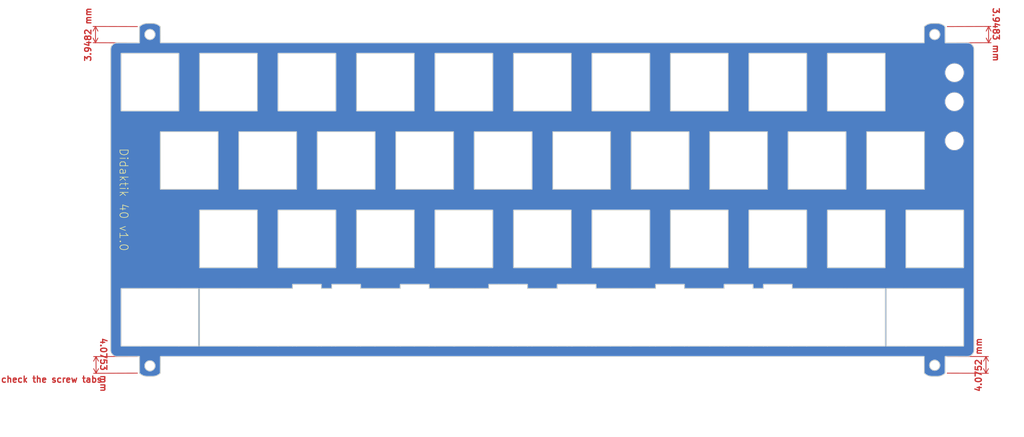
<source format=kicad_pcb>
(kicad_pcb (version 20211014) (generator pcbnew)

  (general
    (thickness 1.6)
  )

  (paper "A4")
  (layers
    (0 "F.Cu" signal)
    (31 "B.Cu" signal)
    (32 "B.Adhes" user "B.Adhesive")
    (33 "F.Adhes" user "F.Adhesive")
    (34 "B.Paste" user)
    (35 "F.Paste" user)
    (36 "B.SilkS" user "B.Silkscreen")
    (37 "F.SilkS" user "F.Silkscreen")
    (38 "B.Mask" user)
    (39 "F.Mask" user)
    (40 "Dwgs.User" user "User.Drawings")
    (41 "Cmts.User" user "User.Comments")
    (42 "Eco1.User" user "User.Eco1")
    (43 "Eco2.User" user "User.Eco2")
    (44 "Edge.Cuts" user)
    (45 "Margin" user)
    (46 "B.CrtYd" user "B.Courtyard")
    (47 "F.CrtYd" user "F.Courtyard")
    (48 "B.Fab" user)
    (49 "F.Fab" user)
    (50 "User.1" user)
    (51 "User.2" user)
    (52 "User.3" user)
    (53 "User.4" user)
    (54 "User.5" user)
    (55 "User.6" user)
    (56 "User.7" user)
    (57 "User.8" user)
    (58 "User.9" user)
  )

  (setup
    (stackup
      (layer "F.SilkS" (type "Top Silk Screen"))
      (layer "F.Paste" (type "Top Solder Paste"))
      (layer "F.Mask" (type "Top Solder Mask") (thickness 0.01))
      (layer "F.Cu" (type "copper") (thickness 0.035))
      (layer "dielectric 1" (type "core") (thickness 1.51) (material "FR4") (epsilon_r 4.5) (loss_tangent 0.02))
      (layer "B.Cu" (type "copper") (thickness 0.035))
      (layer "B.Mask" (type "Bottom Solder Mask") (thickness 0.01))
      (layer "B.Paste" (type "Bottom Solder Paste"))
      (layer "B.SilkS" (type "Bottom Silk Screen"))
      (copper_finish "None")
      (dielectric_constraints no)
    )
    (pad_to_mask_clearance 0)
    (pcbplotparams
      (layerselection 0x00010fc_ffffffff)
      (disableapertmacros false)
      (usegerberextensions false)
      (usegerberattributes true)
      (usegerberadvancedattributes true)
      (creategerberjobfile true)
      (svguseinch false)
      (svgprecision 6)
      (excludeedgelayer true)
      (plotframeref false)
      (viasonmask false)
      (mode 1)
      (useauxorigin false)
      (hpglpennumber 1)
      (hpglpenspeed 20)
      (hpglpendiameter 15.000000)
      (dxfpolygonmode true)
      (dxfimperialunits true)
      (dxfusepcbnewfont true)
      (psnegative false)
      (psa4output false)
      (plotreference true)
      (plotvalue true)
      (plotinvisibletext false)
      (sketchpadsonfab false)
      (subtractmaskfromsilk false)
      (outputformat 1)
      (mirror false)
      (drillshape 1)
      (scaleselection 1)
      (outputdirectory "")
    )
  )

  (net 0 "")

  (gr_line (start 238.79 105.44) (end 238.79 91.44) (layer "Edge.Cuts") (width 0.2) (tstamp 0053e1f6-3ac1-4de6-b9cb-70de907e164b))
  (gr_line (start 125.928 105.44) (end 129.2525 105.44) (layer "Edge.Cuts") (width 0.2) (tstamp 013f6cb0-32ef-4056-8adb-b98d9cb6d5dd))
  (gr_line (start 76.865 53.34) (end 62.865 53.34) (layer "Edge.Cuts") (width 0.2) (tstamp 01bacacc-5197-459f-b7b0-4e94f2b40a16))
  (gr_line (start 148.59 72.39) (end 148.59 86.39) (layer "Edge.Cuts") (width 0.2) (tstamp 01c8ebfa-3030-44f6-bf05-6f87df3b6e1d))
  (gr_line (start 110.49 72.39) (end 110.49 86.39) (layer "Edge.Cuts") (width 0.2) (tstamp 03dec0db-ae88-4140-a948-1e283d1a8831))
  (gr_line (start 224.79 86.39) (end 238.79 86.39) (layer "Edge.Cuts") (width 0.2) (tstamp 04a0ea51-da68-45ce-a754-01ae7c510231))
  (gr_line (start 34.29 91.44) (end 34.29 105.44) (layer "Edge.Cuts") (width 0.2) (tstamp 04f46e5b-3413-4e3b-b374-09de56a4c3e6))
  (gr_line (start 129.54 105.44) (end 130.515 105.44) (layer "Edge.Cuts") (width 0.2) (tstamp 05489954-0f28-49a9-9078-68308e06f572))
  (gr_line (start 191.165 105.44) (end 196.215 105.44) (layer "Edge.Cuts") (width 0.2) (tstamp 063eee6e-1f99-4c9d-8d3f-7a69b9a71319))
  (gr_line (start 229.235645 107.944387) (end 43.815 107.944387) (layer "Edge.Cuts") (width 0.15) (tstamp 0663b6fc-c08d-4b21-8226-d092c66c35a0))
  (gr_arc (start 231.140645 112.803103) (mid 230.116964 112.599486) (end 229.249134 112.019614) (layer "Edge.Cuts") (width 0.2) (tstamp 069b6834-638d-458d-9a5f-c92a71a11285))
  (gr_line (start 41.910645 112.803103) (end 40.640645 112.803103) (layer "Edge.Cuts") (width 0.2) (tstamp 07489828-f0cb-47d2-9f4c-e6002fd77242))
  (gr_line (start 110.49 91.44) (end 109.052 91.44) (layer "Edge.Cuts") (width 0.2) (tstamp 07c18fe3-c12d-4db8-a088-2e84fabccb1d))
  (gr_line (start 92.415 90.44) (end 85.415 90.44) (layer "Edge.Cuts") (width 0.2) (tstamp 088804f7-d09b-4e4b-a158-8f872e1c9fc5))
  (gr_line (start 200.69 48.29) (end 200.69 34.29) (layer "Edge.Cuts") (width 0.2) (tstamp 0984837d-6e80-4238-b675-909928f13d47))
  (gr_line (start 238.79 91.44) (end 234.0275 91.44) (layer "Edge.Cuts") (width 0.2) (tstamp 09d2c7ea-23a7-4a13-a4c2-b7454f7ae22b))
  (gr_line (start 205.74 86.39) (end 219.74 86.39) (layer "Edge.Cuts") (width 0.2) (tstamp 0a06559e-e658-452c-b775-d79b3478bd97))
  (gr_line (start 196.215 67.34) (end 210.215 67.34) (layer "Edge.Cuts") (width 0.2) (tstamp 0d86c689-91ab-4f8c-a66d-96a64ffc31cb))
  (gr_line (start 177.165 53.34) (end 177.165 67.34) (layer "Edge.Cuts") (width 0.2) (tstamp 0e4cd6ee-91f0-4c50-b8f9-a43d3b532615))
  (gr_line (start 33.3375 31.75) (end 38.735 31.75) (layer "Edge.Cuts") (width 0.2) (tstamp 0e515945-ea00-42d9-a92e-718b60387716))
  (gr_line (start 72.39 105.44) (end 75.89 105.44) (layer "Edge.Cuts") (width 0.2) (tstamp 103ec503-8cf9-4f8f-8b0c-5d35badaf34c))
  (gr_line (start 124.49 48.29) (end 124.49 34.29) (layer "Edge.Cuts") (width 0.2) (tstamp 10e6a05e-3257-4e75-8751-5fbc12e397b7))
  (gr_line (start 172.115 105.44) (end 177.165 105.44) (layer "Edge.Cuts") (width 0.2) (tstamp 10faa91b-ba3f-4642-aabd-838d9cac88cd))
  (gr_line (start 129.54 72.39) (end 129.54 86.39) (layer "Edge.Cuts") (width 0.2) (tstamp 1118fbe7-54eb-4b39-9f54-10e7deb9e213))
  (gr_line (start 171.028 91.44) (end 171.028 90.44) (layer "Edge.Cuts") (width 0.2) (tstamp 1238cd75-f8f2-4caa-9628-80a1befbd4ec))
  (gr_line (start 82.89 105.44) (end 85.415 105.44) (layer "Edge.Cuts") (width 0.2) (tstamp 138f995f-37ad-4cf5-bbb3-87b1afc9ac1c))
  (gr_line (start 190.19 91.44) (end 187.665 91.44) (layer "Edge.Cuts") (width 0.2) (tstamp 155429ee-b677-46df-b1b0-d3b6f11254e8))
  (gr_line (start 95.915 67.34) (end 95.915 53.34) (layer "Edge.Cuts") (width 0.2) (tstamp 1589b593-a143-44c9-81b0-110ecf92ffd4))
  (gr_line (start 148.59 48.29) (end 162.59 48.29) (layer "Edge.Cuts") (width 0.2) (tstamp 166ec32f-927c-406d-8a6f-a564e848000f))
  (gr_line (start 181.64 34.29) (end 167.64 34.29) (layer "Edge.Cuts") (width 0.2) (tstamp 169af588-e5e8-4694-a06f-2a4918cf386b))
  (gr_line (start 114.965 91.44) (end 110.49 91.44) (layer "Edge.Cuts") (width 0.2) (tstamp 170126aa-5693-4332-9020-af4567db767b))
  (gr_line (start 53.0525 91.44) (end 48.29 91.44) (layer "Edge.Cuts") (width 0.2) (tstamp 180656db-1de2-458e-8c02-1fe506feedbb))
  (gr_line (start 172.115 91.44) (end 171.028 91.44) (layer "Edge.Cuts") (width 0.2) (tstamp 18e30c4e-9d13-4d99-baa1-9535f98fc9f0))
  (gr_line (start 62.865 53.34) (end 62.865 67.34) (layer "Edge.Cuts") (width 0.2) (tstamp 19206157-bce0-4aec-8d7e-f3b85f923853))
  (gr_line (start 134.015 91.44) (end 132.928 91.44) (layer "Edge.Cuts") (width 0.2) (tstamp 19fc84ca-a32d-465a-9759-b29c777ffdf7))
  (gr_line (start 186.69 86.39) (end 200.69 86.39) (layer "Edge.Cuts") (width 0.2) (tstamp 1a5f03b7-89b7-45d5-9767-0e4ed038b788))
  (gr_line (start 229.265 67.34) (end 229.265 53.34) (layer "Edge.Cuts") (width 0.2) (tstamp 1b25be76-1442-4e75-8fd9-444a8d509608))
  (gr_line (start 86.39 105.44) (end 91.44 105.44) (layer "Edge.Cuts") (width 0.2) (tstamp 1b45bf20-ce12-411d-8b2f-76c09de6b0cc))
  (gr_line (start 43.815 53.34) (end 43.815 67.34) (layer "Edge.Cuts") (width 0.2) (tstamp 1b7f4579-238c-49ae-92d5-0cb1ae4875e6))
  (gr_arc (start 38.747844 27.801773) (mid 39.615672 27.221897) (end 40.639355 27.018284) (layer "Edge.Cuts") (width 0.2) (tstamp 1cdaf703-1522-49e3-ab8b-b78343097af0))
  (gr_line (start 162.59 91.44) (end 158.115 91.44) (layer "Edge.Cuts") (width 0.2) (tstamp 1d1d42e9-6936-452e-937c-166e4e7fd7a0))
  (gr_line (start 177.165 105.44) (end 180.665 105.44) (layer "Edge.Cuts") (width 0.2) (tstamp 1de2c64e-d0f8-4219-9ac3-b1fc8e489829))
  (gr_line (start 124.49 34.29) (end 110.49 34.29) (layer "Edge.Cuts") (width 0.2) (tstamp 1e32ba41-246d-4bd0-9790-f33283817ae4))
  (gr_line (start 162.59 105.44) (end 164.028 105.44) (layer "Edge.Cuts") (width 0.2) (tstamp 1f14b575-b347-4e6a-845f-ca4e307ec31b))
  (gr_arc (start 43.802156 112.019614) (mid 42.934328 112.599491) (end 41.910645 112.803103) (layer "Edge.Cuts") (width 0.2) (tstamp 2053e12d-a906-4d18-a097-f5c28e12b598))
  (gr_line (start 231.139355 27.018284) (end 232.409355 27.018284) (layer "Edge.Cuts") (width 0.2) (tstamp 2083f899-ce25-4f02-bdf3-fb6e170a69aa))
  (gr_line (start 187.665 90.44) (end 180.665 90.44) (layer "Edge.Cuts") (width 0.2) (tstamp 21fc742e-9e3f-41a3-b05c-d8a505eb1e77))
  (gr_line (start 148.59 34.29) (end 148.59 48.29) (layer "Edge.Cuts") (width 0.2) (tstamp 2374b769-7b4a-4fbb-948e-9ec66d08ad47))
  (gr_line (start 120.015 105.44) (end 123.515 105.44) (layer "Edge.Cuts") (width 0.2) (tstamp 25254bfa-cda5-4253-ae0f-8d3e56fe0cfa))
  (gr_line (start 186.69 72.39) (end 186.69 86.39) (layer "Edge.Cuts") (width 0.2) (tstamp 2592f1f9-5bfa-46e4-9ccc-13c231d2e0a3))
  (gr_line (start 91.44 34.29) (end 91.44 48.29) (layer "Edge.Cuts") (width 0.2) (tstamp 273e660d-d380-4138-94b5-dfc6aecadca8))
  (gr_line (start 172.115 67.34) (end 172.115 53.34) (layer "Edge.Cuts") (width 0.2) (tstamp 27bc872d-c65a-4acd-8d98-8e1f6b89a723))
  (gr_arc (start 239.7125 31.75) (mid 240.835032 32.214968) (end 241.3 33.3375) (layer "Edge.Cuts") (width 0.2) (tstamp 28b2a0ca-4961-452f-aa62-e002ea2178af))
  (gr_arc (start 241.3 106.3625) (mid 240.835207 107.48603) (end 239.7125 107.952807) (layer "Edge.Cuts") (width 0.2) (tstamp 298c0e27-4932-49e1-b3b0-d0e9aa5520ec))
  (gr_arc (start 234.302156 112.019614) (mid 233.434331 112.599493) (end 232.410645 112.803103) (layer "Edge.Cuts") (width 0.2) (tstamp 29dfae41-5ed7-46c8-8a0c-e27e78794019))
  (gr_line (start 86.39 34.29) (end 72.39 34.29) (layer "Edge.Cuts") (width 0.2) (tstamp 2b7a1301-f3ae-4a91-a69c-7d5d4d96010b))
  (gr_line (start 114.965 105.44) (end 115.2525 105.44) (layer "Edge.Cuts") (width 0.2) (tstamp 2c069687-d93e-4252-bbeb-117d41959200))
  (gr_line (start 139.065 105.44) (end 140.152 105.44) (layer "Edge.Cuts") (width 0.2) (tstamp 2dfc43d5-e21b-4120-a8f0-8a4ab8df4b98))
  (gr_line (start 39.0525 105.44) (end 48.29 105.44) (layer "Edge.Cuts") (width 0.2) (tstamp 2e4e9c3b-a336-4fa1-80d3-54a1807dccd4))
  (gr_line (start 181.64 48.29) (end 181.64 34.29) (layer "Edge.Cuts") (width 0.2) (tstamp 2e87ba68-929c-44b1-8e34-9544222c4919))
  (gr_line (start 53.0525 105.44) (end 53.0525 91.44) (layer "Edge.Cuts") (width 0.2) (tstamp 2efc8b45-a828-421f-9b1e-0762362d0b0b))
  (gr_line (start 186.69 105.44) (end 187.665 105.44) (layer "Edge.Cuts") (width 0.2) (tstamp 2f292e4a-6cb3-45b0-a1f3-fee66c0ae582))
  (gr_line (start 219.74 86.39) (end 219.74 72.39) (layer "Edge.Cuts") (width 0.2) (tstamp 2f721b0c-179f-418a-8338-5ac911ee76b4))
  (gr_line (start 205.74 48.29) (end 219.74 48.29) (layer "Edge.Cuts") (width 0.2) (tstamp 3159e1b2-a3f0-4d22-a603-ea1771adcccd))
  (gr_line (start 62.865 67.34) (end 76.865 67.34) (layer "Edge.Cuts") (width 0.2) (tstamp 31acc0ab-a446-491e-b788-db31f2409f0f))
  (gr_line (start 53.34 48.29) (end 67.34 48.29) (layer "Edge.Cuts") (width 0.2) (tstamp 321e46da-2f1c-4cb3-9943-90485646834d))
  (gr_line (start 164.028 105.44) (end 167.64 105.44) (layer "Edge.Cuts") (width 0.2) (tstamp 3314ee01-99e9-4821-aac4-8f605129e052))
  (gr_line (start 140.152 90.44) (end 140.152 91.44) (layer "Edge.Cuts") (width 0.2) (tstamp 33a98822-0a8a-4c27-ba3e-316fa6e30583))
  (gr_line (start 38.735 107.944387) (end 33.3375 107.95) (layer "Edge.Cuts") (width 0.2) (tstamp 33ae47e6-8b87-4839-919e-440b104166a5))
  (gr_line (start 238.79 86.39) (end 238.79 72.39) (layer "Edge.Cuts") (width 0.2) (tstamp 343483e0-310a-44ec-a0cc-2eb6933ac275))
  (gr_arc (start 232.409355 27.018284) (mid 233.433038 27.221897) (end 234.300866 27.801773) (layer "Edge.Cuts") (width 0.2) (tstamp 3627bd67-011c-471b-896f-a6e42e34819d))
  (gr_line (start 67.34 105.44) (end 72.39 105.44) (layer "Edge.Cuts") (width 0.2) (tstamp 37d08a2a-d85b-4c3b-b937-cfb4e207ba8e))
  (gr_line (start 91.44 86.39) (end 105.44 86.39) (layer "Edge.Cuts") (width 0.2) (tstamp 3807fd69-6a6c-4cfd-9d26-a9c7ba619b64))
  (gr_line (start 95.915 53.34) (end 81.915 53.34) (layer "Edge.Cuts") (width 0.2) (tstamp 38b6e4b2-efab-45c7-bf09-cc147a459731))
  (gr_line (start 34.29 48.29) (end 48.29 48.29) (layer "Edge.Cuts") (width 0.2) (tstamp 38d53021-834e-4a54-b8e0-9106e19ccfe5))
  (gr_line (start 43.815 67.34) (end 57.815 67.34) (layer "Edge.Cuts") (width 0.2) (tstamp 38d7ebe4-cdde-4a3c-8b76-12ba1a17215e))
  (gr_line (start 220.0275 91.44) (end 220.0275 105.44) (layer "Edge.Cuts") (width 0.2) (tstamp 39743496-6418-4266-91e9-2c1f22ceca19))
  (gr_line (start 177.165 91.44) (end 172.115 91.44) (layer "Edge.Cuts") (width 0.2) (tstamp 399847f5-5b1e-4ad7-aa42-25349f916239))
  (gr_line (start 125.928 90.44) (end 123.515 90.44) (layer "Edge.Cuts") (width 0.2) (tstamp 39a8e642-8c12-4bc1-82fd-09b35c1e4065))
  (gr_line (start 187.665 91.44) (end 187.665 90.44) (layer "Edge.Cuts") (width 0.2) (tstamp 39f57583-a6ad-45f2-b04b-0d23d938a4f4))
  (gr_line (start 162.59 34.29) (end 148.59 34.29) (layer "Edge.Cuts") (width 0.2) (tstamp 3a0ce450-bb7a-49ac-aebd-7c9861e3edad))
  (gr_line (start 197.19 91.44) (end 197.19 90.44) (layer "Edge.Cuts") (width 0.2) (tstamp 3a42f8e0-b218-49a2-9691-36ffe4df5e5d))
  (gr_line (start 53.34 91.44) (end 53.34 105.44) (layer "Edge.Cuts") (width 0.2) (tstamp 3a991752-9d18-42e2-b5e2-9d4d429d2e23))
  (gr_line (start 43.800866 27.801773) (end 43.814355 31.75) (layer "Edge.Cuts") (width 0.2) (tstamp 3b4b0155-75d8-405d-b115-f5883a69fb28))
  (gr_line (start 130.515 90.44) (end 125.928 90.44) (layer "Edge.Cuts") (width 0.2) (tstamp 3b98b2ca-a7ef-4af9-b99a-fa4cea2daada))
  (gr_line (start 124.49 86.39) (end 124.49 72.39) (layer "Edge.Cuts") (width 0.2) (tstamp 3d1a1b83-0047-4756-8685-498a43e46003))
  (gr_line (start 109.052 91.44) (end 109.052 90.44) (layer "Edge.Cuts") (width 0.2) (tstamp 3d66d2e5-c50d-401a-bf61-1e5a9a138b01))
  (gr_line (start 180.665 105.44) (end 181.64 105.44) (layer "Edge.Cuts") (width 0.2) (tstamp 3e2ca3c2-c1f6-4a4e-82b0-a088102b943d))
  (gr_line (start 153.065 67.34) (end 153.065 53.34) (layer "Edge.Cuts") (width 0.2) (tstamp 3ebd16ae-9d0d-4d01-9d96-83e1e200c2f8))
  (gr_line (start 43.802156 112.019614) (end 43.815 107.944387) (layer "Edge.Cuts") (width 0.2) (tstamp 44407541-4ab1-436a-8c3e-ac00dcc11096))
  (gr_line (start 115.2525 91.44) (end 114.965 91.44) (layer "Edge.Cuts") (width 0.2) (tstamp 44460fce-9c08-46ed-b387-159f83d756fc))
  (gr_line (start 167.64 48.29) (end 181.64 48.29) (layer "Edge.Cuts") (width 0.2) (tstamp 45cc5faa-0ef5-4047-ad83-6ffc2b382cab))
  (gr_line (start 210.215 91.44) (end 205.74 91.44) (layer "Edge.Cuts") (width 0.2) (tstamp 46215ce6-9f7c-46d5-9cfa-a8faaacb1f7a))
  (gr_line (start 67.34 72.39) (end 53.34 72.39) (layer "Edge.Cuts") (width 0.2) (tstamp 473d016b-dfe5-4e5f-87c8-13592826962c))
  (gr_line (start 153.065 105.44) (end 157.8275 105.44) (layer "Edge.Cuts") (width 0.2) (tstamp 475be549-0680-4ad9-90fd-798a90d68a8a))
  (gr_line (start 120.015 91.44) (end 115.2525 91.44) (layer "Edge.Cuts") (width 0.2) (tstamp 4a0a78a1-9e8a-4471-ac25-05a3bdc6d476))
  (gr_line (start 224.79 72.39) (end 224.79 86.39) (layer "Edge.Cuts") (width 0.2) (tstamp 4a40d72c-abdf-4af1-865e-bbfb56e16d63))
  (gr_line (start 219.74 105.44) (end 219.74 91.44) (layer "Edge.Cuts") (width 0.2) (tstamp 4a56b9b2-ce08-4ee5-a092-114f6a6fdc79))
  (gr_line (start 110.49 34.29) (end 110.49 48.29) (layer "Edge.Cuts") (width 0.2) (tstamp 4a9da759-9400-40aa-a48b-b2a5547c3f65))
  (gr_line (start 149.565 91.44) (end 149.565 90.44) (layer "Edge.Cuts") (width 0.2) (tstamp 4bcb2525-0c4a-4da9-a9e9-b64e61b26b29))
  (gr_line (start 95.915 91.44) (end 92.415 91.44) (layer "Edge.Cuts") (width 0.2) (tstamp 4c248186-5ff4-4ca7-9dab-27592af385ec))
  (gr_line (start 140.152 105.44) (end 142.565 105.44) (layer "Edge.Cuts") (width 0.2) (tstamp 4c7a3fd7-c006-4e06-9432-513a2906f538))
  (gr_line (start 92.415 91.44) (end 92.415 90.44) (layer "Edge.Cuts") (width 0.2) (tstamp 4d17ed8f-dcf1-461b-bfed-b60dbc57b6f1))
  (gr_line (start 186.69 34.29) (end 186.69 48.29) (layer "Edge.Cuts") (width 0.2) (tstamp 4d92e0af-cd1f-474e-bff2-8a4c589eaa73))
  (gr_line (start 110.49 86.39) (end 124.49 86.39) (layer "Edge.Cuts") (width 0.2) (tstamp 4e8a578f-f7d0-4133-9330-6d050226fa96))
  (gr_line (start 81.915 67.34) (end 95.915 67.34) (layer "Edge.Cuts") (width 0.2) (tstamp 4f78a737-64ce-41f7-94d2-a07cb17e8a51))
  (gr_line (start 102.052 105.44) (end 105.44 105.44) (layer "Edge.Cuts") (width 0.2) (tstamp 5151aed1-2099-4289-a32f-be73b039ea86))
  (gr_line (start 197.19 105.44) (end 200.69 105.44) (layer "Edge.Cuts") (width 0.2) (tstamp 5177fadd-ac62-40f4-816e-da26e413c1c0))
  (gr_line (start 105.44 34.29) (end 91.44 34.29) (layer "Edge.Cuts") (width 0.2) (tstamp 545de54e-0fee-48d4-808a-2f82915d6f8f))
  (gr_line (start 234.302156 112.019614) (end 234.315 107.944387) (layer "Edge.Cuts") (width 0.2) (tstamp 564193b1-8571-465d-b45b-74109b0fd199))
  (gr_line (start 124.49 105.44) (end 125.928 105.44) (layer "Edge.Cuts") (width 0.2) (tstamp 56b1ddfb-034f-4e95-b7d7-b16b09d3111d))
  (gr_line (start 140.152 91.44) (end 139.065 91.44) (layer "Edge.Cuts") (width 0.2) (tstamp 572f35b0-dc39-479b-a00a-d30e81b51f8b))
  (gr_line (start 180.665 91.44) (end 177.165 91.44) (layer "Edge.Cuts") (width 0.2) (tstamp 5a93ab3d-c3b1-4e31-bcf6-ac39bd3bdbfe))
  (gr_line (start 191.165 67.34) (end 191.165 53.34) (layer "Edge.Cuts") (width 0.2) (tstamp 5ac5571e-a79f-4f19-8811-23e5c3dadb76))
  (gr_line (start 162.59 86.39) (end 162.59 72.39) (layer "Edge.Cuts") (width 0.2) (tstamp 5cbba636-327a-4c98-ade0-3889f3477243))
  (gr_line (start 53.34 34.29) (end 53.34 48.29) (layer "Edge.Cuts") (width 0.2) (tstamp 5cd17728-f43b-4057-adda-8749ee242e37))
  (gr_line (start 48.29 48.29) (end 48.29 34.29) (layer "Edge.Cuts") (width 0.2) (tstamp 5ebb18c2-87e1-4c35-9e35-e69c72a629d6))
  (gr_line (start 229.265 53.34) (end 215.265 53.34) (layer "Edge.Cuts") (width 0.2) (tstamp 5ecc514a-e742-47f6-a73f-51f990d61e53))
  (gr_line (start 167.64 34.29) (end 167.64 48.29) (layer "Edge.Cuts") (width 0.2) (tstamp 5fa2ece5-9d1a-4ac8-bba6-3754cda68e70))
  (gr_line (start 229.249134 112.019614) (end 229.235645 107.944387) (layer "Edge.Cuts") (width 0.2) (tstamp 5fa85d8e-aa69-410d-b0d8-531ae52d2041))
  (gr_line (start 180.665 90.44) (end 180.665 91.44) (layer "Edge.Cuts") (width 0.2) (tstamp 6106e70c-490e-4ce6-9f44-48cdb08b0cbf))
  (gr_line (start 39.0525 91.44) (end 34.29 91.44) (layer "Edge.Cuts") (width 0.2) (tstamp 65a6646a-638f-4f4f-9a6b-f0dcbfddbf50))
  (gr_line (start 219.74 48.29) (end 219.74 34.29) (layer "Edge.Cuts") (width 0.2) (tstamp 661da7e4-d8c0-4476-9b2b-050b56ba4a52))
  (gr_line (start 72.39 48.29) (end 86.39 48.29) (layer "Edge.Cuts") (width 0.2) (tstamp 66e77319-726d-4a2c-90e0-64c8925adbf5))
  (gr_line (start 167.64 72.39) (end 167.64 86.39) (layer "Edge.Cuts") (width 0.2) (tstamp 67512178-a4ff-46b6-a44c-7120035fb286))
  (gr_line (start 200.69 34.29) (end 186.69 34.29) (layer "Edge.Cuts") (width 0.2) (tstamp 695f8a64-f0f1-4395-8439-387c63287fc7))
  (gr_line (start 149.565 90.44) (end 147.152 90.44) (layer "Edge.Cuts") (width 0.2) (tstamp 6abae6a4-5ed4-496c-b5dc-eb418f7a8e05))
  (gr_line (start 62.865 105.44) (end 67.34 105.44) (layer "Edge.Cuts") (width 0.2) (tstamp 6ac6d302-6d0e-42b5-b43d-00edc9f0b51f))
  (gr_line (start 234.0275 105.44) (end 238.79 105.44) (layer "Edge.Cuts") (width 0.2) (tstamp 6adba048-954f-48fb-9804-fa0d60beb8f8))
  (gr_line (start 72.39 72.39) (end 72.39 86.39) (layer "Edge.Cuts") (width 0.2) (tstamp 6b79b1aa-3f61-42c8-9c78-4844c8ac2a0a))
  (gr_line (start 197.19 90.44) (end 190.19 90.44) (layer "Edge.Cuts") (width 0.2) (tstamp 6c2d658c-327e-4958-84ad-5c4576e82dc1))
  (gr_arc (start 31.75 33.3375) (mid 32.214968 32.214968) (end 33.3375 31.75) (layer "Edge.Cuts") (width 0.2) (tstamp 6d72e476-59ad-491f-82d5-44ed0235b21b))
  (gr_line (start 72.39 34.29) (end 72.39 48.29) (layer "Edge.Cuts") (width 0.2) (tstamp 6e119c36-43c5-4e6e-9d7d-3f8f01247f25))
  (gr_line (start 147.152 90.44) (end 142.565 90.44) (layer "Edge.Cuts") (width 0.2) (tstamp 6f46179e-2c5d-4c59-b108-c25f97b89bc3))
  (gr_line (start 205.74 34.29) (end 205.74 48.29) (layer "Edge.Cuts") (width 0.2) (tstamp 6f4fedff-24b2-4c36-b203-3a4e4b1747de))
  (gr_line (start 53.34 72.39) (end 53.34 86.39) (layer "Edge.Cuts") (width 0.2) (tstamp 6fb6b9ae-2d84-4601-8ff0-0533b58040a1))
  (gr_line (start 67.34 86.39) (end 67.34 72.39) (layer "Edge.Cuts") (width 0.2) (tstamp 728ef44d-e4fc-4184-9b34-24bc4184c2cf))
  (gr_line (start 234.315 31.75) (end 239.7125 31.75) (layer "Edge.Cuts") (width 0.2) (tstamp 72f5cf2b-74ee-4d18-afaf-a5a219696eb4))
  (gr_line (start 100.965 53.34) (end 100.965 67.34) (layer "Edge.Cuts") (width 0.2) (tstamp 75b884e8-c54b-42ea-bfdf-8575509a2e9f))
  (gr_line (start 82.89 91.44) (end 82.89 90.44) (layer "Edge.Cuts") (width 0.2) (tstamp 78c4b132-5257-4827-93b1-ff2645141172))
  (gr_line (start 215.265 53.34) (end 215.265 67.34) (layer "Edge.Cuts") (width 0.2) (tstamp 78ead5a2-fa5f-4117-a366-39a9c13ad0c5))
  (gr_arc (start 229.247844 27.801773) (mid 230.11567 27.221896) (end 231.139355 27.018284) (layer "Edge.Cuts") (width 0.2) (tstamp 795b30b0-6d99-4cf6-b972-b71db17ca107))
  (gr_line (start 114.965 53.34) (end 100.965 53.34) (layer "Edge.Cuts") (width 0.2) (tstamp 7978952b-54c5-4013-b000-bf95e8c00026))
  (gr_line (start 91.44 105.44) (end 92.415 105.44) (layer "Edge.Cuts") (width 0.2) (tstamp 79f32f46-4e8b-4ff7-9b8e-acd816ff56d5))
  (gr_line (start 85.415 91.44) (end 82.89 91.44) (layer "Edge.Cuts") (width 0.2) (tstamp 7c4fb62a-c81e-4afd-b0ad-15088c80c88d))
  (gr_line (start 238.79 72.39) (end 224.79 72.39) (layer "Edge.Cuts") (width 0.2) (tstamp 7db13891-7048-4b0d-8db4-b147e3be0856))
  (gr_line (start 102.052 90.44) (end 102.052 91.44) (layer "Edge.Cuts") (width 0.2) (tstamp 7df39bcf-d5e5-4bb8-b637-762be350817b))
  (gr_line (start 57.815 53.34) (end 43.815 53.34) (layer "Edge.Cuts") (width 0.2) (tstamp 800cacc3-89ef-42e1-8b42-75634876a20e))
  (gr_line (start 134.015 53.34) (end 120.015 53.34) (layer "Edge.Cuts") (width 0.2) (tstamp 81b881e2-67b4-4d3d-99ca-028080ecfe96))
  (gr_line (start 85.415 90.44) (end 85.415 91.44) (layer "Edge.Cuts") (width 0.2) (tstamp 84961bf2-611d-414b-8754-d0e4d6bf957f))
  (gr_line (start 129.54 34.29) (end 129.54 48.29) (layer "Edge.Cuts") (width 0.2) (tstamp 8639e962-0019-4ade-b91c-11f025f5d320))
  (gr_line (start 86.39 48.29) (end 86.39 34.29) (layer "Edge.Cuts") (width 0.2) (tstamp 86fbf5e1-adac-4bcf-9fcb-1deb656f0fdf))
  (gr_line (start 190.19 105.44) (end 191.165 105.44) (layer "Edge.Cuts") (width 0.2) (tstamp 876e7b13-2cd1-41de-bf09-f309611e2fd6))
  (gr_line (start 190.19 90.44) (end 190.19 91.44) (layer "Edge.Cuts") (width 0.2) (tstamp 87fc3930-857e-42da-9ac1-fb5d23e18f2c))
  (gr_line (start 187.665 105.44) (end 190.19 105.44) (layer "Edge.Cuts") (width 0.2) (tstamp 88d636e7-6e5d-4ff8-b611-c1ad0a08bdf4))
  (gr_line (start 149.565 105.44) (end 153.065 105.44) (layer "Edge.Cuts") (width 0.2) (tstamp 8921c542-d5df-40f0-9fe0-4cf18c4e4513))
  (gr_line (start 143.54 72.39) (end 129.54 72.39) (layer "Edge.Cuts") (width 0.2) (tstamp 89f9dce6-1701-4d1f-b270-c9a871241295))
  (gr_line (start 167.64 105.44) (end 171.028 105.44) (layer "Edge.Cuts") (width 0.2) (tstamp 8a2e43a9-6fb5-4836-a94a-d67bfd1f07fb))
  (gr_line (start 205.74 91.44) (end 200.69 91.44) (layer "Edge.Cuts") (width 0.2) (tstamp 8a908d2d-117b-4dec-8d7b-62149ad5ff4e))
  (gr_line (start 130.515 105.44) (end 132.928 105.44) (layer "Edge.Cuts") (width 0.2) (tstamp 8d30630e-57ad-4f44-b248-84869c5bd143))
  (gr_arc (start 41.909355 27.018284) (mid 42.933034 27.221904) (end 43.800866 27.801773) (layer "Edge.Cuts") (width 0.2) (tstamp 8dd1c2fb-2bd7-435c-8009-c63f58466b07))
  (gr_line (start 53.34 86.39) (end 67.34 86.39) (layer "Edge.Cuts") (width 0.2) (tstamp 8e7bcc4a-ad2b-404a-b643-685c8c9ce3d9))
  (gr_line (start 167.64 86.39) (end 181.64 86.39) (layer "Edge.Cuts") (width 0.2) (tstamp 90680f39-bfb0-4af9-adc8-20083f67b2d8))
  (gr_line (start 72.39 86.39) (end 86.39 86.39) (layer "Edge.Cuts") (width 0.2) (tstamp 9138e74c-d402-450c-b65c-f6687bdeac1f))
  (gr_line (start 105.44 72.39) (end 91.44 72.39) (layer "Edge.Cuts") (width 0.2) (tstamp 9375883c-0ef8-473b-a196-c883b5bd03f1))
  (gr_line (start 210.215 105.44) (end 219.74 105.44) (layer "Edge.Cuts") (width 0.2) (tstamp 95edc758-ce60-4a30-8d93-d1cc16415cb7))
  (gr_line (start 143.54 105.44) (end 143.8275 105.44) (layer "Edge.Cuts") (width 0.2) (tstamp 96cac7c3-1717-4b22-8cc7-02d26d44ea03))
  (gr_circle (center 231.775 110.103387) (end 233.025 110.103387) (layer "Edge.Cuts") (width 0.2) (fill none) (tstamp 96ff96d2-c673-4666-8f5e-6a83b97e88c2))
  (gr_line (start 158.115 105.44) (end 162.59 105.44) (layer "Edge.Cuts") (width 0.2) (tstamp 970a1f88-5427-4f17-a51b-83a872309407))
  (gr_line (start 132.928 90.44) (end 130.515 90.44) (layer "Edge.Cuts") (width 0.2) (tstamp 974fbd72-4a0b-4dbb-a381-df0e0b6b7f02))
  (gr_circle (center 41.275 29.718) (end 40.025 29.718) (layer "Edge.Cuts") (width 0.2) (fill none) (tstamp 98054013-88bd-4b7c-a465-d2af329882fd))
  (gr_line (start 67.34 48.29) (end 67.34 34.29) (layer "Edge.Cuts") (width 0.2) (tstamp 980f8346-e49f-46fe-933b-4781c896527f))
  (gr_line (start 72.39 91.44) (end 67.34 91.44) (layer "Edge.Cuts") (width 0.2) (tstamp 99354336-4034-4260-9e77-5cabb3255643))
  (gr_line (start 224.79 105.44) (end 234.0275 105.44) (layer "Edge.Cuts") (width 0.2) (tstamp 99b9ec09-635c-44df-9774-f8fb650b4867))
  (gr_line (start 40.639355 27.018284) (end 41.909355 27.018284) (layer "Edge.Cuts") (width 0.2) (tstamp 9b4efb12-e1e5-46fc-8f11-517a4e3ffde7))
  (gr_line (start 81.915 105.44) (end 82.89 105.44) (layer "Edge.Cuts") (width 0.2) (tstamp 9c13f21e-6f3a-455f-8528-353244e7f795))
  (gr_line (start 142.565 105.44) (end 143.54 105.44) (layer "Edge.Cuts") (width 0.2) (tstamp 9c587187-caf7-47c1-9e3d-0ae5ab7c8890))
  (gr_line (start 177.165 67.34) (end 191.165 67.34) (layer "Edge.Cuts") (width 0.2) (tstamp 9c937ba0-01a2-4090-a7bb-c20949c984f2))
  (gr_line (start 219.74 34.29) (end 205.74 34.29) (layer "Edge.Cuts") (width 0.2) (tstamp 9ca1b99e-1810-4533-a5fa-1ff241569ed0))
  (gr_line (start 48.29 91.44) (end 39.0525 91.44) (layer "Edge.Cuts") (width 0.2) (tstamp 9d3abf66-0d8c-442c-a29e-28100405720d))
  (gr_line (start 224.79 91.44) (end 220.0275 91.44) (layer "Edge.Cuts") (width 0.2) (tstamp 9f31ac97-a3bf-4a95-a6ca-d0be9e78bae8))
  (gr_line (start 132.928 91.44) (end 132.928 90.44) (layer "Edge.Cuts") (width 0.2) (tstamp 9f581607-a1c1-4066-9d72-ff753c4c3c3b))
  (gr_circle (center 236.5525 55.5775) (end 238.14 57.165) (layer "Edge.Cuts") (width 0.1) (fill none) (tstamp 9fe0a1f0-8b2f-4a04-8352-98f7779eda5e))
  (gr_line (start 132.928 105.44) (end 134.015 105.44) (layer "Edge.Cuts") (width 0.2) (tstamp a0827206-bf16-4940-a740-b7974f3aa825))
  (gr_line (start 38.749134 112.019614) (end 38.735 107.944387) (layer "Edge.Cuts") (width 0.2) (tstamp a0ccb282-2673-48ec-9825-615b1fb5f22a))
  (gr_line (start 143.54 48.29) (end 143.54 34.29) (layer "Edge.Cuts") (width 0.2) (tstamp a0fcb339-f503-4b5b-b9c8-d8de0ddeec67))
  (gr_line (start 164.028 91.44) (end 162.59 91.44) (layer "Edge.Cuts") (width 0.2) (tstamp a196aaa5-abef-438b-b54c-74dfb3d26c4f))
  (gr_line (start 172.115 53.34) (end 158.115 53.34) (layer "Edge.Cuts") (width 0.2) (tstamp a1bf47a4-6274-45cf-9916-1b5c28530604))
  (gr_line (start 186.69 48.29) (end 200.69 48.29) (layer "Edge.Cuts") (width 0.2) (tstamp a1c93aea-2dad-417f-9c19-5c1d17e37c02))
  (gr_line (start 124.49 72.39) (end 110.49 72.39) (layer "Edge.Cuts") (width 0.2) (tstamp a1e18365-9f8b-48dc-b183-c35bb3d0bffb))
  (gr_line (start 196.215 53.34) (end 196.215 67.34) (layer "Edge.Cuts") (width 0.2) (tstamp a2d7f136-cd60-42c2-8d84-d4e54a9cc733))
  (gr_line (start 143.54 86.39) (end 143.54 72.39) (layer "Edge.Cuts") (width 0.2) (tstamp a3168989-e958-4da5-81b7-f50a88580492))
  (gr_line (start 162.59 72.39) (end 148.59 72.39) (layer "Edge.Cuts") (width 0.2) (tstamp a38bbec5-49c7-4c9e-91c2-e01f54bc63d4))
  (gr_line (start 157.8275 105.44) (end 158.115 105.44) (layer "Edge.Cuts") (width 0.2) (tstamp a3908438-f777-4a5f-8ea5-c69da61aef62))
  (gr_line (start 164.028 90.44) (end 164.028 91.44) (layer "Edge.Cuts") (width 0.2) (tstamp a3c2f436-3483-4e42-a102-b9b92034b55e))
  (gr_line (start 200.69 72.39) (end 186.69 72.39) (layer "Edge.Cuts") (width 0.2) (tstamp a3f1ecf2-240d-4ea5-a76f-6fd0a6ca81ca))
  (gr_line (start 148.59 105.44) (end 149.565 105.44) (layer "Edge.Cuts") (width 0.2) (tstamp a47f9496-c8e0-4671-80f5-6b47277b2690))
  (gr_line (start 57.815 67.34) (end 57.815 53.34) (layer "Edge.Cuts") (width 0.2) (tstamp a55c0641-1080-484b-8b9e-31461686003c))
  (gr_line (start 109.052 105.44) (end 110.49 105.44) (layer "Edge.Cuts") (width 0.2) (tstamp a58e50b4-a3a0-4646-bf01-d23c9537bf6f))
  (gr_line (start 143.54 34.29) (end 129.54 34.29) (layer "Edge.Cuts") (width 0.2) (tstamp a626061b-ec70-4de4-865e-dbae53c8c865))
  (gr_line (start 91.44 48.29) (end 105.44 48.29) (layer "Edge.Cuts") (width 0.2) (tstamp a646694b-00d7-4e95-a070-008b8d85175d))
  (gr_line (start 102.052 91.44) (end 100.965 91.44) (layer "Edge.Cuts") (width 0.2) (tstamp a84b2594-f1e2-48c1-8351-f4c389a30ee4))
  (gr_line (start 143.8275 105.44) (end 147.152 105.44) (layer "Edge.Cuts") (width 0.2) (tstamp a9f4e571-873f-4739-b592-a9f9bfc4c98b))
  (gr_line (start 171.028 90.44) (end 164.028 90.44) (layer "Edge.Cuts") (width 0.2) (tstamp aaa14524-dd40-4c9c-bbf0-49f152f85852))
  (gr_line (start 105.44 105.44) (end 109.052 105.44) (layer "Edge.Cuts") (width 0.2) (tstamp ab15ad5d-18c0-49cc-b0b1-168cbd9b0862))
  (gr_line (start 31.75 106.4895) (end 31.75 33.3375) (layer "Edge.Cuts") (width 0.2) (tstamp ad11b956-0386-42f1-9897-e229c063a500))
  (gr_line (start 234.300866 27.801773) (end 234.315 31.75) (layer "Edge.Cuts") (width 0.2) (tstamp adbb50a2-4399-4a70-ac6a-e1c9d4d57bfa))
  (gr_line (start 129.2525 105.44) (end 129.54 105.44) (layer "Edge.Cuts") (width 0.2) (tstamp ae42311e-9656-46ca-b42c-ce94fe881bff))
  (gr_line (start 82.89 90.44) (end 75.89 90.44) (layer "Edge.Cuts") (width 0.2) (tstamp b08cf2c5-60f3-4782-94c9-b7d9b3023002))
  (gr_line (start 75.89 90.44) (end 75.89 91.44) (layer "Edge.Cuts") (width 0.2) (tstamp b0b40795-9246-4470-a63c-46970f42adb6))
  (gr_line (start 139.065 91.44) (end 134.015 91.44) (layer "Edge.Cuts") (width 0.2) (tstamp b20d6fd0-dceb-429d-9698-b17ccc550642))
  (gr_line (start 38.747844 27.801773) (end 38.735 31.75) (layer "Edge.Cuts") (width 0.2) (tstamp b22c7616-15c3-4346-9f19-1b707222d530))
  (gr_line (start 205.74 105.44) (end 210.215 105.44) (layer "Edge.Cuts") (width 0.2) (tstamp b37ea576-7878-4514-9879-bef992d83801))
  (gr_line (start 181.64 105.44) (end 186.69 105.44) (layer "Edge.Cuts") (width 0.2) (tstamp b3c54e2f-7d69-4715-be0f-398d3d1fab3e))
  (gr_line (start 147.152 105.44) (end 148.59 105.44) (layer "Edge.Cuts") (width 0.2) (tstamp b443cc42-a408-4266-a4e3-cf8da57cf068))
  (gr_line (start 34.29 34.29) (end 34.29 48.29) (layer "Edge.Cuts") (width 0.2) (tstamp b46e5b64-e446-47f0-9022-81bb29ca2030))
  (gr_line (start 162.59 48.29) (end 162.59 34.29) (layer "Edge.Cuts") (width 0.2) (tstamp b740e9e7-cf5c-4fb5-aa7e-ce1becd8e7b1))
  (gr_line (start 100.965 67.34) (end 114.965 67.34) (layer "Edge.Cuts") (width 0.2) (tstamp b7a2f34a-84af-4ac7-ab6e-f887a6c91c0e))
  (gr_line (start 81.915 53.34) (end 81.915 67.34) (layer "Edge.Cuts") (width 0.2) (tstamp b7dee4a4-1a53-43fc-9ee8-5d64dd0d2c69))
  (gr_line (start 200.69 105.44) (end 205.74 105.44) (layer "Edge.Cuts") (width 0.2) (tstamp b88edf49-f623-44bc-b9a5-34a088f76d02))
  (gr_line (start 109.052 90.44) (end 102.052 90.44) (layer "Edge.Cuts") (width 0.2) (tstamp b9e051be-63e5-4f9c-9f0b-1958664ef3a5))
  (gr_line (start 158.115 91.44) (end 157.8275 91.44) (layer "Edge.Cuts") (width 0.2) (tstamp badc922c-4007-42cc-a3ea-122150ce57b8))
  (gr_line (start 153.065 91.44) (end 149.565 91.44) (layer "Edge.Cuts") (width 0.2) (tstamp bb1c8d81-0cda-4337-8e11-cc8a0a614109))
  (gr_line (start 215.265 67.34) (end 229.265 67.34) (layer "Edge.Cuts") (width 0.2) (tstamp bbe2a456-f97b-4f09-bf37-4d92477df12d))
  (gr_line (start 158.115 67.34) (end 172.115 67.34) (layer "Edge.Cuts") (width 0.2) (tstamp bceba6a0-9baa-4d54-9335-6044d44c2e13))
  (gr_line (start 76.865 105.44) (end 81.915 105.44) (layer "Edge.Cuts") (width 0.2) (tstamp bd06c4ae-0ad7-4f23-aa1c-1bea304e973c))
  (gr_line (start 210.215 67.34) (end 210.215 53.34) (layer "Edge.Cuts") (width 0.2) (tstamp be9cd53d-f7dc-41b7-a405-22361347d851))
  (gr_circle (center 236.5525 46.0525) (end 238.14 47.64) (layer "Edge.Cuts") (width 0.1) (fill none) (tstamp bf5f911a-0bb1-4928-aad7-f74190a76958))
  (gr_line (start 85.415 105.44) (end 86.39 105.44) (layer "Edge.Cuts") (width 0.2) (tstamp c0b37894-2113-43f0-ab2b-3c632172fd87))
  (gr_line (start 76.865 67.34) (end 76.865 53.34) (layer "Edge.Cuts") (width 0.2) (tstamp c1bcf526-6909-44b8-b793-f1b933972a5e))
  (gr_line (start 134.015 105.44) (end 139.065 105.44) (layer "Edge.Cuts") (width 0.2) (tstamp c2564ef1-2a55-4832-88b1-a7ff6b6edc1a))
  (gr_line (start 34.29 105.44) (end 39.0525 105.44) (layer "Edge.Cuts") (width 0.2) (tstamp c28b503e-6ce5-4d8e-82ac-eeeaef82e326))
  (gr_line (start 110.49 105.44) (end 114.965 105.44) (layer "Edge.Cuts") (width 0.2) (tstamp c396677e-2940-489b-ab30-6df1ca3ef837))
  (gr_line (start 129.54 48.29) (end 143.54 48.29) (layer "Edge.Cuts") (width 0.2) (tstamp c3b83bdb-b7df-44a9-b346-fa38b4777167))
  (gr_line (start 153.065 53.34) (end 139.065 53.34) (layer "Edge.Cuts") (width 0.2) (tstamp c47eba98-b26a-42d7-8f99-b85025e0a324))
  (gr_line (start 142.565 90.44) (end 140.152 90.44) (layer "Edge.Cuts") (width 0.2) (tstamp c4f7688f-10e3-44a2-9e62-4cac408b4511))
  (gr_line (start 100.965 91.44) (end 95.915 91.44) (layer "Edge.Cuts") (width 0.2) (tstamp c5035580-a9a3-4270-953e-d683f0ee73f6))
  (gr_line (start 129.54 86.39) (end 143.54 86.39) (layer "Edge.Cuts") (width 0.2) (tstamp c60b807e-683f-4890-b321-a34d81cccc9e))
  (gr_line (start 48.29 34.29) (end 34.29 34.29) (layer "Edge.Cuts") (width 0.2) (tstamp c7389cbf-2366-419d-838e-faa7dc8f15c7))
  (gr_line (start 86.39 72.39) (end 72.39 72.39) (layer "Edge.Cuts") (width 0.2) (tstamp c7b18600-5641-4118-9ae4-f9065ab633b2))
  (gr_line (start 234.0275 91.44) (end 224.79 91.44) (layer "Edge.Cuts") (width 0.2) (tstamp c7b24532-ee58-49ee-9f67-3a06c562a2db))
  (gr_line (start 171.028 105.44) (end 172.115 105.44) (layer "Edge.Cuts") (width 0.2) (tstamp c8ff534f-9008-4782-9692-cb6532535461))
  (gr_line (start 100.965 105.44) (end 102.052 105.44) (layer "Edge.Cuts") (width 0.2) (tstamp ca45681d-5da4-433d-910b-562acbd5d81e))
  (gr_line (start 158.115 53.34) (end 158.115 67.34) (layer "Edge.Cuts") (width 0.2) (tstamp cd5cbdb4-7d40-4291-998e-51b51c5982b0))
  (gr_line (start 120.015 67.34) (end 134.015 67.34) (layer "Edge.Cuts") (width 0.2) (tstamp cd940f52-7bbc-488f-989f-88981e6c4c37))
  (gr_line (start 181.64 86.39) (end 181.64 72.39) (layer "Edge.Cuts") (width 0.2) (tstamp ce54f094-dea0-49a4-809e-cc2b5ce364c1))
  (gr_line (start 115.2525 105.44) (end 120.015 105.44) (layer "Edge.Cuts") (width 0.2) (tstamp cf7e7d6c-3539-4a30-995d-8ea2e08c9055))
  (gr_line (start 67.34 34.29) (end 53.34 34.29) (layer "Edge.Cuts") (width 0.2) (tstamp d0678e24-d568-4fbe-8dbc-1d908e81c140))
  (gr_line (start 105.44 48.29) (end 105.44 34.29) (layer "Edge.Cuts") (width 0.2) (tstamp d4968e44-bb5e-47c7-9202-939af906ccf6))
  (gr_line (start 232.410645 112.803103) (end 231.140645 112.803103) (layer "Edge.Cuts") (width 0.2) (tstamp d4e4104a-dec0-4215-9f09-cd312b4351e4))
  (gr_line (start 220.0275 105.44) (end 224.79 105.44) (layer "Edge.Cuts") (width 0.2) (tstamp d6354d62-8957-41bb-af58-4b9bdc6fb979))
  (gr_line (start 239.7125 107.952807) (end 234.315 107.944387) (layer "Edge.Cuts") (width 0.2) (tstamp d642cd6d-d328-4ae9-84e1-55c4f51f1bbe))
  (gr_line (start 219.74 72.39) (end 205.74 72.39) (layer "Edge.Cuts") (width 0.2) (tstamp d874db42-c34b-406d-bb29-e558fba088cb))
  (gr_line (start 53.34 105.44) (end 62.865 105.44) (layer "Edge.Cuts") (width 0.2) (tstamp daba6f8d-3fa2-479c-ad67-2c7a49cc10a5))
  (gr_line (start 200.69 86.39) (end 200.69 72.39) (layer "Edge.Cuts") (width 0.2) (tstamp dcd10922-5048-4d0f-964e-1476b488bdc6))
  (gr_line (start 181.64 72.39) (end 167.64 72.39) (layer "Edge.Cuts") (width 0.2) (tstamp dcdff179-9a09-4ee9-92e1-2b6f153d388d))
  (gr_circle (center 236.575064 39.004) (end 238.162564 40.5915) (layer "Edge.Cuts") (width 0.1) (fill none) (tstamp dd63329c-f995-4ed1-9032-96316ff96a1a))
  (gr_line (start 241.3 33.3375) (end 241.3 106.3625) (layer "Edge.Cuts") (width 0.2) (tstamp dd8df1b4-bb79-4d05-b5c5-aabdd40cdc7a))
  (gr_line (start 91.44 72.39) (end 91.44 86.39) (layer "Edge.Cuts") (width 0.2) (tstamp e085ce84-c218-4057-ade8-1d1f73de89f6))
  (gr_line (start 134.015 67.34) (end 134.015 53.34) (layer "Edge.Cuts") (width 0.2) (tstamp e16a78a8-a92e-48c3-bcfd-9b4efd0f5eb0))
  (gr_line (start 139.065 53.34) (end 139.065 67.34) (layer "Edge.Cuts") (width 0.2) (tstamp e193c185-9a1a-4baf-b6ce-7518c71720fb))
  (gr_arc (start 40.640645 112.803103) (mid 39.616966 112.599483) (end 38.749134 112.019614) (layer "Edge.Cuts") (width 0.2) (tstamp e40664ed-b52c-4d12-a391-64ab2c8e0eb4))
  (gr_line (start 123.515 105.44) (end 124.49 105.44) (layer "Edge.Cuts") (width 0.2) (tstamp e4238662-a56b-4e57-bfbf-2263dc197180))
  (gr_line (start 191.165 53.34) (end 177.165 53.34) (layer "Edge.Cuts") (width 0.2) (tstamp e463dbd3-2135-40e1-b106-d4cb2f218620))
  (gr_line (start 48.29 105.44) (end 53.0525 105.44) (layer "Edge.Cuts") (width 0.2) (tstamp e470c2fc-ea57-4543-8763-5fd77a3ce4f4))
  (gr_line (start 219.74 91.44) (end 210.215 91.44) (layer "Edge.Cuts") (width 0.2) (tstamp e55fe378-9c93-4624-85b7-36d87dcac4b9))
  (gr_line (start 205.74 72.39) (end 205.74 86.39) (layer "Edge.Cuts") (width 0.2) (tstamp e5d61aa1-52a8-4fba-97ca-d7bde225227a))
  (gr_line (start 95.915 105.44) (end 100.965 105.44) (layer "Edge.Cuts") (width 0.2) (tstamp e73e0a73-9ad0-47f4-908e-71de12012a03))
  (gr_line (start 67.34 91.44) (end 62.865 91.44) (layer "Edge.Cuts") (width 0.2) (tstamp e8ed4fdd-1b1b-4e53-b5c1-0aa42f382c0c))
  (gr_arc (start 33.3375 107.95) (mid 32.258934 107.529332) (end 31.75 106.4895) (layer "Edge.Cuts") (width 0.15) (tstamp e8f0b4ca-2bc1-4366-a1e5-fb2272e43418))
  (gr_line (start 210.215 53.34) (end 196.215 53.34) (layer "Edge.Cuts") (width 0.2) (tstamp e987c422-1e06-4156-83ac-77ab014ce001))
  (gr_circle (center 231.775 29.718) (end 230.525 29.718) (layer "Edge.Cuts") (width 0.2) (fill none) (tstamp eb1b74d7-efe0-44e9-8050-3147021b99c2))
  (gr_line (start 62.865 91.44) (end 53.34 91.44) (layer "Edge.Cuts") (width 0.2) (tstamp eb1e3ade-ae00-4385-9df6-886857e742c1))
  (gr_line (start 157.8275 91.44) (end 153.065 91.44) (layer "Edge.Cuts") (width 0.2) (tstamp ec91ca38-e82f-44de-aa89-cf108f713000))
  (gr_line (start 114.965 67.34) (end 114.965 53.34) (layer "Edge.Cuts") (width 0.2) (tstamp ecf78dd5-e1b4-4e51-92d6-38b500d5e6a3))
  (gr_line (start 196.215 105.44) (end 197.19 105.44) (layer "Edge.Cuts") (width 0.2) (tstamp ee3f75bb-47d0-46f3-ab1d-044fcb18d5dd))
  (gr_line (start 123.515 91.44) (end 120.015 91.44) (layer "Edge.Cuts") (width 0.2) (tstamp ef6f40c0-14e5-49d8-b0e1-1633a438decb))
  (gr_line (start 86.39 86.39) (end 86.39 72.39) (layer "Edge.Cuts") (width 0.2) (tstamp f29b8834-fa48-4dd4-8ea7-bded15deab82))
  (gr_line (start 139.065 67.34) (end 153.065 67.34) (layer "Edge.Cuts") (width 0.2) (tstamp f2d6070e-2472-4d65-94a3-36eedac621b7))
  (gr_line (start 43.814355 31.75) (end 229.235 31.75) (layer "Edge.Cuts") (width 0.15) (tstamp f36b3eb9-f9cf-4397-a7b6-57144ab21693))
  (gr_line (start 75.89 105.44) (end 76.865 105.44) (layer "Edge.Cuts") (width 0.2) (tstamp f4e2eeda-d5c5-4fb2-9e1a-e357f6fd5a6a))
  (gr_circle (center 41.275 110.236) (end 42.525 110.236) (layer "Edge.Cuts") (width 0.2) (fill none) (tstamp f7ab3d53-3361-4fa0-9a0d-6c1d0a19603d))
  (gr_line (start 123.515 90.44) (end 123.515 91.44) (layer "Edge.Cuts") (width 0.2) (tstamp f7f0bcaf-ecc0-4bd4-8a41-9552f13c4ef9))
  (gr_line (start 148.59 86.39) (end 162.59 86.39) (layer "Edge.Cuts") (width 0.2) (tstamp f910e7b5-f3e3-436f-9844-4b67036dd9d5))
  (gr_line (start 105.44 86.39) (end 105.44 72.39) (layer "Edge.Cuts") (width 0.2) (tstamp f921ed8a-a5a0-4360-a76d-227aa61f6707))
  (gr_line (start 120.015 53.34) (end 120.015 67.34) (layer "Edge.Cuts") (width 0.2) (tstamp f9a14100-6f4f-4a5d-b489-ed5602839311))
  (gr_line (start 75.89 91.44) (end 72.39 91.44) (layer "Edge.Cuts") (width 0.2) (tstamp f9cf7d54-4bc3-4171-91fe-dd574f8bedd2))
  (gr_line (start 229.247844 27.801773) (end 229.235 31.75) (layer "Edge.Cuts") (width 0.2) (tstamp fe3d7479-d6c9-460e-a0ff-078b3b79aa17))
  (gr_line (start 92.415 105.44) (end 95.915 105.44) (layer "Edge.Cuts") (width 0.2) (tstamp fecd1525-9fbd-4a5e-9a12-6e7cf060e348))
  (gr_line (start 110.49 48.29) (end 124.49 48.29) (layer "Edge.Cuts") (width 0.2) (tstamp ff0568f4-ca0f-4ee2-a1c8-968c9c0044ff))
  (gr_line (start 200.69 91.44) (end 197.19 91.44) (layer "Edge.Cuts") (width 0.2) (tstamp ff45c390-6100-4b5e-b576-219c18d1ab77))
  (gr_text "check the screw tabs\n" (at 17.399 113.538) (layer "F.Cu") (tstamp 43ebc60b-2b35-4033-b015-b6b6fad8f5cd)
    (effects (font (size 1.5 1.5) (thickness 0.3)))
  )
  (gr_text "Didaktik 40 v1.0" (at 34.925 69.85 -90) (layer "F.SilkS") (tstamp f43d2f00-bd8f-4084-ad71-1d1ce2ba346b)
    (effects (font (size 2 2) (thickness 0.15)))
  )
  (dimension (type aligned) (layer "F.Cu") (tstamp 01e661db-ab43-43ca-8b6b-b7e94379e64b)
    (pts (xy 234.315 31.75) (xy 234.300866 27.801773))
    (height 10.552298)
    (gr_text "3.9483 mm" (at 246.660151 29.731668 -89.7948914) (layer "F.Cu") (tstamp 966e2e9c-b0d6-426c-9062-826b1b82eb63)
      (effects (font (size 1.5 1.5) (thickness 0.3)))
    )
    (format (units 3) (units_format 1) (precision 4))
    (style (thickness 0.2) (arrow_length 1.27) (text_position_mode 0) (extension_height 0.58642) (extension_offset 0.5) keep_text_aligned)
  )
  (dimension (type aligned) (layer "F.Cu") (tstamp 1684036c-2def-4cda-9c4f-bab92a70fc35)
    (pts (xy 38.749134 112.019614) (xy 38.735 107.944387))
    (height -10.541396)
    (gr_text "4.0753 mm" (at 30.000723 110.012318 -89.80128334) (layer "F.Cu") (tstamp ad3f1b2d-52b1-4d1d-a9a8-f4cf907b910d)
      (effects (font (size 1.5 1.5) (thickness 0.3)))
    )
    (format (units 3) (units_format 1) (precision 4))
    (style (thickness 0.2) (arrow_length 1.27) (text_position_mode 0) (extension_height 0.58642) (extension_offset 0.5) keep_text_aligned)
  )
  (dimension (type aligned) (layer "F.Cu") (tstamp f6357c6d-46ee-44d4-b807-51457917f001)
    (pts (xy 234.302156 112.019614) (xy 234.315 107.944387))
    (height 9.90877)
    (gr_text "4.0752 mm" (at 242.417308 110.007558 89.81941994) (layer "F.Cu") (tstamp 3a7ec22f-1be8-4c41-92bc-2f9837ef67c2)
      (effects (font (size 1.5 1.5) (thickness 0.3)))
    )
    (format (units 3) (units_format 1) (precision 4))
    (style (thickness 0.2) (arrow_length 1.27) (text_position_mode 0) (extension_height 0.58642) (extension_offset 0.5) keep_text_aligned)
  )
  (dimension (type aligned) (layer "F.Cu") (tstamp f9f9d15e-5dc9-4e3f-8340-5c665ce73737)
    (pts (xy 38.735 31.75) (xy 38.747844 27.801773))
    (height -10.677445)
    (gr_text "3.9482 mm" (at 26.264043 29.735296 89.81361138) (layer "F.Cu") (tstamp e7e79acf-89af-4286-96df-5613e0ad6c49)
      (effects (font (size 1.5 1.5) (thickness 0.3)))
    )
    (format (units 3) (units_format 1) (precision 4))
    (style (thickness 0.2) (arrow_length 1.27) (text_position_mode 0) (extension_height 0.58642) (extension_offset 0.5) keep_text_aligned)
  )
  (dimension (type aligned) (layer "Cmts.User") (tstamp 14b0bdcf-3748-4194-bff2-f980c606cc94)
    (pts (xy 48.30237 31.802739) (xy 48.30237 108.15661))
    (height 32.04637)
    (gr_text "76.3539 mm" (at 15.106 69.979674 90) (layer "Cmts.User") (tstamp 14b0bdcf-3748-4194-bff2-f980c606cc94)
      (effects (font (size 1 1) (thickness 0.15)))
    )
    (format (units 3) (units_format 1) (precision 4))
    (style (thickness 0.15) (arrow_length 1.27) (text_position_mode 0) (extension_height 0.58642) (extension_offset 0.5) keep_text_aligned)
  )
  (dimension (type aligned) (layer "Cmts.User") (tstamp d42219cd-c367-461e-a024-1a35253750a9)
    (pts (xy 32.314978 106.743954) (xy 242.008765 106.743954))
    (height 10.065262)
    (gr_text "209.6938 mm" (at 137.161871 115.659216) (layer "Cmts.User") (tstamp d42219cd-c367-461e-a024-1a35253750a9)
      (effects (font (size 1 1) (thickness 0.15)))
    )
    (format (units 3) (units_format 1) (precision 4))
    (style (thickness 0.15) (arrow_length 1.27) (text_position_mode 0) (extension_height 0.58642) (extension_offset 0.5) keep_text_aligned)
  )

  (zone (net 0) (net_name "") (layers F&B.Cu) (tstamp f087260f-8deb-44e5-92b0-24bf8c5708fb) (hatch edge 0.508)
    (connect_pads (clearance 0))
    (min_thickness 0.254) (filled_areas_thickness no)
    (fill yes (thermal_gap 0.508) (thermal_bridge_width 0.508))
    (polygon
      (pts
        (xy 251.46 127.508)
        (xy 23.495 127.508)
        (xy 23.495 21.336)
        (xy 251.841 21.336)
      )
    )
    (filled_polygon
      (layer "F.Cu")
      (island)
      (pts
        (xy 41.912878 27.019482)
        (xy 42.015343 27.025235)
        (xy 42.016519 27.025307)
        (xy 42.21963 27.038617)
        (xy 42.232495 27.040127)
        (xy 42.373311 27.06405)
        (xy 42.376788 27.064691)
        (xy 42.541272 27.097408)
        (xy 42.55157 27.099911)
        (xy 42.694716 27.141148)
        (xy 42.700335 27.14291)
        (xy 42.853926 27.195047)
        (xy 42.861619 27.197943)
        (xy 42.9168 27.220798)
        (xy 43.000427 27.255437)
        (xy 43.007938 27.25884)
        (xy 43.070826 27.289852)
        (xy 43.153635 27.330689)
        (xy 43.158793 27.333385)
        (xy 43.288883 27.40528)
        (xy 43.297935 27.410792)
        (xy 43.298234 27.410991)
        (xy 43.438175 27.504498)
        (xy 43.441083 27.506501)
        (xy 43.556728 27.588552)
        (xy 43.566894 27.596582)
        (xy 43.722917 27.733413)
        (xy 43.723655 27.734066)
        (xy 43.758019 27.764774)
        (xy 43.795485 27.825079)
        (xy 43.800059 27.858293)
        (xy 43.813355 31.749803)
        (xy 43.813273 31.75)
        (xy 43.81359 31.750765)
        (xy 43.813592 31.750766)
        (xy 43.813593 31.750768)
        (xy 43.81398 31.750927)
        (xy 43.814157 31.751)
        (xy 43.814159 31.751)
        (xy 43.814359 31.751082)
        (xy 43.814555 31.751)
        (xy 229.2348 31.751)
        (xy 229.234996 31.751082)
        (xy 229.235196 31.751)
        (xy 229.235198 31.751)
        (xy 229.235452 31.750895)
        (xy 229.235763 31.750767)
        (xy 229.235765 31.750765)
        (xy 229.236082 31.75)
        (xy 229.236 31.749803)
        (xy 229.238527 30.9733)
        (xy 229.24261 29.718)
        (xy 230.519221 29.718)
        (xy 230.538299 29.936064)
        (xy 230.594954 30.147502)
        (xy 230.597277 30.152483)
        (xy 230.597277 30.152484)
        (xy 230.685137 30.340902)
        (xy 230.68514 30.340907)
        (xy 230.687463 30.345889)
        (xy 230.813017 30.525199)
        (xy 230.967801 30.679983)
        (xy 230.972309 30.68314)
        (xy 230.972312 30.683142)
        (xy 231.046797 30.735297)
        (xy 231.14711 30.805537)
        (xy 231.234154 30.846126)
        (xy 231.340515 30.895723)
        (xy 231.340521 30.895725)
        (xy 231.345498 30.898046)
        (xy 231.350806 30.899468)
        (xy 231.350808 30.899469)
        (xy 231.551621 30.953277)
        (xy 231.551623 30.953277)
        (xy 231.556936 30.954701)
        (xy 231.775 30.973779)
        (xy 231.993064 30.954701)
        (xy 231.998377 30.953277)
        (xy 231.998379 30.953277)
        (xy 232.199192 30.899469)
        (xy 232.199194 30.899468)
        (xy 232.204502 30.898046)
        (xy 232.209479 30.895725)
        (xy 232.209485 30.895723)
        (xy 232.315846 30.846126)
        (xy 232.40289 30.805537)
        (xy 232.503203 30.735297)
        (xy 232.577688 30.683142)
        (xy 232.577691 30.68314)
        (xy 232.582199 30.679983)
        (xy 232.736983 30.525199)
        (xy 232.862537 30.345889)
        (xy 232.86486 30.340907)
        (xy 232.864863 30.340902)
        (xy 232.952723 30.152484)
        (xy 232.952723 30.152483)
        (xy 232.955046 30.147502)
        (xy 233.011701 29.936064)
        (xy 233.030779 29.718)
        (xy 233.011701 29.499936)
        (xy 232.955046 29.288498)
        (xy 232.952723 29.283516)
        (xy 232.864863 29.095098)
        (xy 232.86486 29.095093)
        (xy 232.862537 29.090111)
        (xy 232.736983 28.910801)
        (xy 232.582199 28.756017)
        (xy 232.577691 28.75286)
        (xy 232.577688 28.752858)
        (xy 232.503203 28.700703)
        (xy 232.40289 28.630463)
        (xy 232.315846 28.589874)
        (xy 232.209485 28.540277)
        (xy 232.209479 28.540275)
        (xy 232.204502 28.537954)
        (xy 232.199194 28.536532)
        (xy 232.199192 28.536531)
        (xy 231.998379 28.482723)
        (xy 231.998377 28.482723)
        (xy 231.993064 28.481299)
        (xy 231.775 28.462221)
        (xy 231.556936 28.481299)
        (xy 231.551623 28.482723)
        (xy 231.551621 28.482723)
        (xy 231.350808 28.536531)
        (xy 231.350806 28.536532)
        (xy 231.345498 28.537954)
        (xy 231.340517 28.540277)
        (xy 231.340516 28.540277)
        (xy 231.152098 28.628137)
        (xy 231.152093 28.62814)
        (xy 231.147111 28.630463)
        (xy 231.142604 28.633619)
        (xy 231.142602 28.63362)
        (xy 230.972312 28.752858)
        (xy 230.972309 28.75286)
        (xy 230.967801 28.756017)
        (xy 230.813017 28.910801)
        (xy 230.687463 29.090111)
        (xy 230.68514 29.095093)
        (xy 230.685137 29.095098)
        (xy 230.597277 29.283516)
        (xy 230.594954 29.288498)
        (xy 230.538299 29.499936)
        (xy 230.519221 29.718)
        (xy 229.24261 29.718)
        (xy 229.244 29.290817)
        (xy 229.24866 27.858352)
        (xy 229.268883 27.790298)
        (xy 229.290697 27.764814)
        (xy 229.328295 27.731213)
        (xy 229.32917 27.730439)
        (xy 229.481422 27.59689)
        (xy 229.491594 27.588854)
        (xy 229.60909 27.505482)
        (xy 229.611989 27.503486)
        (xy 229.750329 27.411048)
        (xy 229.759365 27.405545)
        (xy 229.890623 27.332998)
        (xy 229.89577 27.330309)
        (xy 230.040332 27.259019)
        (xy 230.047842 27.255617)
        (xy 230.187434 27.197795)
        (xy 230.195155 27.194889)
        (xy 230.347978 27.143017)
        (xy 230.353594 27.141256)
        (xy 230.497277 27.099861)
        (xy 230.507575 27.097358)
        (xy 230.671794 27.064698)
        (xy 230.675216 27.064068)
        (xy 230.816186 27.040117)
        (xy 230.829047 27.038607)
        (xy 231.033479 27.025218)
        (xy 231.034551 27.025153)
        (xy 231.135569 27.019482)
        (xy 231.142631 27.019284)
        (xy 232.405815 27.019284)
        (xy 232.412877 27.019482)
        (xy 232.419541 27.019856)
        (xy 232.515221 27.025228)
        (xy 232.516186 27.025287)
        (xy 232.63308 27.032949)
        (xy 232.719681 27.038626)
        (xy 232.732543 27.040136)
        (xy 232.873189 27.064031)
        (xy 232.876665 27.064672)
        (xy 233.041275 27.097413)
        (xy 233.051575 27.099916)
        (xy 233.144522 27.126693)
        (xy 233.194767 27.141168)
        (xy 233.200366 27.142924)
        (xy 233.300823 27.177024)
        (xy 233.353844 27.195022)
        (xy 233.361555 27.197924)
        (xy 233.476285 27.245446)
        (xy 233.500527 27.255487)
        (xy 233.508037 27.25889)
        (xy 233.653401 27.330575)
        (xy 233.658621 27.333303)
        (xy 233.789026 27.405375)
        (xy 233.79808 27.410888)
        (xy 233.86389 27.454861)
        (xy 233.937173 27.503827)
        (xy 233.937626 27.50413)
        (xy 233.940523 27.506126)
        (xy 234.056886 27.58869)
        (xy 234.067049 27.596718)
        (xy 234.220691 27.73146)
        (xy 234.221418 27.732103)
        (xy 234.258021 27.764814)
        (xy 234.25803 27.764822)
        (xy 234.295495 27.825129)
        (xy 234.300068 27.85832)
        (xy 234.314 31.749803)
        (xy 234.313918 31.75)
        (xy 234.314235 31.750765)
        (xy 234.314238 31.750766)
        (xy 234.314238 31.750767)
        (xy 234.314472 31.750863)
        (xy 234.314802 31.751)
        (xy 234.314805 31.751)
        (xy 234.315004 31.751082)
        (xy 234.3152 31.751)
        (xy 239.708 31.751)
        (xy 239.716989 31.751321)
        (xy 239.851237 31.760923)
        (xy 239.852133 31.76099)
        (xy 239.934231 31.767451)
        (xy 239.951129 31.769943)
        (xy 240.070846 31.795986)
        (xy 240.073477 31.796587)
        (xy 240.121668 31.808156)
        (xy 240.166837 31.819001)
        (xy 240.181454 31.823464)
        (xy 240.29375 31.865349)
        (xy 240.297934 31.866995)
        (xy 240.388984 31.904708)
        (xy 240.401153 31.91053)
        (xy 240.505443 31.967477)
        (xy 240.510892 31.970631)
        (xy 240.59573 32.02262)
        (xy 240.605405 32.029185)
        (xy 240.70015 32.100111)
        (xy 240.70647 32.105167)
        (xy 240.782415 32.170029)
        (xy 240.78968 32.176746)
        (xy 240.873254 32.26032)
        (xy 240.879971 32.267585)
        (xy 240.944833 32.34353)
        (xy 240.949889 32.34985)
        (xy 241.020815 32.444595)
        (xy 241.02738 32.45427)
        (xy 241.079369 32.539108)
        (xy 241.082523 32.544557)
        (xy 241.13947 32.648847)
        (xy 241.145292 32.661016)
        (xy 241.183005 32.752066)
        (xy 241.184651 32.75625)
        (xy 241.226536 32.868546)
        (xy 241.231 32.883165)
        (xy 241.253413 32.976523)
        (xy 241.254014 32.979154)
        (xy 241.280057 33.098871)
        (xy 241.282549 33.115769)
        (xy 241.28901 33.197867)
        (xy 241.289077 33.198763)
        (xy 241.298679 33.333011)
        (xy 241.299 33.342)
        (xy 241.299 106.358001)
        (xy 241.29868 106.36698)
        (xy 241.289051 106.501756)
        (xy 241.289 106.502436)
        (xy 241.28256 106.58437)
        (xy 241.280075 106.601239)
        (xy 241.253985 106.721314)
        (xy 241.253384 106.723942)
        (xy 241.231043 106.817109)
        (xy 241.226592 106.831708)
        (xy 241.184616 106.94439)
        (xy 241.183006 106.948485)
        (xy 241.145383 107.039431)
        (xy 241.139579 107.051578)
        (xy 241.082513 107.156226)
        (xy 241.079408 107.161596)
        (xy 241.027536 107.246363)
        (xy 241.021 107.256008)
        (xy 240.94991 107.351116)
        (xy 240.944907 107.35738)
        (xy 240.880217 107.433245)
        (xy 240.873524 107.440497)
        (xy 240.78974 107.524428)
        (xy 240.78249 107.531142)
        (xy 240.706793 107.595921)
        (xy 240.700483 107.600979)
        (xy 240.605507 107.672232)
        (xy 240.595856 107.678796)
        (xy 240.511287 107.730754)
        (xy 240.505871 107.733898)
        (xy 240.401267 107.79118)
        (xy 240.389125 107.797007)
        (xy 240.298432 107.834713)
        (xy 240.294254 107.836364)
        (xy 240.181526 107.878584)
        (xy 240.166938 107.88306)
        (xy 240.07416 107.905481)
        (xy 240.071618 107.906067)
        (xy 239.951143 107.932466)
        (xy 239.934272 107.934981)
        (xy 239.900299 107.937712)
        (xy 239.853789 107.94145)
        (xy 239.852895 107.941519)
        (xy 239.835225 107.942813)
        (xy 239.71707 107.951463)
        (xy 239.707685 107.951799)
        (xy 237.63249 107.948562)
        (xy 234.323109 107.9434)
        (xy 234.323107 107.9434)
        (xy 234.3152 107.943388)
        (xy 234.315003 107.943305)
        (xy 234.314237 107.94362)
        (xy 234.314237 107.943621)
        (xy 234.314236 107.943621)
        (xy 234.313918 107.944385)
        (xy 234.314 107.944583)
        (xy 234.302878 111.47318)
        (xy 234.301334 111.963026)
        (xy 234.281118 112.031084)
        (xy 234.259298 112.056577)
        (xy 234.221816 112.090075)
        (xy 234.22094 112.090851)
        (xy 234.068548 112.224521)
        (xy 234.058388 112.232547)
        (xy 233.94096 112.315871)
        (xy 233.938214 112.317762)
        (xy 233.79963 112.410364)
        (xy 233.790588 112.41587)
        (xy 233.659484 112.488332)
        (xy 233.654261 112.491061)
        (xy 233.509611 112.562394)
        (xy 233.502115 112.565791)
        (xy 233.501695 112.565965)
        (xy 233.362616 112.623574)
        (xy 233.354897 112.626479)
        (xy 233.201928 112.678402)
        (xy 233.196311 112.680163)
        (xy 233.069716 112.716635)
        (xy 233.052951 112.721465)
        (xy 233.052777 112.721515)
        (xy 233.042471 112.72402)
        (xy 232.878083 112.756712)
        (xy 232.874613 112.757352)
        (xy 232.816191 112.767278)
        (xy 232.733846 112.781268)
        (xy 232.720995 112.782777)
        (xy 232.613757 112.7898)
        (xy 232.516114 112.796195)
        (xy 232.514943 112.796266)
        (xy 232.414511 112.801905)
        (xy 232.407448 112.802103)
        (xy 231.144185 112.802103)
        (xy 231.137123 112.801905)
        (xy 231.130362 112.801525)
        (xy 231.03459 112.796149)
        (xy 231.033642 112.796091)
        (xy 230.830365 112.782769)
        (xy 230.817503 112.781259)
        (xy 230.676633 112.757326)
        (xy 230.673183 112.756689)
        (xy 230.586356 112.739419)
        (xy 230.508769 112.723986)
        (xy 230.49847 112.721483)
        (xy 230.355183 112.680204)
        (xy 230.349562 112.678441)
        (xy 230.276557 112.65366)
        (xy 230.196187 112.626378)
        (xy 230.188486 112.62348)
        (xy 230.049435 112.565883)
        (xy 230.041937 112.562486)
        (xy 230.036584 112.559846)
        (xy 229.896613 112.49082)
        (xy 229.891459 112.488127)
        (xy 229.760936 112.415989)
        (xy 229.751905 112.410489)
        (xy 229.612424 112.31729)
        (xy 229.609581 112.315332)
        (xy 229.55184 112.274362)
        (xy 229.493089 112.232675)
        (xy 229.482925 112.224646)
        (xy 229.375154 112.130133)
        (xy 229.329624 112.090203)
        (xy 229.328784 112.08946)
        (xy 229.291984 112.056572)
        (xy 229.25452 111.996265)
        (xy 229.249947 111.96304)
        (xy 229.248386 111.4913)
        (xy 229.243791 110.103387)
        (xy 230.519221 110.103387)
        (xy 230.538299 110.321451)
        (xy 230.594954 110.532889)
        (xy 230.597277 110.53787)
        (xy 230.597277 110.537871)
        (xy 230.685137 110.726289)
        (xy 230.68514 110.726294)
        (xy 230.687463 110.731276)
        (xy 230.690619 110.735783)
        (xy 230.69062 110.735785)
        (xy 230.783477 110.868398)
        (xy 230.813017 110.910586)
        (xy 230.967801 111.06537)
        (xy 230.972309 111.068527)
        (xy 230.972312 111.068529)
        (xy 231.046797 111.120684)
        (xy 231.14711 111.190924)
        (xy 231.234154 111.231513)
        (xy 231.340515 111.28111)
        (xy 231.340521 111.281112)
        (xy 231.345498 111.283433)
        (xy 231.350806 111.284855)
        (xy 231.350808 111.284856)
        (xy 231.551621 111.338664)
        (xy 231.551623 111.338664)
        (xy 231.556936 111.340088)
        (xy 231.775 111.359166)
        (xy 231.993064 111.340088)
        (xy 231.998377 111.338664)
        (xy 231.998379 111.338664)
        (xy 232.199192 111.284856)
        (xy 232.199194 111.284855)
        (xy 232.204502 111.283433)
        (xy 232.209479 111.281112)
        (xy 232.209485 111.28111)
        (xy 232.315846 111.231513)
        (xy 232.40289 111.190924)
        (xy 232.503203 111.120684)
        (xy 232.577688 111.068529)
        (xy 232.577691 111.068527)
        (xy 232.582199 111.06537)
        (xy 232.736983 110.910586)
        (xy 232.766524 110.868398)
        (xy 232.85938 110.735785)
        (xy 232.859381 110.735783)
        (xy 232.862537 110.731276)
        (xy 232.86486 110.726294)
        (xy 232.864863 110.726289)
        (xy 232.952723 110.537871)
        (xy 232.952723 110.53787)
        (xy 232.955046 110.532889)
        (xy 233.011701 110.321451)
        (xy 233.030779 110.103387)
        (xy 233.011701 109.885323)
        (xy 232.955046 109.673885)
        (xy 232.922273 109.603602)
        (xy 232.864863 109.480485)
        (xy 232.86486 109.48048)
        (xy 232.862537 109.475498)
        (xy 232.832998 109.433312)
        (xy 232.740142 109.300699)
        (xy 232.74014 109.300696)
        (xy 232.736983 109.296188)
        (xy 232.582199 109.141404)
        (xy 232.577691 109.138247)
        (xy 232.577688 109.138245)
        (xy 232.458132 109.054531)
        (xy 232.40289 109.01585)
        (xy 232.315846 108.975261)
        (xy 232.209485 108.925664)
        (xy 232.209479 108.925662)
        (xy 232.204502 108.923341)
        (xy 232.199194 108.921919)
        (xy 232.199192 108.921918)
        (xy 231.998379 108.86811)
        (xy 231.998377 108.86811)
        (xy 231.993064 108.866686)
        (xy 231.775 108.847608)
        (xy 231.556936 108.866686)
        (xy 231.551623 108.86811)
        (xy 231.551621 108.86811)
        (xy 231.350808 108.921918)
        (xy 231.350806 108.921919)
        (xy 231.345498 108.923341)
        (xy 231.340517 108.925664)
        (xy 231.340516 108.925664)
        (xy 231.152098 109.013524)
        (xy 231.152093 109.013527)
        (xy 231.147111 109.01585)
        (xy 231.142604 109.019006)
        (xy 231.142602 109.019007)
        (xy 230.972312 109.138245)
        (xy 230.972309 109.138247)
        (xy 230.967801 109.141404)
        (xy 230.813017 109.296188)
        (xy 230.80986 109.300696)
        (xy 230.809858 109.300699)
        (xy 230.717002 109.433312)
        (xy 230.687463 109.475498)
        (xy 230.68514 109.48048)
        (xy 230.685137 109.480485)
        (xy 230.627727 109.603602)
        (xy 230.594954 109.673885)
        (xy 230.538299 109.885323)
        (xy 230.519221 110.103387)
        (xy 229.243791 110.103387)
        (xy 229.242816 109.808817)
        (xy 229.236671 107.952355)
        (xy 229.236671 107.952353)
        (xy 229.236645 107.944584)
        (xy 229.236727 107.944387)
        (xy 229.23641 107.943622)
        (xy 229.236408 107.943621)
        (xy 229.236407 107.943619)
        (xy 229.23602 107.94346)
        (xy 229.235843 107.943387)
        (xy 229.235841 107.943387)
        (xy 229.235641 107.943305)
        (xy 229.235445 107.943387)
        (xy 43.815199 107.943387)
        (xy 43.815003 107.943305)
        (xy 43.814804 107.943387)
        (xy 43.814802 107.943387)
        (xy 43.814599 107.943471)
        (xy 43.814237 107.94362)
        (xy 43.814235 107.943622)
        (xy 43.813918 107.944387)
        (xy 43.814 107.944584)
        (xy 43.802878 111.47318)
        (xy 43.801334 111.963025)
        (xy 43.781118 112.031083)
        (xy 43.759296 112.056578)
        (xy 43.722192 112.089737)
        (xy 43.721311 112.090517)
        (xy 43.568433 112.224594)
        (xy 43.558265 112.232625)
        (xy 43.441404 112.315542)
        (xy 43.438495 112.317545)
        (xy 43.34321 112.381214)
        (xy 43.299514 112.410411)
        (xy 43.290482 112.415912)
        (xy 43.159602 112.488247)
        (xy 43.154409 112.490961)
        (xy 43.009552 112.562397)
        (xy 43.002044 112.565798)
        (xy 42.862919 112.623425)
        (xy 42.862605 112.623555)
        (xy 42.854889 112.626459)
        (xy 42.702032 112.678346)
        (xy 42.696411 112.680109)
        (xy 42.552657 112.721522)
        (xy 42.542357 112.724025)
        (xy 42.378582 112.7566)
        (xy 42.375106 112.757241)
        (xy 42.233668 112.78127)
        (xy 42.220802 112.78278)
        (xy 42.018953 112.796006)
        (xy 42.017778 112.796078)
        (xy 41.913987 112.801905)
        (xy 41.906924 112.802103)
        (xy 40.644184 112.802103)
        (xy 40.637124 112.801905)
        (xy 40.558859 112.797511)
        (xy 40.534776 112.796159)
        (xy 40.533598 112.796087)
        (xy 40.330341 112.782765)
        (xy 40.317479 112.781255)
        (xy 40.235827 112.767384)
        (xy 40.176775 112.757351)
        (xy 40.173334 112.756717)
        (xy 40.052251 112.732632)
        (xy 40.008693 112.723968)
        (xy 39.998404 112.721468)
        (xy 39.855345 112.680255)
        (xy 39.849723 112.678492)
        (xy 39.80009 112.661644)
        (xy 39.696037 112.626323)
        (xy 39.688337 112.623425)
        (xy 39.549612 112.565965)
        (xy 39.5421 112.562562)
        (xy 39.396343 112.490682)
        (xy 39.391125 112.487955)
        (xy 39.261128 112.416111)
        (xy 39.252073 112.410597)
        (xy 39.111833 112.316892)
        (xy 39.108924 112.314889)
        (xy 38.993271 112.232831)
        (xy 38.983104 112.2248)
        (xy 38.827357 112.088212)
        (xy 38.826479 112.087435)
        (xy 38.791981 112.056608)
        (xy 38.754513 111.996303)
        (xy 38.749938 111.963091)
        (xy 38.748304 111.491779)
        (xy 38.743948 110.236)
        (xy 40.019221 110.236)
        (xy 40.038299 110.454064)
        (xy 40.094954 110.665502)
        (xy 40.097277 110.670483)
        (xy 40.097277 110.670484)
        (xy 40.185137 110.858902)
        (xy 40.18514 110.858907)
        (xy 40.187463 110.863889)
        (xy 40.190619 110.868396)
        (xy 40.19062 110.868398)
        (xy 40.220161 110.910586)
        (xy 40.313017 111.043199)
        (xy 40.467801 111.197983)
        (xy 40.472309 111.20114)
        (xy 40.472312 111.201142)
        (xy 40.546797 111.253297)
        (xy 40.64711 111.323537)
        (xy 40.70898 111.352387)
        (xy 40.840515 111.413723)
        (xy 40.840521 111.413725)
        (xy 40.845498 111.416046)
        (xy 40.850806 111.417468)
        (xy 40.850808 111.417469)
        (xy 41.051621 111.471277)
        (xy 41.051623 111.471277)
        (xy 41.056936 111.472701)
        (xy 41.275 111.491779)
        (xy 41.493064 111.472701)
        (xy 41.498377 111.471277)
        (xy 41.498379 111.471277)
        (xy 41.699192 111.417469)
        (xy 41.699194 111.417468)
        (xy 41.704502 111.416046)
        (xy 41.709479 111.413725)
        (xy 41.709485 111.413723)
        (xy 41.84102 111.352387)
        (xy 41.90289 111.323537)
        (xy 42.003203 111.253297)
        (xy 42.077688 111.201142)
        (xy 42.077691 111.20114)
        (xy 42.082199 111.197983)
        (xy 42.236983 111.043199)
        (xy 42.32984 110.910586)
        (xy 42.35938 110.868398)
        (xy 42.359381 110.868396)
        (xy 42.362537 110.863889)
        (xy 42.36486 110.858907)
        (xy 42.364863 110.858902)
        (xy 42.452723 110.670484)
        (xy 42.452723 110.670483)
        (xy 42.455046 110.665502)
        (xy 42.511701 110.454064)
        (xy 42.530779 110.236)
        (xy 42.511701 110.017936)
        (xy 42.455046 109.806498)
        (xy 42.395684 109.679195)
        (xy 42.364863 109.613098)
        (xy 42.36486 109.613093)
        (xy 42.362537 109.608111)
        (xy 42.35938 109.603602)
        (xy 42.240142 109.433312)
        (xy 42.24014 109.433309)
        (xy 42.236983 109.428801)
        (xy 42.082199 109.274017)
        (xy 42.077691 109.27086)
        (xy 42.077688 109.270858)
        (xy 42.003203 109.218703)
        (xy 41.90289 109.148463)
        (xy 41.815846 109.107874)
        (xy 41.709485 109.058277)
        (xy 41.709479 109.058275)
        (xy 41.704502 109.055954)
        (xy 41.699194 109.054532)
        (xy 41.699192 109.054531)
        (xy 41.498379 109.000723)
        (xy 41.498377 109.000723)
        (xy 41.493064 108.999299)
        (xy 41.275 108.980221)
        (xy 41.056936 108.999299)
        (xy 41.051623 109.000723)
        (xy 41.051621 109.000723)
        (xy 40.850808 109.054531)
        (xy 40.850806 109.054532)
        (xy 40.845498 109.055954)
        (xy 40.840517 109.058277)
        (xy 40.840516 109.058277)
        (xy 40.652098 109.146137)
        (xy 40.652093 109.14614)
        (xy 40.647111 109.148463)
        (xy 40.642604 109.151619)
        (xy 40.642602 109.15162)
        (xy 40.472312 109.270858)
        (xy 40.472309 109.27086)
        (xy 40.467801 109.274017)
        (xy 40.313017 109.428801)
        (xy 40.30986 109.433309)
        (xy 40.309858 109.433312)
        (xy 40.19062 109.603602)
        (xy 40.187463 109.608111)
        (xy 40.18514 109.613093)
        (xy 40.185137 109.613098)
        (xy 40.154316 109.679195)
        (xy 40.094954 109.806498)
        (xy 40.038299 110.017936)
        (xy 40.019221 110.236)
        (xy 38.743948 110.236)
        (xy 38.736 107.944584)
        (xy 38.736082 107.944386)
        (xy 38.735764 107.943621)
        (xy 38.735762 107.943619)
        (xy 38.735339 107.943446)
        (xy 38.735197 107.943387)
        (xy 38.735196 107.943387)
        (xy 38.734996 107.943305)
        (xy 38.734799 107.943387)
        (xy 36.852433 107.945345)
        (xy 33.342255 107.948995)
        (xy 33.332761 107.948647)
        (xy 33.217727 107.940075)
        (xy 33.216689 107.939993)
        (xy 33.103714 107.930635)
        (xy 33.086234 107.927942)
        (xy 32.969847 107.901533)
        (xy 32.966902 107.900826)
        (xy 32.859725 107.873697)
        (xy 32.844859 107.868936)
        (xy 32.733238 107.8254)
        (xy 32.72843 107.823409)
        (xy 32.627773 107.779278)
        (xy 32.615698 107.773192)
        (xy 32.511561 107.71348)
        (xy 32.505381 107.709695)
        (xy 32.413542 107.649724)
        (xy 32.40425 107.643035)
        (xy 32.310055 107.568503)
        (xy 32.302944 107.562434)
        (xy 32.222315 107.488255)
        (xy 32.215661 107.48166)
        (xy 32.133515 107.393952)
        (xy 32.126076 107.385248)
        (xy 32.058774 107.298845)
        (xy 32.054464 107.292968)
        (xy 31.98621 107.194034)
        (xy 31.979146 107.182518)
        (xy 31.926939 107.086149)
        (xy 31.924555 107.081522)
        (xy 31.871731 106.973593)
        (xy 31.865751 106.959176)
        (xy 31.830048 106.85535)
        (xy 31.829068 106.852382)
        (xy 31.792863 106.73794)
        (xy 31.788725 106.720745)
        (xy 31.770367 106.611118)
        (xy 31.7702 106.61009)
        (xy 31.752563 106.499147)
        (xy 31.751 106.479365)
        (xy 31.751 105.44)
        (xy 34.288918 105.44)
        (xy 34.289 105.440198)
        (xy 34.289235 105.440765)
        (xy 34.29 105.441082)
        (xy 34.290198 105.441)
        (xy 53.052302 105.441)
        (xy 53.0525 105.441082)
        (xy 53.053265 105.440765)
        (xy 53.0535 105.440198)
        (xy 53.053582 105.44)
        (xy 53.338918 105.44)
        (xy 53.339 105.440198)
        (xy 53.339235 105.440765)
        (xy 53.34 105.441082)
        (xy 53.340198 105.441)
        (xy 219.739802 105.441)
        (xy 219.74 105.441082)
        (xy 219.740765 105.440765)
        (xy 219.741 105.440198)
        (xy 219.741082 105.44)
        (xy 220.026418 105.44)
        (xy 220.0265 105.440198)
        (xy 220.026735 105.440765)
        (xy 220.0275 105.441082)
        (xy 220.027698 105.441)
        (xy 238.789802 105.441)
        (xy 238.79 105.441082)
        (xy 238.790765 105.440765)
        (xy 238.791 105.440198)
        (xy 238.791082 105.44)
        (xy 238.791 105.439802)
        (xy 238.791 91.440198)
        (xy 238.791082 91.44)
        (xy 238.790765 91.439235)
        (xy 238.790198 91.439)
        (xy 238.79 91.438918)
        (xy 238.789802 91.439)
        (xy 220.027698 91.439)
        (xy 220.0275 91.438918)
        (xy 220.027302 91.439)
        (xy 220.026735 91.439235)
        (xy 220.026418 91.44)
        (xy 220.0265 91.440198)
        (xy 220.0265 105.439802)
        (xy 220.026418 105.44)
        (xy 219.741082 105.44)
        (xy 219.741 105.439802)
        (xy 219.741 91.440198)
        (xy 219.741082 91.44)
        (xy 219.740765 91.439235)
        (xy 219.740198 91.439)
        (xy 219.74 91.438918)
        (xy 219.739802 91.439)
        (xy 197.317 91.439)
        (xy 197.248879 91.418998)
        (xy 197.202386 91.365342)
        (xy 197.191 91.313)
        (xy 197.191 90.440198)
        (xy 197.191082 90.44)
        (xy 197.190765 90.439235)
        (xy 197.190198 90.439)
        (xy 197.19 90.438918)
        (xy 197.189802 90.439)
        (xy 190.190198 90.439)
        (xy 190.19 90.438918)
        (xy 190.189802 90.439)
        (xy 190.189235 90.439235)
        (xy 190.188918 90.44)
        (xy 190.189 90.440198)
        (xy 190.189 91.313)
        (xy 190.168998 91.381121)
        (xy 190.115342 91.427614)
        (xy 190.063 91.439)
        (xy 187.792 91.439)
        (xy 187.723879 91.418998)
        (xy 187.677386 91.365342)
        (xy 187.666 91.313)
        (xy 187.666 90.440198)
        (xy 187.666082 90.44)
        (xy 187.665765 90.439235)
        (xy 187.665198 90.439)
        (xy 187.665 90.438918)
        (xy 187.664802 90.439)
        (xy 180.665198 90.439)
        (xy 180.665 90.438918)
        (xy 180.664802 90.439)
        (xy 180.664235 90.439235)
        (xy 180.663918 90.44)
        (xy 180.664 90.440198)
        (xy 180.664 91.313)
        (xy 180.643998 91.381121)
        (xy 180.590342 91.427614)
        (xy 180.538 91.439)
        (xy 171.155 91.439)
        (xy 171.086879 91.418998)
        (xy 171.040386 91.365342)
        (xy 171.029 91.313)
        (xy 171.029 90.440198)
        (xy 171.029082 90.44)
        (xy 171.028765 90.439235)
        (xy 171.028198 90.439)
        (xy 171.028 90.438918)
        (xy 171.027802 90.439)
        (xy 164.028198 90.439)
        (xy 164.028 90.438918)
        (xy 164.027802 90.439)
        (xy 164.027235 90.439235)
        (xy 164.026918 90.44)
        (xy 164.027 90.440198)
        (xy 164.027 91.313)
        (xy 164.006998 91.381121)
        (xy 163.953342 91.427614)
        (xy 163.901 91.439)
        (xy 149.692 91.439)
        (xy 149.623879 91.418998)
        (xy 149.577386 91.365342)
        (xy 149.566 91.313)
        (xy 149.566 90.440198)
        (xy 149.566082 90.44)
        (xy 149.565765 90.439235)
        (xy 149.565198 90.439)
        (xy 149.565 90.438918)
        (xy 149.564802 90.439)
        (xy 140.152198 90.439)
        (xy 140.152 90.438918)
        (xy 140.151802 90.439)
        (xy 140.151235 90.439235)
        (xy 140.150918 90.44)
        (xy 140.151 90.440198)
        (xy 140.151 91.313)
        (xy 140.130998 91.381121)
        (xy 140.077342 91.427614)
        (xy 140.025 91.439)
        (xy 133.055 91.439)
        (xy 132.986879 91.418998)
        (xy 132.940386 91.365342)
        (xy 132.929 91.313)
        (xy 132.929 90.440198)
        (xy 132.929082 90.44)
        (xy 132.928765 90.439235)
        (xy 132.928198 90.439)
        (xy 132.928 90.438918)
        (xy 132.927802 90.439)
        (xy 123.515198 90.439)
        (xy 123.515 90.438918)
        (xy 123.514802 90.439)
        (xy 123.514235 90.439235)
        (xy 123.513918 90.44)
        (xy 123.514 90.440198)
        (xy 123.514 91.313)
        (xy 123.493998 91.381121)
        (xy 123.440342 91.427614)
        (xy 123.388 91.439)
        (xy 109.179 91.439)
        (xy 109.110879 91.418998)
        (xy 109.064386 91.365342)
        (xy 109.053 91.313)
        (xy 109.053 90.440198)
        (xy 109.053082 90.44)
        (xy 109.052765 90.439235)
        (xy 109.052198 90.439)
        (xy 109.052 90.438918)
        (xy 109.051802 90.439)
        (xy 102.052198 90.439)
        (xy 102.052 90.438918)
        (xy 102.051802 90.439)
        (xy 102.051235 90.439235)
        (xy 102.050918 90.44)
        (xy 102.051 90.440198)
        (xy 102.051 91.313)
        (xy 102.030998 91.381121)
        (xy 101.977342 91.427614)
        (xy 101.925 91.439)
        (xy 92.542 91.439)
        (xy 92.473879 91.418998)
        (xy 92.427386 91.365342)
        (xy 92.416 91.313)
        (xy 92.416 90.440198)
        (xy 92.416082 90.44)
        (xy 92.415765 90.439235)
        (xy 92.415198 90.439)
        (xy 92.415 90.438918)
        (xy 92.414802 90.439)
        (xy 85.415198 90.439)
        (xy 85.415 90.438918)
        (xy 85.414802 90.439)
        (xy 85.414235 90.439235)
        (xy 85.413918 90.44)
        (xy 85.414 90.440198)
        (xy 85.414 91.313)
        (xy 85.393998 91.381121)
        (xy 85.340342 91.427614)
        (xy 85.288 91.439)
        (xy 83.017 91.439)
        (xy 82.948879 91.418998)
        (xy 82.902386 91.365342)
        (xy 82.891 91.313)
        (xy 82.891 90.440198)
        (xy 82.891082 90.44)
        (xy 82.890765 90.439235)
        (xy 82.890198 90.439)
        (xy 82.89 90.438918)
        (xy 82.889802 90.439)
        (xy 75.890198 90.439)
        (xy 75.89 90.438918)
        (xy 75.889802 90.439)
        (xy 75.889235 90.439235)
        (xy 75.888918 90.44)
        (xy 75.889 90.440198)
        (xy 75.889 91.313)
        (xy 75.868998 91.381121)
        (xy 75.815342 91.427614)
        (xy 75.763 91.439)
        (xy 53.340198 91.439)
        (xy 53.34 91.438918)
        (xy 53.339802 91.439)
        (xy 53.339235 91.439235)
        (xy 53.338918 91.44)
        (xy 53.339 91.440198)
        (xy 53.339 105.439802)
        (xy 53.338918 105.44)
        (xy 53.053582 105.44)
        (xy 53.0535 105.439802)
        (xy 53.0535 91.440198)
        (xy 53.053582 91.44)
        (xy 53.053265 91.439235)
        (xy 53.052698 91.439)
        (xy 53.0525 91.438918)
        (xy 53.052302 91.439)
        (xy 34.290198 91.439)
        (xy 34.29 91.438918)
        (xy 34.289802 91.439)
        (xy 34.289235 91.439235)
        (xy 34.288918 91.44)
        (xy 34.289 91.440198)
        (xy 34.289 105.439802)
        (xy 34.288918 105.44)
        (xy 31.751 105.44)
        (xy 31.751 86.39)
        (xy 53.338918 86.39)
        (xy 53.339 86.390198)
        (xy 53.339235 86.390765)
        (xy 53.34 86.391082)
        (xy 53.340198 86.391)
        (xy 67.339802 86.391)
        (xy 67.34 86.391082)
        (xy 67.340765 86.390765)
        (xy 67.341 86.390198)
        (xy 67.341082 86.39)
        (xy 72.388918 86.39)
        (xy 72.389 86.390198)
        (xy 72.389235 86.390765)
        (xy 72.39 86.391082)
        (xy 72.390198 86.391)
        (xy 86.389802 86.391)
        (xy 86.39 86.391082)
        (xy 86.390765 86.390765)
        (xy 86.391 86.390198)
        (xy 86.391082 86.39)
        (xy 91.438918 86.39)
        (xy 91.439 86.390198)
        (xy 91.439235 86.390765)
        (xy 91.44 86.391082)
        (xy 91.440198 86.391)
        (xy 105.439802 86.391)
        (xy 105.44 86.391082)
        (xy 105.440765 86.390765)
        (xy 105.441 86.390198)
        (xy 105.441082 86.39)
        (xy 110.488918 86.39)
        (xy 110.489 86.390198)
        (xy 110.489235 86.390765)
        (xy 110.49 86.391082)
        (xy 110.490198 86.391)
        (xy 124.489802 86.391)
        (xy 124.49 86.391082)
        (xy 124.490765 86.390765)
        (xy 124.491 86.390198)
        (xy 124.491082 86.39)
        (xy 129.538918 86.39)
        (xy 129.539 86.390198)
        (xy 129.539235 86.390765)
        (xy 129.54 86.391082)
        (xy 129.540198 86.391)
        (xy 143.539802 86.391)
        (xy 143.54 86.391082)
        (xy 143.540765 86.390765)
        (xy 143.541 86.390198)
        (xy 143.541082 86.39)
        (xy 148.588918 86.39)
        (xy 148.589 86.390198)
        (xy 148.589235 86.390765)
        (xy 148.59 86.391082)
        (xy 148.590198 86.391)
        (xy 162.589802 86.391)
        (xy 162.59 86.391082)
        (xy 162.590765 86.390765)
        (xy 162.591 86.390198)
        (xy 162.591082 86.39)
        (xy 167.638918 86.39)
        (xy 167.639 86.390198)
        (xy 167.639235 86.390765)
        (xy 167.64 86.391082)
        (xy 167.640198 86.391)
        (xy 181.639802 86.391)
        (xy 181.64 86.391082)
        (xy 181.640765 86.390765)
        (xy 181.641 86.390198)
        (xy 181.641082 86.39)
        (xy 186.688918 86.39)
        (xy 186.689 86.390198)
        (xy 186.689235 86.390765)
        (xy 186.69 86.391082)
        (xy 186.690198 86.391)
        (xy 200.689802 86.391)
        (xy 200.69 86.391082)
        (xy 200.690765 86.390765)
        (xy 200.691 86.390198)
        (xy 200.691082 86.39)
        (xy 205.738918 86.39)
        (xy 205.739 86.390198)
        (xy 205.739235 86.390765)
        (xy 205.74 86.391082)
        (xy 205.740198 86.391)
        (xy 219.739802 86.391)
        (xy 219.74 86.391082)
        (xy 219.740765 86.390765)
        (xy 219.741 86.390198)
        (xy 219.741082 86.39)
        (xy 224.788918 86.39)
        (xy 224.789 86.390198)
        (xy 224.789235 86.390765)
        (xy 224.79 86.391082)
        (xy 224.790198 86.391)
        (xy 238.789802 86.391)
        (xy 238.79 86.391082)
        (xy 238.790765 86.390765)
        (xy 238.791 86.390198)
        (xy 238.791082 86.39)
        (xy 238.791 86.389802)
        (xy 238.791 72.390198)
        (xy 238.791082 72.39)
        (xy 238.790765 72.389235)
        (xy 238.790198 72.389)
        (xy 238.79 72.388918)
        (xy 238.789802 72.389)
        (xy 224.790198 72.389)
        (xy 224.79 72.388918)
        (xy 224.789802 72.389)
        (xy 224.789235 72.389235)
        (xy 224.788918 72.39)
        (xy 224.789 72.390198)
        (xy 224.789 86.389802)
        (xy 224.788918 86.39)
        (xy 219.741082 86.39)
        (xy 219.741 86.389802)
        (xy 219.741 72.390198)
        (xy 219.741082 72.39)
        (xy 219.740765 72.389235)
        (xy 219.740198 72.389)
        (xy 219.74 72.388918)
        (xy 219.739802 72.389)
        (xy 205.740198 72.389)
        (xy 205.74 72.388918)
        (xy 205.739802 72.389)
        (xy 205.739235 72.389235)
        (xy 205.738918 72.39)
        (xy 205.739 72.390198)
        (xy 205.739 86.389802)
        (xy 205.738918 86.39)
        (xy 200.691082 86.39)
        (xy 200.691 86.389802)
        (xy 200.691 72.390198)
        (xy 200.691082 72.39)
        (xy 200.690765 72.389235)
        (xy 200.690198 72.389)
        (xy 200.69 72.388918)
        (xy 200.689802 72.389)
        (xy 186.690198 72.389)
        (xy 186.69 72.388918)
        (xy 186.689802 72.389)
        (xy 186.689235 72.389235)
        (xy 186.688918 72.39)
        (xy 186.689 72.390198)
        (xy 186.689 86.389802)
        (xy 186.688918 86.39)
        (xy 181.641082 86.39)
        (xy 181.641 86.389802)
        (xy 181.641 72.390198)
        (xy 181.641082 72.39)
        (xy 181.640765 72.389235)
        (xy 181.640198 72.389)
        (xy 181.64 72.388918)
        (xy 181.639802 72.389)
        (xy 167.640198 72.389)
        (xy 167.64 72.388918)
        (xy 167.639802 72.389)
        (xy 167.639235 72.389235)
        (xy 167.638918 72.39)
        (xy 167.639 72.390198)
        (xy 167.639 86.389802)
        (xy 167.638918 86.39)
        (xy 162.591082 86.39)
        (xy 162.591 86.389802)
        (xy 162.591 72.390198)
        (xy 162.591082 72.39)
        (xy 162.590765 72.389235)
        (xy 162.590198 72.389)
        (xy 162.59 72.388918)
        (xy 162.589802 72.389)
        (xy 148.590198 72.389)
        (xy 148.59 72.388918)
        (xy 148.589802 72.389)
        (xy 148.589235 72.389235)
        (xy 148.588918 72.39)
        (xy 148.589 72.390198)
        (xy 148.589 86.389802)
        (xy 148.588918 86.39)
        (xy 143.541082 86.39)
        (xy 143.541 86.389802)
        (xy 143.541 72.390198)
        (xy 143.541082 72.39)
        (xy 143.540765 72.389235)
        (xy 143.540198 72.389)
        (xy 143.54 72.388918)
        (xy 143.539802 72.389)
        (xy 129.540198 72.389)
        (xy 129.54 72.388918)
        (xy 129.539802 72.389)
        (xy 129.539235 72.389235)
        (xy 129.538918 72.39)
        (xy 129.539 72.390198)
        (xy 129.539 86.389802)
        (xy 129.538918 86.39)
        (xy 124.491082 86.39)
        (xy 124.491 86.389802)
        (xy 124.491 72.390198)
        (xy 124.491082 72.39)
        (xy 124.490765 72.389235)
        (xy 124.490198 72.389)
        (xy 124.49 72.388918)
        (xy 124.489802 72.389)
        (xy 110.490198 72.389)
        (xy 110.49 72.388918)
        (xy 110.489802 72.389)
        (xy 110.489235 72.389235)
        (xy 110.488918 72.39)
        (xy 110.489 72.390198)
        (xy 110.489 86.389802)
        (xy 110.488918 86.39)
        (xy 105.441082 86.39)
        (xy 105.441 86.389802)
        (xy 105.441 72.390198)
        (xy 105.441082 72.39)
        (xy 105.440765 72.389235)
        (xy 105.440198 72.389)
        (xy 105.44 72.388918)
        (xy 105.439802 72.389)
        (xy 91.440198 72.389)
        (xy 91.44 72.388918)
        (xy 91.439802 72.389)
        (xy 91.439235 72.389235)
        (xy 91.438918 72.39)
        (xy 91.439 72.390198)
        (xy 91.439 86.389802)
        (xy 91.438918 86.39)
        (xy 86.391082 86.39)
        (xy 86.391 86.389802)
        (xy 86.391 72.390198)
        (xy 86.391082 72.39)
        (xy 86.390765 72.389235)
        (xy 86.390198 72.389)
        (xy 86.39 72.388918)
        (xy 86.389802 72.389)
        (xy 72.390198 72.389)
        (xy 72.39 72.388918)
        (xy 72.389802 72.389)
        (xy 72.389235 72.389235)
        (xy 72.388918 72.39)
        (xy 72.389 72.390198)
        (xy 72.389 86.389802)
        (xy 72.388918 86.39)
        (xy 67.341082 86.39)
        (xy 67.341 86.389802)
        (xy 67.341 72.390198)
        (xy 67.341082 72.39)
        (xy 67.340765 72.389235)
        (xy 67.340198 72.389)
        (xy 67.34 72.388918)
        (xy 67.339802 72.389)
        (xy 53.340198 72.389)
        (xy 53.34 72.388918)
        (xy 53.339802 72.389)
        (xy 53.339235 72.389235)
        (xy 53.338918 72.39)
        (xy 53.339 72.390198)
        (xy 53.339 86.389802)
        (xy 53.338918 86.39)
        (xy 31.751 86.39)
        (xy 31.751 67.34)
        (xy 43.813918 67.34)
        (xy 43.814 67.340198)
        (xy 43.814235 67.340765)
        (xy 43.815 67.341082)
        (xy 43.815198 67.341)
        (xy 57.814802 67.341)
        (xy 57.815 67.341082)
        (xy 57.815765 67.340765)
        (xy 57.816 67.340198)
        (xy 57.816082 67.34)
        (xy 62.863918 67.34)
        (xy 62.864 67.340198)
        (xy 62.864235 67.340765)
        (xy 62.865 67.341082)
        (xy 62.865198 67.341)
        (xy 76.864802 67.341)
        (xy 76.865 67.341082)
        (xy 76.865765 67.340765)
        (xy 76.866 67.340198)
        (xy 76.866082 67.34)
        (xy 81.913918 67.34)
        (xy 81.914 67.340198)
        (xy 81.914235 67.340765)
        (xy 81.915 67.341082)
        (xy 81.915198 67.341)
        (xy 95.914802 67.341)
        (xy 95.915 67.341082)
        (xy 95.915765 67.340765)
        (xy 95.916 67.340198)
        (xy 95.916082 67.34)
        (xy 100.963918 67.34)
        (xy 100.964 67.340198)
        (xy 100.964235 67.340765)
        (xy 100.965 67.341082)
        (xy 100.965198 67.341)
        (xy 114.964802 67.341)
        (xy 114.965 67.341082)
        (xy 114.965765 67.340765)
        (xy 114.966 67.340198)
        (xy 114.966082 67.34)
        (xy 120.013918 67.34)
        (xy 120.014 67.340198)
        (xy 120.014235 67.340765)
        (xy 120.015 67.341082)
        (xy 120.015198 67.341)
        (xy 134.014802 67.341)
        (xy 134.015 67.341082)
        (xy 134.015765 67.340765)
        (xy 134.016 67.340198)
        (xy 134.016082 67.34)
        (xy 139.063918 67.34)
        (xy 139.064 67.340198)
        (xy 139.064235 67.340765)
        (xy 139.065 67.341082)
        (xy 139.065198 67.341)
        (xy 153.064802 67.341)
        (xy 153.065 67.341082)
        (xy 153.065765 67.340765)
        (xy 153.066 67.340198)
        (xy 153.066082 67.34)
        (xy 158.113918 67.34)
        (xy 158.114 67.340198)
        (xy 158.114235 67.340765)
        (xy 158.115 67.341082)
        (xy 158.115198 67.341)
        (xy 172.114802 67.341)
        (xy 172.115 67.341082)
        (xy 172.115765 67.340765)
        (xy 172.116 67.340198)
        (xy 172.116082 67.34)
        (xy 177.163918 67.34)
        (xy 177.164 67.340198)
        (xy 177.164235 67.340765)
        (xy 177.165 67.341082)
        (xy 177.165198 67.341)
        (xy 191.164802 67.341)
        (xy 191.165 67.341082)
        (xy 191.165765 67.340765)
        (xy 191.166 67.340198)
        (xy 191.166082 67.34)
        (xy 196.213918 67.34)
        (xy 196.214 67.340198)
        (xy 196.214235 67.340765)
        (xy 196.215 67.341082)
        (xy 196.215198 67.341)
        (xy 210.214802 67.341)
        (xy 210.215 67.341082)
        (xy 210.215765 67.340765)
        (xy 210.216 67.340198)
        (xy 210.216082 67.34)
        (xy 215.263918 67.34)
        (xy 215.264 67.340198)
        (xy 215.264235 67.340765)
        (xy 215.265 67.341082)
        (xy 215.265198 67.341)
        (xy 229.264802 67.341)
        (xy 229.265 67.341082)
        (xy 229.265765 67.340765)
        (xy 229.266 67.340198)
        (xy 229.266082 67.34)
        (xy 229.266 67.339802)
        (xy 229.266 55.5775)
        (xy 234.301617 55.5775)
        (xy 234.320874 55.871299)
        (xy 234.378314 56.160071)
        (xy 234.472955 56.438876)
        (xy 234.474778 56.442572)
        (xy 234.474781 56.44258)
        (xy 234.580032 56.656006)
        (xy 234.603178 56.702941)
        (xy 234.766754 56.947751)
        (xy 234.960885 57.169115)
        (xy 235.182249 57.363246)
        (xy 235.185675 57.365535)
        (xy 235.18568 57.365539)
        (xy 235.368591 57.487755)
        (xy 235.427058 57.526822)
        (xy 235.430757 57.528646)
        (xy 235.430762 57.528649)
        (xy 235.566266 57.595472)
        (xy 235.691124 57.657045)
        (xy 235.695029 57.65837)
        (xy 235.69503 57.658371)
        (xy 235.966022 57.75036)
        (xy 235.966025 57.750361)
        (xy 235.969929 57.751686)
        (xy 235.973968 57.752489)
        (xy 235.973974 57.752491)
        (xy 236.254658 57.808322)
        (xy 236.254661 57.808322)
        (xy 236.258701 57.809126)
        (xy 236.262812 57.809395)
        (xy 236.262816 57.809396)
        (xy 236.548381 57.828113)
        (xy 236.5525 57.828383)
        (xy 236.556619 57.828113)
        (xy 236.842184 57.809396)
        (xy 236.842188 57.809395)
        (xy 236.846299 57.809126)
        (xy 236.850339 57.808322)
        (xy 236.850342 57.808322)
        (xy 237.131026 57.752491)
        (xy 237.131032 57.752489)
        (xy 237.135071 57.751686)
        (xy 237.138975 57.750361)
        (xy 237.138978 57.75036)
        (xy 237.40997 57.658371)
        (xy 237.409971 57.65837)
        (xy 237.413876 57.657045)
        (xy 237.538734 57.595472)
        (xy 237.674238 57.528649)
        (xy 237.674243 57.528646)
        (xy 237.677942 57.526822)
        (xy 237.736409 57.487755)
        (xy 237.91932 57.365539)
        (xy 237.919325 57.365535)
        (xy 237.922751 57.363246)
        (xy 238.144115 57.169115)
        (xy 238.338246 56.947751)
        (xy 238.501822 56.702941)
        (xy 238.524968 56.656006)
        (xy 238.630219 56.44258)
        (xy 238.630222 56.442572)
        (xy 238.632045 56.438876)
        (xy 238.726686 56.160071)
        (xy 238.784126 55.871299)
        (xy 238.803383 55.5775)
        (xy 238.784126 55.283701)
        (xy 238.726686 54.994929)
        (xy 238.632045 54.716124)
        (xy 238.630222 54.712428)
        (xy 238.630219 54.71242)
        (xy 238.503648 54.455762)
        (xy 238.501822 54.452059)
        (xy 238.338246 54.207249)
        (xy 238.144115 53.985885)
        (xy 237.922751 53.791754)
        (xy 237.919321 53.789462)
        (xy 237.91932 53.789461)
        (xy 237.686781 53.634084)
        (xy 237.677942 53.628178)
        (xy 237.674243 53.626354)
        (xy 237.674238 53.626351)
        (xy 237.538734 53.559528)
        (xy 237.413876 53.497955)
        (xy 237.154476 53.409901)
        (xy 237.138978 53.40464)
        (xy 237.138975 53.404639)
        (xy 237.135071 53.403314)
        (xy 237.131032 53.402511)
        (xy 237.131026 53.402509)
        (xy 236.850342 53.346678)
        (xy 236.850339 53.346678)
        (xy 236.846299 53.345874)
        (xy 236.842188 53.345605)
        (xy 236.842184 53.345604)
        (xy 236.556619 53.326887)
        (xy 236.5525 53.326617)
        (xy 236.548381 53.326887)
        (xy 236.262816 53.345604)
        (xy 236.262812 53.345605)
        (xy 236.258701 53.345874)
        (xy 236.254661 53.346678)
        (xy 236.254658 53.346678)
        (xy 235.973974 53.402509)
        (xy 235.973968 53.402511)
        (xy 235.969929 53.403314)
        (xy 235.966025 53.404639)
        (xy 235.966022 53.40464)
        (xy 235.950524 53.409901)
        (xy 235.691124 53.497955)
        (xy 235.687428 53.499778)
        (xy 235.68742 53.499781)
        (xy 235.473994 53.605032)
        (xy 235.427059 53.628178)
        (xy 235.182249 53.791754)
        (xy 234.960885 53.985885)
        (xy 234.766754 54.207249)
        (xy 234.603178 54.452059)
        (xy 234.601352 54.455762)
        (xy 234.474781 54.71242)
        (xy 234.474778 54.712428)
        (xy 234.472955 54.716124)
        (xy 234.378314 54.994929)
        (xy 234.320874 55.283701)
        (xy 234.301617 55.5775)
        (xy 229.266 55.5775)
        (xy 229.266 53.340198)
        (xy 229.266082 53.34)
        (xy 229.265765 53.339235)
        (xy 229.265198 53.339)
        (xy 229.265 53.338918)
        (xy 229.264802 53.339)
        (xy 215.265198 53.339)
        (xy 215.265 53.338918)
        (xy 215.264802 53.339)
        (xy 215.264235 53.339235)
        (xy 215.263918 53.34)
        (xy 215.264 53.340198)
        (xy 215.264 67.339802)
        (xy 215.263918 67.34)
        (xy 210.216082 67.34)
        (xy 210.216 67.339802)
        (xy 210.216 53.340198)
        (xy 210.216082 53.34)
        (xy 210.215765 53.339235)
        (xy 210.215198 53.339)
        (xy 210.215 53.338918)
        (xy 210.214802 53.339)
        (xy 196.215198 53.339)
        (xy 196.215 53.338918)
        (xy 196.214802 53.339)
        (xy 196.214235 53.339235)
        (xy 196.213918 53.34)
        (xy 196.214 53.340198)
        (xy 196.214 67.339802)
        (xy 196.213918 67.34)
        (xy 191.166082 67.34)
        (xy 191.166 67.339802)
        (xy 191.166 53.340198)
        (xy 191.166082 53.34)
        (xy 191.165765 53.339235)
        (xy 191.165198 53.339)
        (xy 191.165 53.338918)
        (xy 191.164802 53.339)
        (xy 177.165198 53.339)
        (xy 177.165 53.338918)
        (xy 177.164802 53.339)
        (xy 177.164235 53.339235)
        (xy 177.163918 53.34)
        (xy 177.164 53.340198)
        (xy 177.164 67.339802)
        (xy 177.163918 67.34)
        (xy 172.116082 67.34)
        (xy 172.116 67.339802)
        (xy 172.116 53.340198)
        (xy 172.116082 53.34)
        (xy 172.115765 53.339235)
        (xy 172.115198 53.339)
        (xy 172.115 53.338918)
        (xy 172.114802 53.339)
        (xy 158.115198 53.339)
        (xy 158.115 53.338918)
        (xy 158.114802 53.339)
        (xy 158.114235 53.339235)
        (xy 158.113918 53.34)
        (xy 158.114 53.340198)
        (xy 158.114 67.339802)
        (xy 158.113918 67.34)
        (xy 153.066082 67.34)
        (xy 153.066 67.339802)
        (xy 153.066 53.340198)
        (xy 153.066082 53.34)
        (xy 153.065765 53.339235)
        (xy 153.065198 53.339)
        (xy 153.065 53.338918)
        (xy 153.064802 53.339)
        (xy 139.065198 53.339)
        (xy 139.065 53.338918)
        (xy 139.064802 53.339)
        (xy 139.064235 53.339235)
        (xy 139.063918 53.34)
        (xy 139.064 53.340198)
        (xy 139.064 67.339802)
        (xy 139.063918 67.34)
        (xy 134.016082 67.34)
        (xy 134.016 67.339802)
        (xy 134.016 53.340198)
        (xy 134.016082 53.34)
        (xy 134.015765 53.339235)
        (xy 134.015198 53.339)
        (xy 134.015 53.338918)
        (xy 134.014802 53.339)
        (xy 120.015198 53.339)
        (xy 120.015 53.338918)
        (xy 120.014802 53.339)
        (xy 120.014235 53.339235)
        (xy 120.013918 53.34)
        (xy 120.014 53.340198)
        (xy 120.014 67.339802)
        (xy 120.013918 67.34)
        (xy 114.966082 67.34)
        (xy 114.966 67.339802)
        (xy 114.966 53.340198)
        (xy 114.966082 53.34)
        (xy 114.965765 53.339235)
        (xy 114.965198 53.339)
        (xy 114.965 53.338918)
        (xy 114.964802 53.339)
        (xy 100.965198 53.339)
        (xy 100.965 53.338918)
        (xy 100.964802 53.339)
        (xy 100.964235 53.339235)
        (xy 100.963918 53.34)
        (xy 100.964 53.340198)
        (xy 100.964 67.339802)
        (xy 100.963918 67.34)
        (xy 95.916082 67.34)
        (xy 95.916 67.339802)
        (xy 95.916 53.340198)
        (xy 95.916082 53.34)
        (xy 95.915765 53.339235)
        (xy 95.915198 53.339)
        (xy 95.915 53.338918)
        (xy 95.914802 53.339)
        (xy 81.915198 53.339)
        (xy 81.915 53.338918)
        (xy 81.914802 53.339)
        (xy 81.914235 53.339235)
        (xy 81.913918 53.34)
        (xy 81.914 53.340198)
        (xy 81.914 67.339802)
        (xy 81.913918 67.34)
        (xy 76.866082 67.34)
        (xy 76.866 67.339802)
        (xy 76.866 53.340198)
        (xy 76.866082 53.34)
        (xy 76.865765 53.339235)
        (xy 76.865198 53.339)
        (xy 76.865 53.338918)
        (xy 76.864802 53.339)
        (xy 62.865198 53.339)
        (xy 62.865 53.338918)
        (xy 62.864802 53.339)
        (xy 62.864235 53.339235)
        (xy 62.863918 53.34)
        (xy 62.864 53.340198)
        (xy 62.864 67.339802)
        (xy 62.863918 67.34)
        (xy 57.816082 67.34)
        (xy 57.816 67.339802)
        (xy 57.816 53.340198)
        (xy 57.816082 53.34)
        (xy 57.815765 53.339235)
        (xy 57.815198 53.339)
        (xy 57.815 53.338918)
        (xy 57.814802 53.339)
        (xy 43.815198 53.339)
        (xy 43.815 53.338918)
        (xy 43.814802 53.339)
        (xy 43.814235 53.339235)
        (xy 43.813918 53.34)
        (xy 43.814 53.340198)
        (xy 43.814 67.339802)
        (xy 43.813918 67.34)
        (xy 31.751 67.34)
        (xy 31.751 48.29)
        (xy 34.288918 48.29)
        (xy 34.289 48.290198)
        (xy 34.289235 48.290765)
        (xy 34.29 48.291082)
        (xy 34.290198 48.291)
        (xy 48.289802 48.291)
        (xy 48.29 48.291082)
        (xy 48.290765 48.290765)
        (xy 48.291 48.290198)
        (xy 48.291082 48.29)
        (xy 53.338918 48.29)
        (xy 53.339 48.290198)
        (xy 53.339235 48.290765)
        (xy 53.34 48.291082)
        (xy 53.340198 48.291)
        (xy 67.339802 48.291)
        (xy 67.34 48.291082)
        (xy 67.340765 48.290765)
        (xy 67.341 48.290198)
        (xy 67.341082 48.29)
        (xy 72.388918 48.29)
        (xy 72.389 48.290198)
        (xy 72.389235 48.290765)
        (xy 72.39 48.291082)
        (xy 72.390198 48.291)
        (xy 86.389802 48.291)
        (xy 86.39 48.291082)
        (xy 86.390765 48.290765)
        (xy 86.391 48.290198)
        (xy 86.391082 48.29)
        (xy 91.438918 48.29)
        (xy 91.439 48.290198)
        (xy 91.439235 48.290765)
        (xy 91.44 48.291082)
        (xy 91.440198 48.291)
        (xy 105.439802 48.291)
        (xy 105.44 48.291082)
        (xy 105.440765 48.290765)
        (xy 105.441 48.290198)
        (xy 105.441082 48.29)
        (xy 110.488918 48.29)
        (xy 110.489 48.290198)
        (xy 110.489235 48.290765)
        (xy 110.49 48.291082)
        (xy 110.490198 48.291)
        (xy 124.489802 48.291)
        (xy 124.49 48.291082)
        (xy 124.490765 48.290765)
        (xy 124.491 48.290198)
        (xy 124.491082 48.29)
        (xy 129.538918 48.29)
        (xy 129.539 48.290198)
        (xy 129.539235 48.290765)
        (xy 129.54 48.291082)
        (xy 129.540198 48.291)
        (xy 143.539802 48.291)
        (xy 143.54 48.291082)
        (xy 143.540765 48.290765)
        (xy 143.541 48.290198)
        (xy 143.541082 48.29)
        (xy 148.588918 48.29)
        (xy 148.589 48.290198)
        (xy 148.589235 48.290765)
        (xy 148.59 48.291082)
        (xy 148.590198 48.291)
        (xy 162.589802 48.291)
        (xy 162.59 48.291082)
        (xy 162.590765 48.290765)
        (xy 162.591 48.290198)
        (xy 162.591082 48.29)
        (xy 167.638918 48.29)
        (xy 167.639 48.290198)
        (xy 167.639235 48.290765)
        (xy 167.64 48.291082)
        (xy 167.640198 48.291)
        (xy 181.639802 48.291)
        (xy 181.64 48.291082)
        (xy 181.640765 48.290765)
        (xy 181.641 48.290198)
        (xy 181.641082 48.29)
        (xy 186.688918 48.29)
        (xy 186.689 48.290198)
        (xy 186.689235 48.290765)
        (xy 186.69 48.291082)
        (xy 186.690198 48.291)
        (xy 200.689802 48.291)
        (xy 200.69 48.291082)
        (xy 200.690765 48.290765)
        (xy 200.691 48.290198)
        (xy 200.691082 48.29)
        (xy 205.738918 48.29)
        (xy 205.739 48.290198)
        (xy 205.739235 48.290765)
        (xy 205.74 48.291082)
        (xy 205.740198 48.291)
        (xy 219.739802 48.291)
        (xy 219.74 48.291082)
        (xy 219.740765 48.290765)
        (xy 219.741 48.290198)
        (xy 219.741082 48.29)
        (xy 219.741 48.289802)
        (xy 219.741 46.0525)
        (xy 234.301617 46.0525)
        (xy 234.320874 46.346299)
        (xy 234.378314 46.635071)
        (xy 234.472955 46.913876)
        (xy 234.474778 46.917572)
        (xy 234.474781 46.91758)
        (xy 234.580032 47.131006)
        (xy 234.603178 47.177941)
        (xy 234.766754 47.422751)
        (xy 234.960885 47.644115)
        (xy 235.182249 47.838246)
        (xy 235.185675 47.840535)
        (xy 235.18568 47.840539)
        (xy 235.368591 47.962755)
        (xy 235.427058 48.001822)
        (xy 235.430757 48.003646)
        (xy 235.430762 48.003649)
        (xy 235.566266 48.070472)
        (xy 235.691124 48.132045)
        (xy 235.695029 48.13337)
        (xy 235.69503 48.133371)
        (xy 235.966022 48.22536)
        (xy 235.966025 48.225361)
        (xy 235.969929 48.226686)
        (xy 235.973968 48.227489)
        (xy 235.973974 48.227491)
        (xy 236.254658 48.283322)
        (xy 236.254661 48.283322)
        (xy 236.258701 48.284126)
        (xy 236.262812 48.284395)
        (xy 236.262816 48.284396)
        (xy 236.548381 48.303113)
        (xy 236.5525 48.303383)
        (xy 236.556619 48.303113)
        (xy 236.842184 48.284396)
        (xy 236.842188 48.284395)
        (xy 236.846299 48.284126)
        (xy 236.850339 48.283322)
        (xy 236.850342 48.283322)
        (xy 237.131026 48.227491)
        (xy 237.131032 48.227489)
        (xy 237.135071 48.226686)
        (xy 237.138975 48.225361)
        (xy 237.138978 48.22536)
        (xy 237.40997 48.133371)
        (xy 237.409971 48.13337)
        (xy 237.413876 48.132045)
        (xy 237.538734 48.070472)
        (xy 237.674238 48.003649)
        (xy 237.674243 48.003646)
        (xy 237.677942 48.001822)
        (xy 237.736409 47.962755)
        (xy 237.91932 47.840539)
        (xy 237.919325 47.840535)
        (xy 237.922751 47.838246)
        (xy 238.144115 47.644115)
        (xy 238.338246 47.422751)
        (xy 238.501822 47.177941)
        (xy 238.524968 47.131006)
        (xy 238.630219 46.91758)
        (xy 238.630222 46.917572)
        (xy 238.632045 46.913876)
        (xy 238.726686 46.635071)
        (xy 238.784126 46.346299)
        (xy 238.803383 46.0525)
        (xy 238.784126 45.758701)
        (xy 238.726686 45.469929)
        (xy 238.632045 45.191124)
        (xy 238.630222 45.187428)
        (xy 238.630219 45.18742)
        (xy 238.503648 44.930762)
        (xy 238.501822 44.927059)
        (xy 238.338246 44.682249)
        (xy 238.144115 44.460885)
        (xy 237.922751 44.266754)
        (xy 237.919321 44.264462)
        (xy 237.91932 44.264461)
        (xy 237.686781 44.109084)
        (xy 237.677942 44.103178)
        (xy 237.674243 44.101354)
        (xy 237.674238 44.101351)
        (xy 237.538734 44.034528)
        (xy 237.413876 43.972955)
        (xy 237.154476 43.884901)
        (xy 237.138978 43.87964)
        (xy 237.138975 43.879639)
        (xy 237.135071 43.878314)
        (xy 237.131032 43.877511)
        (xy 237.131026 43.877509)
        (xy 236.850342 43.821678)
        (xy 236.850339 43.821678)
        (xy 236.846299 43.820874)
        (xy 236.842188 43.820605)
        (xy 236.842184 43.820604)
        (xy 236.556619 43.801887)
        (xy 236.5525 43.801617)
        (xy 236.548381 43.801887)
        (xy 236.262816 43.820604)
        (xy 236.262812 43.820605)
        (xy 236.258701 43.820874)
        (xy 236.254661 43.821678)
        (xy 236.254658 43.821678)
        (xy 235.973974 43.877509)
        (xy 235.973968 43.877511)
        (xy 235.969929 43.878314)
        (xy 235.966025 43.879639)
        (xy 235.966022 43.87964)
        (xy 235.950524 43.884901)
        (xy 235.691124 43.972955)
        (xy 235.687428 43.974778)
        (xy 235.68742 43.974781)
        (xy 235.473994 44.080032)
        (xy 235.427059 44.103178)
        (xy 235.182249 44.266754)
        (xy 234.960885 44.460885)
        (xy 234.766754 44.682249)
        (xy 234.603178 44.927059)
        (xy 234.601352 44.930762)
        (xy 234.474781 45.18742)
        (xy 234.474778 45.187428)
        (xy 234.472955 45.191124)
        (xy 234.378314 45.469929)
        (xy 234.320874 45.758701)
        (xy 234.301617 46.0525)
        (xy 219.741 46.0525)
        (xy 219.741 39.004)
        (xy 234.324181 39.004)
        (xy 234.343438 39.297799)
        (xy 234.400878 39.586571)
        (xy 234.495519 39.865376)
        (xy 234.497342 39.869072)
        (xy 234.497345 39.86908)
        (xy 234.602596 40.082506)
        (xy 234.625742 40.129441)
        (xy 234.789318 40.374251)
        (xy 234.983449 40.595615)
        (xy 235.204813 40.789746)
        (xy 235.208239 40.792035)
        (xy 235.208244 40.792039)
        (xy 235.391155 40.914255)
        (xy 235.449622 40.953322)
        (xy 235.453321 40.955146)
        (xy 235.453326 40.955149)
        (xy 235.58883 41.021972)
        (xy 235.713688 41.083545)
        (xy 235.717593 41.08487)
        (xy 235.717594 41.084871)
        (xy 235.988586 41.17686)
        (xy 235.988589 41.176861)
        (xy 235.992493 41.178186)
        (xy 235.996532 41.178989)
        (xy 235.996538 41.178991)
        (xy 236.277222 41.234822)
        (xy 236.277225 41.234822)
        (xy 236.281265 41.235626)
        (xy 236.285376 41.235895)
        (xy 236.28538 41.235896)
        (xy 236.570945 41.254613)
        (xy 236.575064 41.254883)
        (xy 236.579183 41.254613)
        (xy 236.864748 41.235896)
        (xy 236.864752 41.235895)
        (xy 236.868863 41.235626)
        (xy 236.872903 41.234822)
        (xy 236.872906 41.234822)
        (xy 237.15359 41.178991)
        (xy 237.153596 41.178989)
        (xy 237.157635 41.178186)
        (xy 237.161539 41.176861)
        (xy 237.161542 41.17686)
        (xy 237.432534 41.084871)
        (xy 237.432535 41.08487)
        (xy 237.43644 41.083545)
        (xy 237.561298 41.021972)
        (xy 237.696802 40.955149)
        (xy 237.696807 40.955146)
        (xy 237.700506 40.953322)
        (xy 237.758973 40.914255)
        (xy 237.941884 40.792039)
        (xy 237.941889 40.792035)
        (xy 237.945315 40.789746)
        (xy 238.166679 40.595615)
        (xy 238.36081 40.374251)
        (xy 238.524386 40.129441)
        (xy 238.547532 40.082506)
        (xy 238.652783 39.86908)
        (xy 238.652786 39.869072)
        (xy 238.654609 39.865376)
        (xy 238.74925 39.586571)
        (xy 238.80669 39.297799)
        (xy 238.825947 39.004)
        (xy 238.80669 38.710201)
        (xy 238.74925 38.421429)
        (xy 238.654609 38.142624)
        (xy 238.652786 38.138928)
        (xy 238.652783 38.13892)
        (xy 238.526212 37.882262)
        (xy 238.524386 37.878559)
        (xy 238.36081 37.633749)
        (xy 238.166679 37.412385)
        (xy 237.945315 37.218254)
        (xy 237.941885 37.215962)
        (xy 237.941884 37.215961)
        (xy 237.709345 37.060584)
        (xy 237.700506 37.054678)
        (xy 237.696807 37.052854)
        (xy 237.696802 37.052851)
        (xy 237.561298 36.986028)
        (xy 237.43644 36.924455)
        (xy 237.17704 36.836401)
        (xy 237.161542 36.83114)
        (xy 237.161539 36.831139)
        (xy 237.157635 36.829814)
        (xy 237.153596 36.829011)
        (xy 237.15359 36.829009)
        (xy 236.872906 36.773178)
        (xy 236.872903 36.773178)
        (xy 236.868863 36.772374)
        (xy 236.864752 36.772105)
        (xy 236.864748 36.772104)
        (xy 236.579183 36.753387)
        (xy 236.575064 36.753117)
        (xy 236.570945 36.753387)
        (xy 236.28538 36.772104)
        (xy 236.285376 36.772105)
        (xy 236.281265 36.772374)
        (xy 236.277225 36.773178)
        (xy 236.277222 36.773178)
        (xy 235.996538 36.829009)
        (xy 235.996532 36.829011)
        (xy 235.992493 36.829814)
        (xy 235.988589 36.831139)
        (xy 235.988586 36.83114)
        (xy 235.973088 36.836401)
        (xy 235.713688 36.924455)
        (xy 235.709992 36.926278)
        (xy 235.709984 36.926281)
        (xy 235.496558 37.031532)
        (xy 235.449623 37.054678)
        (xy 235.204813 37.218254)
        (xy 234.983449 37.412385)
        (xy 234.789318 37.633749)
        (xy 234.625742 37.878559)
        (xy 234.623916 37.882262)
        (xy 234.497345 38.13892)
        (xy 234.497342 38.138928)
        (xy 234.495519 38.142624)
        (xy 234.400878 38.421429)
        (xy 234.343438 38.710201)
        (xy 234.324181 39.004)
        (xy 219.741 39.004)
        (xy 219.741 34.290198)
        (xy 219.741082 34.29)
        (xy 219.740765 34.289235)
        (xy 219.740198 34.289)
        (xy 219.74 34.288918)
        (xy 219.739802 34.289)
        (xy 205.740198 34.289)
        (xy 205.74 34.288918)
        (xy 205.739802 34.289)
        (xy 205.739235 34.289235)
        (xy 205.738918 34.29)
        (xy 205.739 34.290198)
        (xy 205.739 48.289802)
        (xy 205.738918 48.29)
        (xy 200.691082 48.29)
        (xy 200.691 48.289802)
        (xy 200.691 34.290198)
        (xy 200.691082 34.29)
        (xy 200.690765 34.289235)
        (xy 200.690198 34.289)
        (xy 200.69 34.288918)
        (xy 200.689802 34.289)
        (xy 186.690198 34.289)
        (xy 186.69 34.288918)
        (xy 186.689802 34.289)
        (xy 186.689235 34.289235)
        (xy 186.688918 34.29)
        (xy 186.689 34.290198)
        (xy 186.689 48.289802)
        (xy 186.688918 48.29)
        (xy 181.641082 48.29)
        (xy 181.641 48.289802)
        (xy 181.641 34.290198)
        (xy 181.641082 34.29)
        (xy 181.640765 34.289235)
        (xy 181.640198 34.289)
        (xy 181.64 34.288918)
        (xy 181.639802 34.289)
        (xy 167.640198 34.289)
        (xy 167.64 34.288918)
        (xy 167.639802 34.289)
        (xy 167.639235 34.289235)
        (xy 167.638918 34.29)
        (xy 167.639 34.290198)
        (xy 167.639 48.289802)
        (xy 167.638918 48.29)
        (xy 162.591082 48.29)
        (xy 162.591 48.289802)
        (xy 162.591 34.290198)
        (xy 162.591082 34.29)
        (xy 162.590765 34.289235)
        (xy 162.590198 34.289)
        (xy 162.59 34.288918)
        (xy 162.589802 34.289)
        (xy 148.590198 34.289)
        (xy 148.59 34.288918)
        (xy 148.589802 34.289)
        (xy 148.589235 34.289235)
        (xy 148.588918 34.29)
        (xy 148.589 34.290198)
        (xy 148.589 48.289802)
        (xy 148.588918 48.29)
        (xy 143.541082 48.29)
        (xy 143.541 48.289802)
        (xy 143.541 34.290198)
        (xy 143.541082 34.29)
        (xy 143.540765 34.289235)
        (xy 143.540198 34.289)
        (xy 143.54 34.288918)
        (xy 143.539802 34.289)
        (xy 129.540198 34.289)
        (xy 129.54 34.288918)
        (xy 129.539802 34.289)
        (xy 129.539235 34.289235)
        (xy 129.538918 34.29)
        (xy 129.539 34.290198)
        (xy 129.539 48.289802)
        (xy 129.538918 48.29)
        (xy 124.491082 48.29)
        (xy 124.491 48.289802)
        (xy 124.491 34.290198)
        (xy 124.491082 34.29)
        (xy 124.490765 34.289235)
        (xy 124.490198 34.289)
        (xy 124.49 34.288918)
        (xy 124.489802 34.289)
        (xy 110.490198 34.289)
        (xy 110.49 34.288918)
        (xy 110.489802 34.289)
        (xy 110.489235 34.289235)
        (xy 110.488918 34.29)
        (xy 110.489 34.290198)
        (xy 110.489 48.289802)
        (xy 110.488918 48.29)
        (xy 105.441082 48.29)
        (xy 105.441 48.289802)
        (xy 105.441 34.290198)
        (xy 105.441082 34.29)
        (xy 105.440765 34.289235)
        (xy 105.440198 34.289)
        (xy 105.44 34.288918)
        (xy 105.439802 34.289)
        (xy 91.440198 34.289)
        (xy 91.44 34.288918)
        (xy 91.439802 34.289)
        (xy 91.439235 34.289235)
        (xy 91.438918 34.29)
        (xy 91.439 34.290198)
        (xy 91.439 48.289802)
        (xy 91.438918 48.29)
        (xy 86.391082 48.29)
        (xy 86.391 48.289802)
        (xy 86.391 34.290198)
        (xy 86.391082 34.29)
        (xy 86.390765 34.289235)
        (xy 86.390198 34.289)
        (xy 86.39 34.288918)
        (xy 86.389802 34.289)
        (xy 72.390198 34.289)
        (xy 72.39 34.288918)
        (xy 72.389802 34.289)
        (xy 72.389235 34.289235)
        (xy 72.388918 34.29)
        (xy 72.389 34.290198)
        (xy 72.389 48.289802)
        (xy 72.388918 48.29)
        (xy 67.341082 48.29)
        (xy 67.341 48.289802)
        (xy 67.341 34.290198)
        (xy 67.341082 34.29)
        (xy 67.340765 34.289235)
        (xy 67.340198 34.289)
        (xy 67.34 34.288918)
        (xy 67.339802 34.289)
        (xy 53.340198 34.289)
        (xy 53.34 34.288918)
        (xy 53.339802 34.289)
        (xy 53.339235 34.289235)
        (xy 53.338918 34.29)
        (xy 53.339 34.290198)
        (xy 53.339 48.289802)
        (xy 53.338918 48.29)
        (xy 48.291082 48.29)
        (xy 48.291 48.289802)
        (xy 48.291 34.290198)
        (xy 48.291082 34.29)
        (xy 48.290765 34.289235)
        (xy 48.290198 34.289)
        (xy 48.29 34.288918)
        (xy 48.289802 34.289)
        (xy 34.290198 34.289)
        (xy 34.29 34.288918)
        (xy 34.289802 34.289)
        (xy 34.289235 34.289235)
        (xy 34.288918 34.29)
        (xy 34.289 34.290198)
        (xy 34.289 48.289802)
        (xy 34.288918 48.29)
        (xy 31.751 48.29)
        (xy 31.751 33.342)
        (xy 31.751321 33.333011)
        (xy 31.760923 33.198763)
        (xy 31.76099 33.197867)
        (xy 31.767451 33.115769)
        (xy 31.769943 33.098871)
        (xy 31.795986 32.979154)
        (xy 31.796587 32.976523)
        (xy 31.819 32.883165)
        (xy 31.823464 32.868546)
        (xy 31.865349 32.75625)
        (xy 31.866995 32.752066)
        (xy 31.904708 32.661016)
        (xy 31.91053 32.648847)
        (xy 31.967477 32.544557)
        (xy 31.970631 32.539108)
        (xy 32.02262 32.45427)
        (xy 32.029185 32.444595)
        (xy 32.100111 32.34985)
        (xy 32.105167 32.34353)
        (xy 32.170029 32.267585)
        (xy 32.176746 32.26032)
        (xy 32.26032 32.176746)
        (xy 32.267585 32.170029)
        (xy 32.34353 32.105167)
        (xy 32.34985 32.100111)
        (xy 32.444595 32.029185)
        (xy 32.45427 32.02262)
        (xy 32.539108 31.970631)
        (xy 32.544557 31.967477)
        (xy 32.648847 31.91053)
        (xy 32.661016 31.904708)
        (xy 32.752066 31.866995)
        (xy 32.75625 31.865349)
        (xy 32.868546 31.823464)
        (xy 32.883163 31.819001)
        (xy 32.928332 31.808156)
        (xy 32.976523 31.796587)
        (xy 32.979154 31.795986)
        (xy 33.098871 31.769943)
        (xy 33.115769 31.767451)
        (xy 33.197867 31.76099)
        (xy 33.198763 31.760923)
        (xy 33.333011 31.751321)
        (xy 33.342 31.751)
        (xy 38.7348 31.751)
        (xy 38.734996 31.751082)
        (xy 38.735196 31.751)
        (xy 38.735198 31.751)
        (xy 38.735452 31.750895)
        (xy 38.735763 31.750767)
        (xy 38.735765 31.750765)
        (xy 38.736082 31.75)
        (xy 38.736 31.749803)
        (xy 38.738527 30.9733)
        (xy 38.74261 29.718)
        (xy 40.019221 29.718)
        (xy 40.038299 29.936064)
        (xy 40.094954 30.147502)
        (xy 40.097277 30.152483)
        (xy 40.097277 30.152484)
        (xy 40.185137 30.340902)
        (xy 40.18514 30.340907)
        (xy 40.187463 30.345889)
        (xy 40.313017 30.525199)
        (xy 40.467801 30.679983)
        (xy 40.472309 30.68314)
        (xy 40.472312 30.683142)
        (xy 40.546797 30.735297)
        (xy 40.64711 30.805537)
        (xy 40.734154 30.846126)
        (xy 40.840515 30.895723)
        (xy 40.840521 30.895725)
        (xy 40.845498 30.898046)
        (xy 40.850806 30.899468)
        (xy 40.850808 30.899469)
        (xy 41.051621 30.953277)
        (xy 41.051623 30.953277)
        (xy 41.056936 30.954701)
        (xy 41.275 30.973779)
        (xy 41.493064 30.954701)
        (xy 41.498377 30.953277)
        (xy 41.498379 30.953277)
        (xy 41.699192 30.899469)
        (xy 41.699194 30.899468)
        (xy 41.704502 30.898046)
        (xy 41.709479 30.895725)
        (xy 41.709485 30.895723)
        (xy 41.815846 30.846126)
        (xy 41.90289 30.805537)
        (xy 42.003203 30.735297)
        (xy 42.077688 30.683142)
        (xy 42.077691 30.68314)
        (xy 42.082199 30.679983)
        (xy 42.236983 30.525199)
        (xy 42.362537 30.345889)
        (xy 42.36486 30.340907)
        (xy 42.364863 30.340902)
        (xy 42.452723 30.152484)
        (xy 42.452723 30.152483)
        (xy 42.455046 30.147502)
        (xy 42.511701 29.936064)
        (xy 42.530779 29.718)
        (xy 42.511701 29.499936)
        (xy 42.455046 29.288498)
        (xy 42.452723 29.283516)
        (xy 42.364863 29.095098)
        (xy 42.36486 29.095093)
        (xy 42.362537 29.090111)
        (xy 42.236983 28.910801)
        (xy 42.082199 28.756017)
        (xy 42.077691 28.75286)
        (xy 42.077688 28.752858)
        (xy 42.003203 28.700703)
        (xy 41.90289 28.630463)
        (xy 41.815846 28.589874)
        (xy 41.709485 28.540277)
        (xy 41.709479 28.540275)
        (xy 41.704502 28.537954)
        (xy 41.699194 28.536532)
        (xy 41.699192 28.536531)
        (xy 41.498379 28.482723)
        (xy 41.498377 28.482723)
        (xy 41.493064 28.481299)
        (xy 41.275 28.462221)
        (xy 41.056936 28.481299)
        (xy 41.051623 28.482723)
        (xy 41.051621 28.482723)
        (xy 40.850808 28.536531)
        (xy 40.850806 28.536532)
        (xy 40.845498 28.537954)
        (xy 40.840517 28.540277)
        (xy 40.840516 28.540277)
        (xy 40.652098 28.628137)
        (xy 40.652093 28.62814)
        (xy 40.647111 28.630463)
        (xy 40.642604 28.633619)
        (xy 40.642602 28.63362)
        (xy 40.472312 28.752858)
        (xy 40.472309 28.75286)
        (xy 40.467801 28.756017)
        (xy 40.313017 28.910801)
        (xy 40.187463 29.090111)
        (xy 40.18514 29.095093)
        (xy 40.185137 29.095098)
        (xy 40.097277 29.283516)
        (xy 40.094954 29.288498)
        (xy 40.038299 29.499936)
        (xy 40.019221 29.718)
        (xy 38.74261 29.718)
        (xy 38.744 29.290817)
        (xy 38.74866 27.858352)
        (xy 38.768883 27.790298)
        (xy 38.790692 27.76482)
        (xy 38.828022 27.73146)
        (xy 38.828597 27.730951)
        (xy 38.981569 27.596791)
        (xy 38.991711 27.58878)
        (xy 39.108674 27.50579)
        (xy 39.111526 27.503827)
        (xy 39.250478 27.41098)
        (xy 39.259481 27.405497)
        (xy 39.390456 27.33311)
        (xy 39.39562 27.330412)
        (xy 39.540411 27.259008)
        (xy 39.547915 27.255609)
        (xy 39.687435 27.197819)
        (xy 39.695147 27.194916)
        (xy 39.721368 27.186015)
        (xy 39.847914 27.14306)
        (xy 39.853534 27.141298)
        (xy 39.997387 27.099856)
        (xy 40.007687 27.097353)
        (xy 40.135049 27.07202)
        (xy 40.17129 27.064812)
        (xy 40.174744 27.064175)
        (xy 40.272987 27.047484)
        (xy 40.316371 27.040114)
        (xy 40.329237 27.038604)
        (xy 40.421926 27.032531)
        (xy 40.530683 27.025405)
        (xy 40.531815 27.025335)
        (xy 40.636075 27.019482)
        (xy 40.643137 27.019284)
        (xy 41.905815 27.019284)
      )
    )
    (filled_polygon
      (layer "B.Cu")
      (island)
      (pts
        (xy 41.912878 27.019482)
        (xy 42.015343 27.025235)
        (xy 42.016519 27.025307)
        (xy 42.21963 27.038617)
        (xy 42.232495 27.040127)
        (xy 42.373311 27.06405)
        (xy 42.376788 27.064691)
        (xy 42.541272 27.097408)
        (xy 42.55157 27.099911)
        (xy 42.694716 27.141148)
        (xy 42.700335 27.14291)
        (xy 42.853926 27.195047)
        (xy 42.861619 27.197943)
        (xy 42.9168 27.220798)
        (xy 43.000427 27.255437)
        (xy 43.007938 27.25884)
        (xy 43.070826 27.289852)
        (xy 43.153635 27.330689)
        (xy 43.158793 27.333385)
        (xy 43.288883 27.40528)
        (xy 43.297935 27.410792)
        (xy 43.298234 27.410991)
        (xy 43.438175 27.504498)
        (xy 43.441083 27.506501)
        (xy 43.556728 27.588552)
        (xy 43.566894 27.596582)
        (xy 43.722917 27.733413)
        (xy 43.723655 27.734066)
        (xy 43.758019 27.764774)
        (xy 43.795485 27.825079)
        (xy 43.800059 27.858293)
        (xy 43.813355 31.749803)
        (xy 43.813273 31.75)
        (xy 43.81359 31.750765)
        (xy 43.813592 31.750766)
        (xy 43.813593 31.750768)
        (xy 43.81398 31.750927)
        (xy 43.814157 31.751)
        (xy 43.814159 31.751)
        (xy 43.814359 31.751082)
        (xy 43.814555 31.751)
        (xy 229.2348 31.751)
        (xy 229.234996 31.751082)
        (xy 229.235196 31.751)
        (xy 229.235198 31.751)
        (xy 229.235452 31.750895)
        (xy 229.235763 31.750767)
        (xy 229.235765 31.750765)
        (xy 229.236082 31.75)
        (xy 229.236 31.749803)
        (xy 229.238527 30.9733)
        (xy 229.24261 29.718)
        (xy 230.519221 29.718)
        (xy 230.538299 29.936064)
        (xy 230.594954 30.147502)
        (xy 230.597277 30.152483)
        (xy 230.597277 30.152484)
        (xy 230.685137 30.340902)
        (xy 230.68514 30.340907)
        (xy 230.687463 30.345889)
        (xy 230.813017 30.525199)
        (xy 230.967801 30.679983)
        (xy 230.972309 30.68314)
        (xy 230.972312 30.683142)
        (xy 231.046797 30.735297)
        (xy 231.14711 30.805537)
        (xy 231.234154 30.846126)
        (xy 231.340515 30.895723)
        (xy 231.340521 30.895725)
        (xy 231.345498 30.898046)
        (xy 231.350806 30.899468)
        (xy 231.350808 30.899469)
        (xy 231.551621 30.953277)
        (xy 231.551623 30.953277)
        (xy 231.556936 30.954701)
        (xy 231.775 30.973779)
        (xy 231.993064 30.954701)
        (xy 231.998377 30.953277)
        (xy 231.998379 30.953277)
        (xy 232.199192 30.899469)
        (xy 232.199194 30.899468)
        (xy 232.204502 30.898046)
        (xy 232.209479 30.895725)
        (xy 232.209485 30.895723)
        (xy 232.315846 30.846126)
        (xy 232.40289 30.805537)
        (xy 232.503203 30.735297)
        (xy 232.577688 30.683142)
        (xy 232.577691 30.68314)
        (xy 232.582199 30.679983)
        (xy 232.736983 30.525199)
        (xy 232.862537 30.345889)
        (xy 232.86486 30.340907)
        (xy 232.864863 30.340902)
        (xy 232.952723 30.152484)
        (xy 232.952723 30.152483)
        (xy 232.955046 30.147502)
        (xy 233.011701 29.936064)
        (xy 233.030779 29.718)
        (xy 233.011701 29.499936)
        (xy 232.955046 29.288498)
        (xy 232.952723 29.283516)
        (xy 232.864863 29.095098)
        (xy 232.86486 29.095093)
        (xy 232.862537 29.090111)
        (xy 232.736983 28.910801)
        (xy 232.582199 28.756017)
        (xy 232.577691 28.75286)
        (xy 232.577688 28.752858)
        (xy 232.503203 28.700703)
        (xy 232.40289 28.630463)
        (xy 232.315846 28.589874)
        (xy 232.209485 28.540277)
        (xy 232.209479 28.540275)
        (xy 232.204502 28.537954)
        (xy 232.199194 28.536532)
        (xy 232.199192 28.536531)
        (xy 231.998379 28.482723)
        (xy 231.998377 28.482723)
        (xy 231.993064 28.481299)
        (xy 231.775 28.462221)
        (xy 231.556936 28.481299)
        (xy 231.551623 28.482723)
        (xy 231.551621 28.482723)
        (xy 231.350808 28.536531)
        (xy 231.350806 28.536532)
        (xy 231.345498 28.537954)
        (xy 231.340517 28.540277)
        (xy 231.340516 28.540277)
        (xy 231.152098 28.628137)
        (xy 231.152093 28.62814)
        (xy 231.147111 28.630463)
        (xy 231.142604 28.633619)
        (xy 231.142602 28.63362)
        (xy 230.972312 28.752858)
        (xy 230.972309 28.75286)
        (xy 230.967801 28.756017)
        (xy 230.813017 28.910801)
        (xy 230.687463 29.090111)
        (xy 230.68514 29.095093)
        (xy 230.685137 29.095098)
        (xy 230.597277 29.283516)
        (xy 230.594954 29.288498)
        (xy 230.538299 29.499936)
        (xy 230.519221 29.718)
        (xy 229.24261 29.718)
        (xy 229.244 29.290817)
        (xy 229.24866 27.858352)
        (xy 229.268883 27.790298)
        (xy 229.290697 27.764814)
        (xy 229.328295 27.731213)
        (xy 229.32917 27.730439)
        (xy 229.481422 27.59689)
        (xy 229.491594 27.588854)
        (xy 229.60909 27.505482)
        (xy 229.611989 27.503486)
        (xy 229.750329 27.411048)
        (xy 229.759365 27.405545)
        (xy 229.890623 27.332998)
        (xy 229.89577 27.330309)
        (xy 230.040332 27.259019)
        (xy 230.047842 27.255617)
        (xy 230.187434 27.197795)
        (xy 230.195155 27.194889)
        (xy 230.347978 27.143017)
        (xy 230.353594 27.141256)
        (xy 230.497277 27.099861)
        (xy 230.507575 27.097358)
        (xy 230.671794 27.064698)
        (xy 230.675216 27.064068)
        (xy 230.816186 27.040117)
        (xy 230.829047 27.038607)
        (xy 231.033479 27.025218)
        (xy 231.034551 27.025153)
        (xy 231.135569 27.019482)
        (xy 231.142631 27.019284)
        (xy 232.405815 27.019284)
        (xy 232.412877 27.019482)
        (xy 232.419541 27.019856)
        (xy 232.515221 27.025228)
        (xy 232.516186 27.025287)
        (xy 232.63308 27.032949)
        (xy 232.719681 27.038626)
        (xy 232.732543 27.040136)
        (xy 232.873189 27.064031)
        (xy 232.876665 27.064672)
        (xy 233.041275 27.097413)
        (xy 233.051575 27.099916)
        (xy 233.144522 27.126693)
        (xy 233.194767 27.141168)
        (xy 233.200366 27.142924)
        (xy 233.300823 27.177024)
        (xy 233.353844 27.195022)
        (xy 233.361555 27.197924)
        (xy 233.476285 27.245446)
        (xy 233.500527 27.255487)
        (xy 233.508037 27.25889)
        (xy 233.653401 27.330575)
        (xy 233.658621 27.333303)
        (xy 233.789026 27.405375)
        (xy 233.79808 27.410888)
        (xy 233.86389 27.454861)
        (xy 233.937173 27.503827)
        (xy 233.937626 27.50413)
        (xy 233.940523 27.506126)
        (xy 234.056886 27.58869)
        (xy 234.067049 27.596718)
        (xy 234.220691 27.73146)
        (xy 234.221418 27.732103)
        (xy 234.258021 27.764814)
        (xy 234.25803 27.764822)
        (xy 234.295495 27.825129)
        (xy 234.300068 27.85832)
        (xy 234.314 31.749803)
        (xy 234.313918 31.75)
        (xy 234.314235 31.750765)
        (xy 234.314238 31.750766)
        (xy 234.314238 31.750767)
        (xy 234.314472 31.750863)
        (xy 234.314802 31.751)
        (xy 234.314805 31.751)
        (xy 234.315004 31.751082)
        (xy 234.3152 31.751)
        (xy 239.708 31.751)
        (xy 239.716989 31.751321)
        (xy 239.851237 31.760923)
        (xy 239.852133 31.76099)
        (xy 239.934231 31.767451)
        (xy 239.951129 31.769943)
        (xy 240.070846 31.795986)
        (xy 240.073477 31.796587)
        (xy 240.121668 31.808156)
        (xy 240.166837 31.819001)
        (xy 240.181454 31.823464)
        (xy 240.29375 31.865349)
        (xy 240.297934 31.866995)
        (xy 240.388984 31.904708)
        (xy 240.401153 31.91053)
        (xy 240.505443 31.967477)
        (xy 240.510892 31.970631)
        (xy 240.59573 32.02262)
        (xy 240.605405 32.029185)
        (xy 240.70015 32.100111)
        (xy 240.70647 32.105167)
        (xy 240.782415 32.170029)
        (xy 240.78968 32.176746)
        (xy 240.873254 32.26032)
        (xy 240.879971 32.267585)
        (xy 240.944833 32.34353)
        (xy 240.949889 32.34985)
        (xy 241.020815 32.444595)
        (xy 241.02738 32.45427)
        (xy 241.079369 32.539108)
        (xy 241.082523 32.544557)
        (xy 241.13947 32.648847)
        (xy 241.145292 32.661016)
        (xy 241.183005 32.752066)
        (xy 241.184651 32.75625)
        (xy 241.226536 32.868546)
        (xy 241.231 32.883165)
        (xy 241.253413 32.976523)
        (xy 241.254014 32.979154)
        (xy 241.280057 33.098871)
        (xy 241.282549 33.115769)
        (xy 241.28901 33.197867)
        (xy 241.289077 33.198763)
        (xy 241.298679 33.333011)
        (xy 241.299 33.342)
        (xy 241.299 106.358001)
        (xy 241.29868 106.36698)
        (xy 241.289051 106.501756)
        (xy 241.289 106.502436)
        (xy 241.28256 106.58437)
        (xy 241.280075 106.601239)
        (xy 241.253985 106.721314)
        (xy 241.253384 106.723942)
        (xy 241.231043 106.817109)
        (xy 241.226592 106.831708)
        (xy 241.184616 106.94439)
        (xy 241.183006 106.948485)
        (xy 241.145383 107.039431)
        (xy 241.139579 107.051578)
        (xy 241.082513 107.156226)
        (xy 241.079408 107.161596)
        (xy 241.027536 107.246363)
        (xy 241.021 107.256008)
        (xy 240.94991 107.351116)
        (xy 240.944907 107.35738)
        (xy 240.880217 107.433245)
        (xy 240.873524 107.440497)
        (xy 240.78974 107.524428)
        (xy 240.78249 107.531142)
        (xy 240.706793 107.595921)
        (xy 240.700483 107.600979)
        (xy 240.605507 107.672232)
        (xy 240.595856 107.678796)
        (xy 240.511287 107.730754)
        (xy 240.505871 107.733898)
        (xy 240.401267 107.79118)
        (xy 240.389125 107.797007)
        (xy 240.298432 107.834713)
        (xy 240.294254 107.836364)
        (xy 240.181526 107.878584)
        (xy 240.166938 107.88306)
        (xy 240.07416 107.905481)
        (xy 240.071618 107.906067)
        (xy 239.951143 107.932466)
        (xy 239.934272 107.934981)
        (xy 239.900299 107.937712)
        (xy 239.853789 107.94145)
        (xy 239.852895 107.941519)
        (xy 239.835225 107.942813)
        (xy 239.71707 107.951463)
        (xy 239.707685 107.951799)
        (xy 237.63249 107.948562)
        (xy 234.323109 107.9434)
        (xy 234.323107 107.9434)
        (xy 234.3152 107.943388)
        (xy 234.315003 107.943305)
        (xy 234.314237 107.94362)
        (xy 234.314237 107.943621)
        (xy 234.314236 107.943621)
        (xy 234.313918 107.944385)
        (xy 234.314 107.944583)
        (xy 234.302878 111.47318)
        (xy 234.301334 111.963026)
        (xy 234.281118 112.031084)
        (xy 234.259298 112.056577)
        (xy 234.221816 112.090075)
        (xy 234.22094 112.090851)
        (xy 234.068548 112.224521)
        (xy 234.058388 112.232547)
        (xy 233.94096 112.315871)
        (xy 233.938214 112.317762)
        (xy 233.79963 112.410364)
        (xy 233.790588 112.41587)
        (xy 233.659484 112.488332)
        (xy 233.654261 112.491061)
        (xy 233.509611 112.562394)
        (xy 233.502115 112.565791)
        (xy 233.501695 112.565965)
        (xy 233.362616 112.623574)
        (xy 233.354897 112.626479)
        (xy 233.201928 112.678402)
        (xy 233.196311 112.680163)
        (xy 233.069716 112.716635)
        (xy 233.052951 112.721465)
        (xy 233.052777 112.721515)
        (xy 233.042471 112.72402)
        (xy 232.878083 112.756712)
        (xy 232.874613 112.757352)
        (xy 232.816191 112.767278)
        (xy 232.733846 112.781268)
        (xy 232.720995 112.782777)
        (xy 232.613757 112.7898)
        (xy 232.516114 112.796195)
        (xy 232.514943 112.796266)
        (xy 232.414511 112.801905)
        (xy 232.407448 112.802103)
        (xy 231.144185 112.802103)
        (xy 231.137123 112.801905)
        (xy 231.130362 112.801525)
        (xy 231.03459 112.796149)
        (xy 231.033642 112.796091)
        (xy 230.830365 112.782769)
        (xy 230.817503 112.781259)
        (xy 230.676633 112.757326)
        (xy 230.673183 112.756689)
        (xy 230.586356 112.739419)
        (xy 230.508769 112.723986)
        (xy 230.49847 112.721483)
        (xy 230.355183 112.680204)
        (xy 230.349562 112.678441)
        (xy 230.276557 112.65366)
        (xy 230.196187 112.626378)
        (xy 230.188486 112.62348)
        (xy 230.049435 112.565883)
        (xy 230.041937 112.562486)
        (xy 230.036584 112.559846)
        (xy 229.896613 112.49082)
        (xy 229.891459 112.488127)
        (xy 229.760936 112.415989)
        (xy 229.751905 112.410489)
        (xy 229.612424 112.31729)
        (xy 229.609581 112.315332)
        (xy 229.55184 112.274362)
        (xy 229.493089 112.232675)
        (xy 229.482925 112.224646)
        (xy 229.375154 112.130133)
        (xy 229.329624 112.090203)
        (xy 229.328784 112.08946)
        (xy 229.291984 112.056572)
        (xy 229.25452 111.996265)
        (xy 229.249947 111.96304)
        (xy 229.248386 111.4913)
        (xy 229.243791 110.103387)
        (xy 230.519221 110.103387)
        (xy 230.538299 110.321451)
        (xy 230.594954 110.532889)
        (xy 230.597277 110.53787)
        (xy 230.597277 110.537871)
        (xy 230.685137 110.726289)
        (xy 230.68514 110.726294)
        (xy 230.687463 110.731276)
        (xy 230.690619 110.735783)
        (xy 230.69062 110.735785)
        (xy 230.783477 110.868398)
        (xy 230.813017 110.910586)
        (xy 230.967801 111.06537)
        (xy 230.972309 111.068527)
        (xy 230.972312 111.068529)
        (xy 231.046797 111.120684)
        (xy 231.14711 111.190924)
        (xy 231.234154 111.231513)
        (xy 231.340515 111.28111)
        (xy 231.340521 111.281112)
        (xy 231.345498 111.283433)
        (xy 231.350806 111.284855)
        (xy 231.350808 111.284856)
        (xy 231.551621 111.338664)
        (xy 231.551623 111.338664)
        (xy 231.556936 111.340088)
        (xy 231.775 111.359166)
        (xy 231.993064 111.340088)
        (xy 231.998377 111.338664)
        (xy 231.998379 111.338664)
        (xy 232.199192 111.284856)
        (xy 232.199194 111.284855)
        (xy 232.204502 111.283433)
        (xy 232.209479 111.281112)
        (xy 232.209485 111.28111)
        (xy 232.315846 111.231513)
        (xy 232.40289 111.190924)
        (xy 232.503203 111.120684)
        (xy 232.577688 111.068529)
        (xy 232.577691 111.068527)
        (xy 232.582199 111.06537)
        (xy 232.736983 110.910586)
        (xy 232.766524 110.868398)
        (xy 232.85938 110.735785)
        (xy 232.859381 110.735783)
        (xy 232.862537 110.731276)
        (xy 232.86486 110.726294)
        (xy 232.864863 110.726289)
        (xy 232.952723 110.537871)
        (xy 232.952723 110.53787)
        (xy 232.955046 110.532889)
        (xy 233.011701 110.321451)
        (xy 233.030779 110.103387)
        (xy 233.011701 109.885323)
        (xy 232.955046 109.673885)
        (xy 232.922273 109.603602)
        (xy 232.864863 109.480485)
        (xy 232.86486 109.48048)
        (xy 232.862537 109.475498)
        (xy 232.832998 109.433312)
        (xy 232.740142 109.300699)
        (xy 232.74014 109.300696)
        (xy 232.736983 109.296188)
        (xy 232.582199 109.141404)
        (xy 232.577691 109.138247)
        (xy 232.577688 109.138245)
        (xy 232.458132 109.054531)
        (xy 232.40289 109.01585)
        (xy 232.315846 108.975261)
        (xy 232.209485 108.925664)
        (xy 232.209479 108.925662)
        (xy 232.204502 108.923341)
        (xy 232.199194 108.921919)
        (xy 232.199192 108.921918)
        (xy 231.998379 108.86811)
        (xy 231.998377 108.86811)
        (xy 231.993064 108.866686)
        (xy 231.775 108.847608)
        (xy 231.556936 108.866686)
        (xy 231.551623 108.86811)
        (xy 231.551621 108.86811)
        (xy 231.350808 108.921918)
        (xy 231.350806 108.921919)
        (xy 231.345498 108.923341)
        (xy 231.340517 108.925664)
        (xy 231.340516 108.925664)
        (xy 231.152098 109.013524)
        (xy 231.152093 109.013527)
        (xy 231.147111 109.01585)
        (xy 231.142604 109.019006)
        (xy 231.142602 109.019007)
        (xy 230.972312 109.138245)
        (xy 230.972309 109.138247)
        (xy 230.967801 109.141404)
        (xy 230.813017 109.296188)
        (xy 230.80986 109.300696)
        (xy 230.809858 109.300699)
        (xy 230.717002 109.433312)
        (xy 230.687463 109.475498)
        (xy 230.68514 109.48048)
        (xy 230.685137 109.480485)
        (xy 230.627727 109.603602)
        (xy 230.594954 109.673885)
        (xy 230.538299 109.885323)
        (xy 230.519221 110.103387)
        (xy 229.243791 110.103387)
        (xy 229.242816 109.808817)
        (xy 229.236671 107.952355)
        (xy 229.236671 107.952353)
        (xy 229.236645 107.944584)
        (xy 229.236727 107.944387)
        (xy 229.23641 107.943622)
        (xy 229.236408 107.943621)
        (xy 229.236407 107.943619)
        (xy 229.23602 107.94346)
        (xy 229.235843 107.943387)
        (xy 229.235841 107.943387)
        (xy 229.235641 107.943305)
        (xy 229.235445 107.943387)
        (xy 43.815199 107.943387)
        (xy 43.815003 107.943305)
        (xy 43.814804 107.943387)
        (xy 43.814802 107.943387)
        (xy 43.814599 107.943471)
        (xy 43.814237 107.94362)
        (xy 43.814235 107.943622)
        (xy 43.813918 107.944387)
        (xy 43.814 107.944584)
        (xy 43.802878 111.47318)
        (xy 43.801334 111.963025)
        (xy 43.781118 112.031083)
        (xy 43.759296 112.056578)
        (xy 43.722192 112.089737)
        (xy 43.721311 112.090517)
        (xy 43.568433 112.224594)
        (xy 43.558265 112.232625)
        (xy 43.441404 112.315542)
        (xy 43.438495 112.317545)
        (xy 43.34321 112.381214)
        (xy 43.299514 112.410411)
        (xy 43.290482 112.415912)
        (xy 43.159602 112.488247)
        (xy 43.154409 112.490961)
        (xy 43.009552 112.562397)
        (xy 43.002044 112.565798)
        (xy 42.862919 112.623425)
        (xy 42.862605 112.623555)
        (xy 42.854889 112.626459)
        (xy 42.702032 112.678346)
        (xy 42.696411 112.680109)
        (xy 42.552657 112.721522)
        (xy 42.542357 112.724025)
        (xy 42.378582 112.7566)
        (xy 42.375106 112.757241)
        (xy 42.233668 112.78127)
        (xy 42.220802 112.78278)
        (xy 42.018953 112.796006)
        (xy 42.017778 112.796078)
        (xy 41.913987 112.801905)
        (xy 41.906924 112.802103)
        (xy 40.644184 112.802103)
        (xy 40.637124 112.801905)
        (xy 40.558859 112.797511)
        (xy 40.534776 112.796159)
        (xy 40.533598 112.796087)
        (xy 40.330341 112.782765)
        (xy 40.317479 112.781255)
        (xy 40.235827 112.767384)
        (xy 40.176775 112.757351)
        (xy 40.173334 112.756717)
        (xy 40.052251 112.732632)
        (xy 40.008693 112.723968)
        (xy 39.998404 112.721468)
        (xy 39.855345 112.680255)
        (xy 39.849723 112.678492)
        (xy 39.80009 112.661644)
        (xy 39.696037 112.626323)
        (xy 39.688337 112.623425)
        (xy 39.549612 112.565965)
        (xy 39.5421 112.562562)
        (xy 39.396343 112.490682)
        (xy 39.391125 112.487955)
        (xy 39.261128 112.416111)
        (xy 39.252073 112.410597)
        (xy 39.111833 112.316892)
        (xy 39.108924 112.314889)
        (xy 38.993271 112.232831)
        (xy 38.983104 112.2248)
        (xy 38.827357 112.088212)
        (xy 38.826479 112.087435)
        (xy 38.791981 112.056608)
        (xy 38.754513 111.996303)
        (xy 38.749938 111.963091)
        (xy 38.748304 111.491779)
        (xy 38.743948 110.236)
        (xy 40.019221 110.236)
        (xy 40.038299 110.454064)
        (xy 40.094954 110.665502)
        (xy 40.097277 110.670483)
        (xy 40.097277 110.670484)
        (xy 40.185137 110.858902)
        (xy 40.18514 110.858907)
        (xy 40.187463 110.863889)
        (xy 40.190619 110.868396)
        (xy 40.19062 110.868398)
        (xy 40.220161 110.910586)
        (xy 40.313017 111.043199)
        (xy 40.467801 111.197983)
        (xy 40.472309 111.20114)
        (xy 40.472312 111.201142)
        (xy 40.546797 111.253297)
        (xy 40.64711 111.323537)
        (xy 40.70898 111.352387)
        (xy 40.840515 111.413723)
        (xy 40.840521 111.413725)
        (xy 40.845498 111.416046)
        (xy 40.850806 111.417468)
        (xy 40.850808 111.417469)
        (xy 41.051621 111.471277)
        (xy 41.051623 111.471277)
        (xy 41.056936 111.472701)
        (xy 41.275 111.491779)
        (xy 41.493064 111.472701)
        (xy 41.498377 111.471277)
        (xy 41.498379 111.471277)
        (xy 41.699192 111.417469)
        (xy 41.699194 111.417468)
        (xy 41.704502 111.416046)
        (xy 41.709479 111.413725)
        (xy 41.709485 111.413723)
        (xy 41.84102 111.352387)
        (xy 41.90289 111.323537)
        (xy 42.003203 111.253297)
        (xy 42.077688 111.201142)
        (xy 42.077691 111.20114)
        (xy 42.082199 111.197983)
        (xy 42.236983 111.043199)
        (xy 42.32984 110.910586)
        (xy 42.35938 110.868398)
        (xy 42.359381 110.868396)
        (xy 42.362537 110.863889)
        (xy 42.36486 110.858907)
        (xy 42.364863 110.858902)
        (xy 42.452723 110.670484)
        (xy 42.452723 110.670483)
        (xy 42.455046 110.665502)
        (xy 42.511701 110.454064)
        (xy 42.530779 110.236)
        (xy 42.511701 110.017936)
        (xy 42.455046 109.806498)
        (xy 42.395684 109.679195)
        (xy 42.364863 109.613098)
        (xy 42.36486 109.613093)
        (xy 42.362537 109.608111)
        (xy 42.35938 109.603602)
        (xy 42.240142 109.433312)
        (xy 42.24014 109.433309)
        (xy 42.236983 109.428801)
        (xy 42.082199 109.274017)
        (xy 42.077691 109.27086)
        (xy 42.077688 109.270858)
        (xy 42.003203 109.218703)
        (xy 41.90289 109.148463)
        (xy 41.815846 109.107874)
        (xy 41.709485 109.058277)
        (xy 41.709479 109.058275)
        (xy 41.704502 109.055954)
        (xy 41.699194 109.054532)
        (xy 41.699192 109.054531)
        (xy 41.498379 109.000723)
        (xy 41.498377 109.000723)
        (xy 41.493064 108.999299)
        (xy 41.275 108.980221)
        (xy 41.056936 108.999299)
        (xy 41.051623 109.000723)
        (xy 41.051621 109.000723)
        (xy 40.850808 109.054531)
        (xy 40.850806 109.054532)
        (xy 40.845498 109.055954)
        (xy 40.840517 109.058277)
        (xy 40.840516 109.058277)
        (xy 40.652098 109.146137)
        (xy 40.652093 109.14614)
        (xy 40.647111 109.148463)
        (xy 40.642604 109.151619)
        (xy 40.642602 109.15162)
        (xy 40.472312 109.270858)
        (xy 40.472309 109.27086)
        (xy 40.467801 109.274017)
        (xy 40.313017 109.428801)
        (xy 40.30986 109.433309)
        (xy 40.309858 109.433312)
        (xy 40.19062 109.603602)
        (xy 40.187463 109.608111)
        (xy 40.18514 109.613093)
        (xy 40.185137 109.613098)
        (xy 40.154316 109.679195)
        (xy 40.094954 109.806498)
        (xy 40.038299 110.017936)
        (xy 40.019221 110.236)
        (xy 38.743948 110.236)
        (xy 38.736 107.944584)
        (xy 38.736082 107.944386)
        (xy 38.735764 107.943621)
        (xy 38.735762 107.943619)
        (xy 38.735339 107.943446)
        (xy 38.735197 107.943387)
        (xy 38.735196 107.943387)
        (xy 38.734996 107.943305)
        (xy 38.734799 107.943387)
        (xy 36.852433 107.945345)
        (xy 33.342255 107.948995)
        (xy 33.332761 107.948647)
        (xy 33.217727 107.940075)
        (xy 33.216689 107.939993)
        (xy 33.103714 107.930635)
        (xy 33.086234 107.927942)
        (xy 32.969847 107.901533)
        (xy 32.966902 107.900826)
        (xy 32.859725 107.873697)
        (xy 32.844859 107.868936)
        (xy 32.733238 107.8254)
        (xy 32.72843 107.823409)
        (xy 32.627773 107.779278)
        (xy 32.615698 107.773192)
        (xy 32.511561 107.71348)
        (xy 32.505381 107.709695)
        (xy 32.413542 107.649724)
        (xy 32.40425 107.643035)
        (xy 32.310055 107.568503)
        (xy 32.302944 107.562434)
        (xy 32.222315 107.488255)
        (xy 32.215661 107.48166)
        (xy 32.133515 107.393952)
        (xy 32.126076 107.385248)
        (xy 32.058774 107.298845)
        (xy 32.054464 107.292968)
        (xy 31.98621 107.194034)
        (xy 31.979146 107.182518)
        (xy 31.926939 107.086149)
        (xy 31.924555 107.081522)
        (xy 31.871731 106.973593)
        (xy 31.865751 106.959176)
        (xy 31.830048 106.85535)
        (xy 31.829068 106.852382)
        (xy 31.792863 106.73794)
        (xy 31.788725 106.720745)
        (xy 31.770367 106.611118)
        (xy 31.7702 106.61009)
        (xy 31.752563 106.499147)
        (xy 31.751 106.479365)
        (xy 31.751 105.44)
        (xy 34.288918 105.44)
        (xy 34.289 105.440198)
        (xy 34.289235 105.440765)
        (xy 34.29 105.441082)
        (xy 34.290198 105.441)
        (xy 53.052302 105.441)
        (xy 53.0525 105.441082)
        (xy 53.053265 105.440765)
        (xy 53.0535 105.440198)
        (xy 53.053582 105.44)
        (xy 53.338918 105.44)
        (xy 53.339 105.440198)
        (xy 53.339235 105.440765)
        (xy 53.34 105.441082)
        (xy 53.340198 105.441)
        (xy 219.739802 105.441)
        (xy 219.74 105.441082)
        (xy 219.740765 105.440765)
        (xy 219.741 105.440198)
        (xy 219.741082 105.44)
        (xy 220.026418 105.44)
        (xy 220.0265 105.440198)
        (xy 220.026735 105.440765)
        (xy 220.0275 105.441082)
        (xy 220.027698 105.441)
        (xy 238.789802 105.441)
        (xy 238.79 105.441082)
        (xy 238.790765 105.440765)
        (xy 238.791 105.440198)
        (xy 238.791082 105.44)
        (xy 238.791 105.439802)
        (xy 238.791 91.440198)
        (xy 238.791082 91.44)
        (xy 238.790765 91.439235)
        (xy 238.790198 91.439)
        (xy 238.79 91.438918)
        (xy 238.789802 91.439)
        (xy 220.027698 91.439)
        (xy 220.0275 91.438918)
        (xy 220.027302 91.439)
        (xy 220.026735 91.439235)
        (xy 220.026418 91.44)
        (xy 220.0265 91.440198)
        (xy 220.0265 105.439802)
        (xy 220.026418 105.44)
        (xy 219.741082 105.44)
        (xy 219.741 105.439802)
        (xy 219.741 91.440198)
        (xy 219.741082 91.44)
        (xy 219.740765 91.439235)
        (xy 219.740198 91.439)
        (xy 219.74 91.438918)
        (xy 219.739802 91.439)
        (xy 197.317 91.439)
        (xy 197.248879 91.418998)
        (xy 197.202386 91.365342)
        (xy 197.191 91.313)
        (xy 197.191 90.440198)
        (xy 197.191082 90.44)
        (xy 197.190765 90.439235)
        (xy 197.190198 90.439)
        (xy 197.19 90.438918)
        (xy 197.189802 90.439)
        (xy 190.190198 90.439)
        (xy 190.19 90.438918)
        (xy 190.189802 90.439)
        (xy 190.189235 90.439235)
        (xy 190.188918 90.44)
        (xy 190.189 90.440198)
        (xy 190.189 91.313)
        (xy 190.168998 91.381121)
        (xy 190.115342 91.427614)
        (xy 190.063 91.439)
        (xy 187.792 91.439)
        (xy 187.723879 91.418998)
        (xy 187.677386 91.365342)
        (xy 187.666 91.313)
        (xy 187.666 90.440198)
        (xy 187.666082 90.44)
        (xy 187.665765 90.439235)
        (xy 187.665198 90.439)
        (xy 187.665 90.438918)
        (xy 187.664802 90.439)
        (xy 180.665198 90.439)
        (xy 180.665 90.438918)
        (xy 180.664802 90.439)
        (xy 180.664235 90.439235)
        (xy 180.663918 90.44)
        (xy 180.664 90.440198)
        (xy 180.664 91.313)
        (xy 180.643998 91.381121)
        (xy 180.590342 91.427614)
        (xy 180.538 91.439)
        (xy 171.155 91.439)
        (xy 171.086879 91.418998)
        (xy 171.040386 91.365342)
        (xy 171.029 91.313)
        (xy 171.029 90.440198)
        (xy 171.029082 90.44)
        (xy 171.028765 90.439235)
        (xy 171.028198 90.439)
        (xy 171.028 90.438918)
        (xy 171.027802 90.439)
        (xy 164.028198 90.439)
        (xy 164.028 90.438918)
        (xy 164.027802 90.439)
        (xy 164.027235 90.439235)
        (xy 164.026918 90.44)
        (xy 164.027 90.440198)
        (xy 164.027 91.313)
        (xy 164.006998 91.381121)
        (xy 163.953342 91.427614)
        (xy 163.901 91.439)
        (xy 149.692 91.439)
        (xy 149.623879 91.418998)
        (xy 149.577386 91.365342)
        (xy 149.566 91.313)
        (xy 149.566 90.440198)
        (xy 149.566082 90.44)
        (xy 149.565765 90.439235)
        (xy 149.565198 90.439)
        (xy 149.565 90.438918)
        (xy 149.564802 90.439)
        (xy 140.152198 90.439)
        (xy 140.152 90.438918)
        (xy 140.151802 90.439)
        (xy 140.151235 90.439235)
        (xy 140.150918 90.44)
        (xy 140.151 90.440198)
        (xy 140.151 91.313)
        (xy 140.130998 91.381121)
        (xy 140.077342 91.427614)
        (xy 140.025 91.439)
        (xy 133.055 91.439)
        (xy 132.986879 91.418998)
        (xy 132.940386 91.365342)
        (xy 132.929 91.313)
        (xy 132.929 90.440198)
        (xy 132.929082 90.44)
        (xy 132.928765 90.439235)
        (xy 132.928198 90.439)
        (xy 132.928 90.438918)
        (xy 132.927802 90.439)
        (xy 123.515198 90.439)
        (xy 123.515 90.438918)
        (xy 123.514802 90.439)
        (xy 123.514235 90.439235)
        (xy 123.513918 90.44)
        (xy 123.514 90.440198)
        (xy 123.514 91.313)
        (xy 123.493998 91.381121)
        (xy 123.440342 91.427614)
        (xy 123.388 91.439)
        (xy 109.179 91.439)
        (xy 109.110879 91.418998)
        (xy 109.064386 91.365342)
        (xy 109.053 91.313)
        (xy 109.053 90.440198)
        (xy 109.053082 90.44)
        (xy 109.052765 90.439235)
        (xy 109.052198 90.439)
        (xy 109.052 90.438918)
        (xy 109.051802 90.439)
        (xy 102.052198 90.439)
        (xy 102.052 90.438918)
        (xy 102.051802 90.439)
        (xy 102.051235 90.439235)
        (xy 102.050918 90.44)
        (xy 102.051 90.440198)
        (xy 102.051 91.313)
        (xy 102.030998 91.381121)
        (xy 101.977342 91.427614)
        (xy 101.925 91.439)
        (xy 92.542 91.439)
        (xy 92.473879 91.418998)
        (xy 92.427386 91.365342)
        (xy 92.416 91.313)
        (xy 92.416 90.440198)
        (xy 92.416082 90.44)
        (xy 92.415765 90.439235)
        (xy 92.415198 90.439)
        (xy 92.415 90.438918)
        (xy 92.414802 90.439)
        (xy 85.415198 90.439)
        (xy 85.415 90.438918)
        (xy 85.414802 90.439)
        (xy 85.414235 90.439235)
        (xy 85.413918 90.44)
        (xy 85.414 90.440198)
        (xy 85.414 91.313)
        (xy 85.393998 91.381121)
        (xy 85.340342 91.427614)
        (xy 85.288 91.439)
        (xy 83.017 91.439)
        (xy 82.948879 91.418998)
        (xy 82.902386 91.365342)
        (xy 82.891 91.313)
        (xy 82.891 90.440198)
        (xy 82.891082 90.44)
        (xy 82.890765 90.439235)
        (xy 82.890198 90.439)
        (xy 82.89 90.438918)
        (xy 82.889802 90.439)
        (xy 75.890198 90.439)
        (xy 75.89 90.438918)
        (xy 75.889802 90.439)
        (xy 75.889235 90.439235)
        (xy 75.888918 90.44)
        (xy 75.889 90.440198)
        (xy 75.889 91.313)
        (xy 75.868998 91.381121)
        (xy 75.815342 91.427614)
        (xy 75.763 91.439)
        (xy 53.340198 91.439)
        (xy 53.34 91.438918)
        (xy 53.339802 91.439)
        (xy 53.339235 91.439235)
        (xy 53.338918 91.44)
        (xy 53.339 91.440198)
        (xy 53.339 105.439802)
        (xy 53.338918 105.44)
        (xy 53.053582 105.44)
        (xy 53.0535 105.439802)
        (xy 53.0535 91.440198)
        (xy 53.053582 91.44)
        (xy 53.053265 91.439235)
        (xy 53.052698 91.439)
        (xy 53.0525 91.438918)
        (xy 53.052302 91.439)
        (xy 34.290198 91.439)
        (xy 34.29 91.438918)
        (xy 34.289802 91.439)
        (xy 34.289235 91.439235)
        (xy 34.288918 91.44)
        (xy 34.289 91.440198)
        (xy 34.289 105.439802)
        (xy 34.288918 105.44)
        (xy 31.751 105.44)
        (xy 31.751 86.39)
        (xy 53.338918 86.39)
        (xy 53.339 86.390198)
        (xy 53.339235 86.390765)
        (xy 53.34 86.391082)
        (xy 53.340198 86.391)
        (xy 67.339802 86.391)
        (xy 67.34 86.391082)
        (xy 67.340765 86.390765)
        (xy 67.341 86.390198)
        (xy 67.341082 86.39)
        (xy 72.388918 86.39)
        (xy 72.389 86.390198)
        (xy 72.389235 86.390765)
        (xy 72.39 86.391082)
        (xy 72.390198 86.391)
        (xy 86.389802 86.391)
        (xy 86.39 86.391082)
        (xy 86.390765 86.390765)
        (xy 86.391 86.390198)
        (xy 86.391082 86.39)
        (xy 91.438918 86.39)
        (xy 91.439 86.390198)
        (xy 91.439235 86.390765)
        (xy 91.44 86.391082)
        (xy 91.440198 86.391)
        (xy 105.439802 86.391)
        (xy 105.44 86.391082)
        (xy 105.440765 86.390765)
        (xy 105.441 86.390198)
        (xy 105.441082 86.39)
        (xy 110.488918 86.39)
        (xy 110.489 86.390198)
        (xy 110.489235 86.390765)
        (xy 110.49 86.391082)
        (xy 110.490198 86.391)
        (xy 124.489802 86.391)
        (xy 124.49 86.391082)
        (xy 124.490765 86.390765)
        (xy 124.491 86.390198)
        (xy 124.491082 86.39)
        (xy 129.538918 86.39)
        (xy 129.539 86.390198)
        (xy 129.539235 86.390765)
        (xy 129.54 86.391082)
        (xy 129.540198 86.391)
        (xy 143.539802 86.391)
        (xy 143.54 86.391082)
        (xy 143.540765 86.390765)
        (xy 143.541 86.390198)
        (xy 143.541082 86.39)
        (xy 148.588918 86.39)
        (xy 148.589 86.390198)
        (xy 148.589235 86.390765)
        (xy 148.59 86.391082)
        (xy 148.590198 86.391)
        (xy 162.589802 86.391)
        (xy 162.59 86.391082)
        (xy 162.590765 86.390765)
        (xy 162.591 86.390198)
        (xy 162.591082 86.39)
        (xy 167.638918 86.39)
        (xy 167.639 86.390198)
        (xy 167.639235 86.390765)
        (xy 167.64 86.391082)
        (xy 167.640198 86.391)
        (xy 181.639802 86.391)
        (xy 181.64 86.391082)
        (xy 181.640765 86.390765)
        (xy 181.641 86.390198)
        (xy 181.641082 86.39)
        (xy 186.688918 86.39)
        (xy 186.689 86.390198)
        (xy 186.689235 86.390765)
        (xy 186.69 86.391082)
        (xy 186.690198 86.391)
        (xy 200.689802 86.391)
        (xy 200.69 86.391082)
        (xy 200.690765 86.390765)
        (xy 200.691 86.390198)
        (xy 200.691082 86.39)
        (xy 205.738918 86.39)
        (xy 205.739 86.390198)
        (xy 205.739235 86.390765)
        (xy 205.74 86.391082)
        (xy 205.740198 86.391)
        (xy 219.739802 86.391)
        (xy 219.74 86.391082)
        (xy 219.740765 86.390765)
        (xy 219.741 86.390198)
        (xy 219.741082 86.39)
        (xy 224.788918 86.39)
        (xy 224.789 86.390198)
        (xy 224.789235 86.390765)
        (xy 224.79 86.391082)
        (xy 224.790198 86.391)
        (xy 238.789802 86.391)
        (xy 238.79 86.391082)
        (xy 238.790765 86.390765)
        (xy 238.791 86.390198)
        (xy 238.791082 86.39)
        (xy 238.791 86.389802)
        (xy 238.791 72.390198)
        (xy 238.791082 72.39)
        (xy 238.790765 72.389235)
        (xy 238.790198 72.389)
        (xy 238.79 72.388918)
        (xy 238.789802 72.389)
        (xy 224.790198 72.389)
        (xy 224.79 72.388918)
        (xy 224.789802 72.389)
        (xy 224.789235 72.389235)
        (xy 224.788918 72.39)
        (xy 224.789 72.390198)
        (xy 224.789 86.389802)
        (xy 224.788918 86.39)
        (xy 219.741082 86.39)
        (xy 219.741 86.389802)
        (xy 219.741 72.390198)
        (xy 219.741082 72.39)
        (xy 219.740765 72.389235)
        (xy 219.740198 72.389)
        (xy 219.74 72.388918)
        (xy 219.739802 72.389)
        (xy 205.740198 72.389)
        (xy 205.74 72.388918)
        (xy 205.739802 72.389)
        (xy 205.739235 72.389235)
        (xy 205.738918 72.39)
        (xy 205.739 72.390198)
        (xy 205.739 86.389802)
        (xy 205.738918 86.39)
        (xy 200.691082 86.39)
        (xy 200.691 86.389802)
        (xy 200.691 72.390198)
        (xy 200.691082 72.39)
        (xy 200.690765 72.389235)
        (xy 200.690198 72.389)
        (xy 200.69 72.388918)
        (xy 200.689802 72.389)
        (xy 186.690198 72.389)
        (xy 186.69 72.388918)
        (xy 186.689802 72.389)
        (xy 186.689235 72.389235)
        (xy 186.688918 72.39)
        (xy 186.689 72.390198)
        (xy 186.689 86.389802)
        (xy 186.688918 86.39)
        (xy 181.641082 86.39)
        (xy 181.641 86.389802)
        (xy 181.641 72.390198)
        (xy 181.641082 72.39)
        (xy 181.640765 72.389235)
        (xy 181.640198 72.389)
        (xy 181.64 72.388918)
        (xy 181.639802 72.389)
        (xy 167.640198 72.389)
        (xy 167.64 72.388918)
        (xy 167.639802 72.389)
        (xy 167.639235 72.389235)
        (xy 167.638918 72.39)
        (xy 167.639 72.390198)
        (xy 167.639 86.389802)
        (xy 167.638918 86.39)
        (xy 162.591082 86.39)
        (xy 162.591 86.389802)
        (xy 162.591 72.390198)
        (xy 162.591082 72.39)
        (xy 162.590765 72.389235)
        (xy 162.590198 72.389)
        (xy 162.59 72.388918)
        (xy 162.589802 72.389)
        (xy 148.590198 72.389)
        (xy 148.59 72.388918)
        (xy 148.589802 72.389)
        (xy 148.589235 72.389235)
        (xy 148.588918 72.39)
        (xy 148.589 72.390198)
        (xy 148.589 86.389802)
        (xy 148.588918 86.39)
        (xy 143.541082 86.39)
        (xy 143.541 86.389802)
        (xy 143.541 72.390198)
        (xy 143.541082 72.39)
        (xy 143.540765 72.389235)
        (xy 143.540198 72.389)
        (xy 143.54 72.388918)
        (xy 143.539802 72.389)
        (xy 129.540198 72.389)
        (xy 129.54 72.388918)
        (xy 129.539802 72.389)
        (xy 129.539235 72.389235)
        (xy 129.538918 72.39)
        (xy 129.539 72.390198)
        (xy 129.539 86.389802)
        (xy 129.538918 86.39)
        (xy 124.491082 86.39)
        (xy 124.491 86.389802)
        (xy 124.491 72.390198)
        (xy 124.491082 72.39)
        (xy 124.490765 72.389235)
        (xy 124.490198 72.389)
        (xy 124.49 72.388918)
        (xy 124.489802 72.389)
        (xy 110.490198 72.389)
        (xy 110.49 72.388918)
        (xy 110.489802 72.389)
        (xy 110.489235 72.389235)
        (xy 110.488918 72.39)
        (xy 110.489 72.390198)
        (xy 110.489 86.389802)
        (xy 110.488918 86.39)
        (xy 105.441082 86.39)
        (xy 105.441 86.389802)
        (xy 105.441 72.390198)
        (xy 105.441082 72.39)
        (xy 105.440765 72.389235)
        (xy 105.440198 72.389)
        (xy 105.44 72.388918)
        (xy 105.439802 72.389)
        (xy 91.440198 72.389)
        (xy 91.44 72.388918)
        (xy 91.439802 72.389)
        (xy 91.439235 72.389235)
        (xy 91.438918 72.39)
        (xy 91.439 72.390198)
        (xy 91.439 86.389802)
        (xy 91.438918 86.39)
        (xy 86.391082 86.39)
        (xy 86.391 86.389802)
        (xy 86.391 72.390198)
        (xy 86.391082 72.39)
        (xy 86.390765 72.389235)
        (xy 86.390198 72.389)
        (xy 86.39 72.388918)
        (xy 86.389802 72.389)
        (xy 72.390198 72.389)
        (xy 72.39 72.388918)
        (xy 72.389802 72.389)
        (xy 72.389235 72.389235)
        (xy 72.388918 72.39)
        (xy 72.389 72.390198)
        (xy 72.389 86.389802)
        (xy 72.388918 86.39)
        (xy 67.341082 86.39)
        (xy 67.341 86.389802)
        (xy 67.341 72.390198)
        (xy 67.341082 72.39)
        (xy 67.340765 72.389235)
        (xy 67.340198 72.389)
        (xy 67.34 72.388918)
        (xy 67.339802 72.389)
        (xy 53.340198 72.389)
        (xy 53.34 72.388918)
        (xy 53.339802 72.389)
        (xy 53.339235 72.389235)
        (xy 53.338918 72.39)
        (xy 53.339 72.390198)
        (xy 53.339 86.389802)
        (xy 53.338918 86.39)
        (xy 31.751 86.39)
        (xy 31.751 67.34)
        (xy 43.813918 67.34)
        (xy 43.814 67.340198)
        (xy 43.814235 67.340765)
        (xy 43.815 67.341082)
        (xy 43.815198 67.341)
        (xy 57.814802 67.341)
        (xy 57.815 67.341082)
        (xy 57.815765 67.340765)
        (xy 57.816 67.340198)
        (xy 57.816082 67.34)
        (xy 62.863918 67.34)
        (xy 62.864 67.340198)
        (xy 62.864235 67.340765)
        (xy 62.865 67.341082)
        (xy 62.865198 67.341)
        (xy 76.864802 67.341)
        (xy 76.865 67.341082)
        (xy 76.865765 67.340765)
        (xy 76.866 67.340198)
        (xy 76.866082 67.34)
        (xy 81.913918 67.34)
        (xy 81.914 67.340198)
        (xy 81.914235 67.340765)
        (xy 81.915 67.341082)
        (xy 81.915198 67.341)
        (xy 95.914802 67.341)
        (xy 95.915 67.341082)
        (xy 95.915765 67.340765)
        (xy 95.916 67.340198)
        (xy 95.916082 67.34)
        (xy 100.963918 67.34)
        (xy 100.964 67.340198)
        (xy 100.964235 67.340765)
        (xy 100.965 67.341082)
        (xy 100.965198 67.341)
        (xy 114.964802 67.341)
        (xy 114.965 67.341082)
        (xy 114.965765 67.340765)
        (xy 114.966 67.340198)
        (xy 114.966082 67.34)
        (xy 120.013918 67.34)
        (xy 120.014 67.340198)
        (xy 120.014235 67.340765)
        (xy 120.015 67.341082)
        (xy 120.015198 67.341)
        (xy 134.014802 67.341)
        (xy 134.015 67.341082)
        (xy 134.015765 67.340765)
        (xy 134.016 67.340198)
        (xy 134.016082 67.34)
        (xy 139.063918 67.34)
        (xy 139.064 67.340198)
        (xy 139.064235 67.340765)
        (xy 139.065 67.341082)
        (xy 139.065198 67.341)
        (xy 153.064802 67.341)
        (xy 153.065 67.341082)
        (xy 153.065765 67.340765)
        (xy 153.066 67.340198)
        (xy 153.066082 67.34)
        (xy 158.113918 67.34)
        (xy 158.114 67.340198)
        (xy 158.114235 67.340765)
        (xy 158.115 67.341082)
        (xy 158.115198 67.341)
        (xy 172.114802 67.341)
        (xy 172.115 67.341082)
        (xy 172.115765 67.340765)
        (xy 172.116 67.340198)
        (xy 172.116082 67.34)
        (xy 177.163918 67.34)
        (xy 177.164 67.340198)
        (xy 177.164235 67.340765)
        (xy 177.165 67.341082)
        (xy 177.165198 67.341)
        (xy 191.164802 67.341)
        (xy 191.165 67.341082)
        (xy 191.165765 67.340765)
        (xy 191.166 67.340198)
        (xy 191.166082 67.34)
        (xy 196.213918 67.34)
        (xy 196.214 67.340198)
        (xy 196.214235 67.340765)
        (xy 196.215 67.341082)
        (xy 196.215198 67.341)
        (xy 210.214802 67.341)
        (xy 210.215 67.341082)
        (xy 210.215765 67.340765)
        (xy 210.216 67.340198)
        (xy 210.216082 67.34)
        (xy 215.263918 67.34)
        (xy 215.264 67.340198)
        (xy 215.264235 67.340765)
        (xy 215.265 67.341082)
        (xy 215.265198 67.341)
        (xy 229.264802 67.341)
        (xy 229.265 67.341082)
        (xy 229.265765 67.340765)
        (xy 229.266 67.340198)
        (xy 229.266082 67.34)
        (xy 229.266 67.339802)
        (xy 229.266 55.5775)
        (xy 234.301617 55.5775)
        (xy 234.320874 55.871299)
        (xy 234.378314 56.160071)
        (xy 234.472955 56.438876)
        (xy 234.474778 56.442572)
        (xy 234.474781 56.44258)
        (xy 234.580032 56.656006)
        (xy 234.603178 56.702941)
        (xy 234.766754 56.947751)
        (xy 234.960885 57.169115)
        (xy 235.182249 57.363246)
        (xy 235.185675 57.365535)
        (xy 235.18568 57.365539)
        (xy 235.368591 57.487755)
        (xy 235.427058 57.526822)
        (xy 235.430757 57.528646)
        (xy 235.430762 57.528649)
        (xy 235.566266 57.595472)
        (xy 235.691124 57.657045)
        (xy 235.695029 57.65837)
        (xy 235.69503 57.658371)
        (xy 235.966022 57.75036)
        (xy 235.966025 57.750361)
        (xy 235.969929 57.751686)
        (xy 235.973968 57.752489)
        (xy 235.973974 57.752491)
        (xy 236.254658 57.808322)
        (xy 236.254661 57.808322)
        (xy 236.258701 57.809126)
        (xy 236.262812 57.809395)
        (xy 236.262816 57.809396)
        (xy 236.548381 57.828113)
        (xy 236.5525 57.828383)
        (xy 236.556619 57.828113)
        (xy 236.842184 57.809396)
        (xy 236.842188 57.809395)
        (xy 236.846299 57.809126)
        (xy 236.850339 57.808322)
        (xy 236.850342 57.808322)
        (xy 237.131026 57.752491)
        (xy 237.131032 57.752489)
        (xy 237.135071 57.751686)
        (xy 237.138975 57.750361)
        (xy 237.138978 57.75036)
        (xy 237.40997 57.658371)
        (xy 237.409971 57.65837)
        (xy 237.413876 57.657045)
        (xy 237.538734 57.595472)
        (xy 237.674238 57.528649)
        (xy 237.674243 57.528646)
        (xy 237.677942 57.526822)
        (xy 237.736409 57.487755)
        (xy 237.91932 57.365539)
        (xy 237.919325 57.365535)
        (xy 237.922751 57.363246)
        (xy 238.144115 57.169115)
        (xy 238.338246 56.947751)
        (xy 238.501822 56.702941)
        (xy 238.524968 56.656006)
        (xy 238.630219 56.44258)
        (xy 238.630222 56.442572)
        (xy 238.632045 56.438876)
        (xy 238.726686 56.160071)
        (xy 238.784126 55.871299)
        (xy 238.803383 55.5775)
        (xy 238.784126 55.283701)
        (xy 238.726686 54.994929)
        (xy 238.632045 54.716124)
        (xy 238.630222 54.712428)
        (xy 238.630219 54.71242)
        (xy 238.503648 54.455762)
        (xy 238.501822 54.452059)
        (xy 238.338246 54.207249)
        (xy 238.144115 53.985885)
        (xy 237.922751 53.791754)
        (xy 237.919321 53.789462)
        (xy 237.91932 53.789461)
        (xy 237.686781 53.634084)
        (xy 237.677942 53.628178)
        (xy 237.674243 53.626354)
        (xy 237.674238 53.626351)
        (xy 237.538734 53.559528)
        (xy 237.413876 53.497955)
        (xy 237.154476 53.409901)
        (xy 237.138978 53.40464)
        (xy 237.138975 53.404639)
        (xy 237.135071 53.403314)
        (xy 237.131032 53.402511)
        (xy 237.131026 53.402509)
        (xy 236.850342 53.346678)
        (xy 236.850339 53.346678)
        (xy 236.846299 53.345874)
        (xy 236.842188 53.345605)
        (xy 236.842184 53.345604)
        (xy 236.556619 53.326887)
        (xy 236.5525 53.326617)
        (xy 236.548381 53.326887)
        (xy 236.262816 53.345604)
        (xy 236.262812 53.345605)
        (xy 236.258701 53.345874)
        (xy 236.254661 53.346678)
        (xy 236.254658 53.346678)
        (xy 235.973974 53.402509)
        (xy 235.973968 53.402511)
        (xy 235.969929 53.403314)
        (xy 235.966025 53.404639)
        (xy 235.966022 53.40464)
        (xy 235.950524 53.409901)
        (xy 235.691124 53.497955)
        (xy 235.687428 53.499778)
        (xy 235.68742 53.499781)
        (xy 235.473994 53.605032)
        (xy 235.427059 53.628178)
        (xy 235.182249 53.791754)
        (xy 234.960885 53.985885)
        (xy 234.766754 54.207249)
        (xy 234.603178 54.452059)
        (xy 234.601352 54.455762)
        (xy 234.474781 54.71242)
        (xy 234.474778 54.712428)
        (xy 234.472955 54.716124)
        (xy 234.378314 54.994929)
        (xy 234.320874 55.283701)
        (xy 234.301617 55.5775)
        (xy 229.266 55.5775)
        (xy 229.266 53.340198)
        (xy 229.266082 53.34)
        (xy 229.265765 53.339235)
        (xy 229.265198 53.339)
        (xy 229.265 53.338918)
        (xy 229.264802 53.339)
        (xy 215.265198 53.339)
        (xy 215.265 53.338918)
        (xy 215.264802 53.339)
        (xy 215.264235 53.339235)
        (xy 215.263918 53.34)
        (xy 215.264 53.340198)
        (xy 215.264 67.339802)
        (xy 215.263918 67.34)
        (xy 210.216082 67.34)
        (xy 210.216 67.339802)
        (xy 210.216 53.340198)
        (xy 210.216082 53.34)
        (xy 210.215765 53.339235)
        (xy 210.215198 53.339)
        (xy 210.215 53.338918)
        (xy 210.214802 53.339)
        (xy 196.215198 53.339)
        (xy 196.215 53.338918)
        (xy 196.214802 53.339)
        (xy 196.214235 53.339235)
        (xy 196.213918 53.34)
        (xy 196.214 53.340198)
        (xy 196.214 67.339802)
        (xy 196.213918 67.34)
        (xy 191.166082 67.34)
        (xy 191.166 67.339802)
        (xy 191.166 53.340198)
        (xy 191.166082 53.34)
        (xy 191.165765 53.339235)
        (xy 191.165198 53.339)
        (xy 191.165 53.338918)
        (xy 191.164802 53.339)
        (xy 177.165198 53.339)
        (xy 177.165 53.338918)
        (xy 177.164802 53.339)
        (xy 177.164235 53.339235)
        (xy 177.163918 53.34)
        (xy 177.164 53.340198)
        (xy 177.164 67.339802)
        (xy 177.163918 67.34)
        (xy 172.116082 67.34)
        (xy 172.116 67.339802)
        (xy 172.116 53.340198)
        (xy 172.116082 53.34)
        (xy 172.115765 53.339235)
        (xy 172.115198 53.339)
        (xy 172.115 53.338918)
        (xy 172.114802 53.339)
        (xy 158.115198 53.339)
        (xy 158.115 53.338918)
        (xy 158.114802 53.339)
        (xy 158.114235 53.339235)
        (xy 158.113918 53.34)
        (xy 158.114 53.340198)
        (xy 158.114 67.339802)
        (xy 158.113918 67.34)
        (xy 153.066082 67.34)
        (xy 153.066 67.339802)
        (xy 153.066 53.340198)
        (xy 153.066082 53.34)
        (xy 153.065765 53.339235)
        (xy 153.065198 53.339)
        (xy 153.065 53.338918)
        (xy 153.064802 53.339)
        (xy 139.065198 53.339)
        (xy 139.065 53.338918)
        (xy 139.064802 53.339)
        (xy 139.064235 53.339235)
        (xy 139.063918 53.34)
        (xy 139.064 53.340198)
        (xy 139.064 67.339802)
        (xy 139.063918 67.34)
        (xy 134.016082 67.34)
        (xy 134.016 67.339802)
        (xy 134.016 53.340198)
        (xy 134.016082 53.34)
        (xy 134.015765 53.339235)
        (xy 134.015198 53.339)
        (xy 134.015 53.338918)
        (xy 134.014802 53.339)
        (xy 120.015198 53.339)
        (xy 120.015 53.338918)
        (xy 120.014802 53.339)
        (xy 120.014235 53.339235)
        (xy 120.013918 53.34)
        (xy 120.014 53.340198)
        (xy 120.014 67.339802)
        (xy 120.013918 67.34)
        (xy 114.966082 67.34)
        (xy 114.966 67.339802)
        (xy 114.966 53.340198)
        (xy 114.966082 53.34)
        (xy 114.965765 53.339235)
        (xy 114.965198 53.339)
        (xy 114.965 53.338918)
        (xy 114.964802 53.339)
        (xy 100.965198 53.339)
        (xy 100.965 53.338918)
        (xy 100.964802 53.339)
        (xy 100.964235 53.339235)
        (xy 100.963918 53.34)
        (xy 100.964 53.340198)
        (xy 100.964 67.339802)
        (xy 100.963918 67.34)
        (xy 95.916082 67.34)
        (xy 95.916 67.339802)
        (xy 95.916 53.340198)
        (xy 95.916082 53.34)
        (xy 95.915765 53.339235)
        (xy 95.915198 53.339)
        (xy 95.915 53.338918)
        (xy 95.914802 53.339)
        (xy 81.915198 53.339)
        (xy 81.915 53.338918)
        (xy 81.914802 53.339)
        (xy 81.914235 53.339235)
        (xy 81.913918 53.34)
        (xy 81.914 53.340198)
        (xy 81.914 67.339802)
        (xy 81.913918 67.34)
        (xy 76.866082 67.34)
        (xy 76.866 67.339802)
        (xy 76.866 53.340198)
        (xy 76.866082 53.34)
        (xy 76.865765 53.339235)
        (xy 76.865198 53.339)
        (xy 76.865 53.338918)
        (xy 76.864802 53.339)
        (xy 62.865198 53.339)
        (xy 62.865 53.338918)
        (xy 62.864802 53.339)
        (xy 62.864235 53.339235)
        (xy 62.863918 53.34)
        (xy 62.864 53.340198)
        (xy 62.864 67.339802)
        (xy 62.863918 67.34)
        (xy 57.816082 67.34)
        (xy 57.816 67.339802)
        (xy 57.816 53.340198)
        (xy 57.816082 53.34)
        (xy 57.815765 53.339235)
        (xy 57.815198 53.339)
        (xy 57.815 53.338918)
        (xy 57.814802 53.339)
        (xy 43.815198 53.339)
        (xy 43.815 53.338918)
        (xy 43.814802 53.339)
        (xy 43.814235 53.339235)
        (xy 43.813918 53.34)
        (xy 43.814 53.340198)
        (xy 43.814 67.339802)
        (xy 43.813918 67.34)
        (xy 31.751 67.34)
        (xy 31.751 48.29)
        (xy 34.288918 48.29)
        (xy 34.289 48.290198)
        (xy 34.289235 48.290765)
        (xy 34.29 48.291082)
        (xy 34.290198 48.291)
        (xy 48.289802 48.291)
        (xy 48.29 48.291082)
        (xy 48.290765 48.290765)
        (xy 48.291 48.290198)
        (xy 48.291082 48.29)
        (xy 53.338918 48.29)
        (xy 53.339 48.290198)
        (xy 53.339235 48.290765)
        (xy 53.34 48.291082)
        (xy 53.340198 48.291)
        (xy 67.339802 48.291)
        (xy 67.34 48.291082)
        (xy 67.340765 48.290765)
        (xy 67.341 48.290198)
        (xy 67.341082 48.29)
        (xy 72.388918 48.29)
        (xy 72.389 48.290198)
        (xy 72.389235 48.290765)
        (xy 72.39 48.291082)
        (xy 72.390198 48.291)
        (xy 86.389802 48.291)
        (xy 86.39 48.291082)
        (xy 86.390765 48.290765)
        (xy 86.391 48.290198)
        (xy 86.391082 48.29)
        (xy 91.438918 48.29)
        (xy 91.439 48.290198)
        (xy 91.439235 48.290765)
        (xy 91.44 48.291082)
        (xy 91.440198 48.291)
        (xy 105.439802 48.291)
        (xy 105.44 48.291082)
        (xy 105.440765 48.290765)
        (xy 105.441 48.290198)
        (xy 105.441082 48.29)
        (xy 110.488918 48.29)
        (xy 110.489 48.290198)
        (xy 110.489235 48.290765)
        (xy 110.49 48.291082)
        (xy 110.490198 48.291)
        (xy 124.489802 48.291)
        (xy 124.49 48.291082)
        (xy 124.490765 48.290765)
        (xy 124.491 48.290198)
        (xy 124.491082 48.29)
        (xy 129.538918 48.29)
        (xy 129.539 48.290198)
        (xy 129.539235 48.290765)
        (xy 129.54 48.291082)
        (xy 129.540198 48.291)
        (xy 143.539802 48.291)
        (xy 143.54 48.291082)
        (xy 143.540765 48.290765)
        (xy 143.541 48.290198)
        (xy 143.541082 48.29)
        (xy 148.588918 48.29)
        (xy 148.589 48.290198)
        (xy 148.589235 48.290765)
        (xy 148.59 48.291082)
        (xy 148.590198 48.291)
        (xy 162.589802 48.291)
        (xy 162.59 48.291082)
        (xy 162.590765 48.290765)
        (xy 162.591 48.290198)
        (xy 162.591082 48.29)
        (xy 167.638918 48.29)
        (xy 167.639 48.290198)
        (xy 167.639235 48.290765)
        (xy 167.64 48.291082)
        (xy 167.640198 48.291)
        (xy 181.639802 48.291)
        (xy 181.64 48.291082)
        (xy 181.640765 48.290765)
        (xy 181.641 48.290198)
        (xy 181.641082 48.29)
        (xy 186.688918 48.29)
        (xy 186.689 48.290198)
        (xy 186.689235 48.290765)
        (xy 186.69 48.291082)
        (xy 186.690198 48.291)
        (xy 200.689802 48.291)
        (xy 200.69 48.291082)
        (xy 200.690765 48.290765)
        (xy 200.691 48.290198)
        (xy 200.691082 48.29)
        (xy 205.738918 48.29)
        (xy 205.739 48.290198)
        (xy 205.739235 48.290765)
        (xy 205.74 48.291082)
        (xy 205.740198 48.291)
        (xy 219.739802 48.291)
        (xy 219.74 48.291082)
        (xy 219.740765 48.290765)
        (xy 219.741 48.290198)
        (xy 219.741082 48.29)
        (xy 219.741 48.289802)
        (xy 219.741 46.0525)
        (xy 234.301617 46.0525)
        (xy 234.320874 46.346299)
        (xy 234.378314 46.635071)
        (xy 234.472955 46.913876)
        (xy 234.474778 46.917572)
        (xy 234.474781 46.91758)
        (xy 234.580032 47.131006)
        (xy 234.603178 47.177941)
        (xy 234.766754 47.422751)
        (xy 234.960885 47.644115)
        (xy 235.182249 47.838246)
        (xy 235.185675 47.840535)
        (xy 235.18568 47.840539)
        (xy 235.368591 47.962755)
        (xy 235.427058 48.001822)
        (xy 235.430757 48.003646)
        (xy 235.430762 48.003649)
        (xy 235.566266 48.070472)
        (xy 235.691124 48.132045)
        (xy 235.695029 48.13337)
        (xy 235.69503 48.133371)
        (xy 235.966022 48.22536)
        (xy 235.966025 48.225361)
        (xy 235.969929 48.226686)
        (xy 235.973968 48.227489)
        (xy 235.973974 48.227491)
        (xy 236.254658 48.283322)
        (xy 236.254661 48.283322)
        (xy 236.258701 48.284126)
        (xy 236.262812 48.284395)
        (xy 236.262816 48.284396)
        (xy 236.548381 48.303113)
        (xy 236.5525 48.303383)
        (xy 236.556619 48.303113)
        (xy 236.842184 48.284396)
        (xy 236.842188 48.284395)
        (xy 236.846299 48.284126)
        (xy 236.850339 48.283322)
        (xy 236.850342 48.283322)
        (xy 237.131026 48.227491)
        (xy 237.131032 48.227489)
        (xy 237.135071 48.226686)
        (xy 237.138975 48.225361)
        (xy 237.138978 48.22536)
        (xy 237.40997 48.133371)
        (xy 237.409971 48.13337)
        (xy 237.413876 48.132045)
        (xy 237.538734 48.070472)
        (xy 237.674238 48.003649)
        (xy 237.674243 48.003646)
        (xy 237.677942 48.001822)
        (xy 237.736409 47.962755)
        (xy 237.91932 47.840539)
        (xy 237.919325 47.840535)
        (xy 237.922751 47.838246)
        (xy 238.144115 47.644115)
        (xy 238.338246 47.422751)
        (xy 238.501822 47.177941)
        (xy 238.524968 47.131006)
        (xy 238.630219 46.91758)
        (xy 238.630222 46.917572)
        (xy 238.632045 46.913876)
        (xy 238.726686 46.635071)
        (xy 238.784126 46.346299)
        (xy 238.803383 46.0525)
        (xy 238.784126 45.758701)
        (xy 238.726686 45.469929)
        (xy 238.632045 45.191124)
        (xy 238.630222 45.187428)
        (xy 238.630219 45.18742)
        (xy 238.503648 44.930762)
        (xy 238.501822 44.927059)
        (xy 238.338246 44.682249)
        (xy 238.144115 44.460885)
        (xy 237.922751 44.266754)
        (xy 237.919321 44.264462)
        (xy 237.91932 44.264461)
        (xy 237.686781 44.109084)
        (xy 237.677942 44.103178)
        (xy 237.674243 44.101354)
        (xy 237.674238 44.101351)
        (xy 237.538734 44.034528)
        (xy 237.413876 43.972955)
        (xy 237.154476 43.884901)
        (xy 237.138978 43.87964)
        (xy 237.138975 43.879639)
        (xy 237.135071 43.878314)
        (xy 237.131032 43.877511)
        (xy 237.131026 43.877509)
        (xy 236.850342 43.821678)
        (xy 236.850339 43.821678)
        (xy 236.846299 43.820874)
        (xy 236.842188 43.820605)
        (xy 236.842184 43.820604)
        (xy 236.556619 43.801887)
        (xy 236.5525 43.801617)
        (xy 236.548381 43.801887)
        (xy 236.262816 43.820604)
        (xy 236.262812 43.820605)
        (xy 236.258701 43.820874)
        (xy 236.254661 43.821678)
        (xy 236.254658 43.821678)
        (xy 235.973974 43.877509)
        (xy 235.973968 43.877511)
        (xy 235.969929 43.878314)
        (xy 235.966025 43.879639)
        (xy 235.966022 43.87964)
        (xy 235.950524 43.884901)
        (xy 235.691124 43.972955)
        (xy 235.687428 43.974778)
        (xy 235.68742 43.974781)
        (xy 235.473994 44.080032)
        (xy 235.427059 44.103178)
        (xy 235.182249 44.266754)
        (xy 234.960885 44.460885)
        (xy 234.766754 44.682249)
        (xy 234.603178 44.927059)
        (xy 234.601352 44.930762)
        (xy 234.474781 45.18742)
        (xy 234.474778 45.187428)
        (xy 234.472955 45.191124)
        (xy 234.378314 45.469929)
        (xy 234.320874 45.758701)
        (xy 234.301617 46.0525)
        (xy 219.741 46.0525)
        (xy 219.741 39.004)
        (xy 234.324181 39.004)
        (xy 234.343438 39.297799)
        (xy 234.400878 39.586571)
        (xy 234.495519 39.865376)
        (xy 234.497342 39.869072)
        (xy 234.497345 39.86908)
        (xy 234.602596 40.082506)
        (xy 234.625742 40.129441)
        (xy 234.789318 40.374251)
        (xy 234.983449 40.595615)
        (xy 235.204813 40.789746)
        (xy 235.208239 40.792035)
        (xy 235.208244 40.792039)
        (xy 235.391155 40.914255)
        (xy 235.449622 40.953322)
        (xy 235.453321 40.955146)
        (xy 235.453326 40.955149)
        (xy 235.58883 41.021972)
        (xy 235.713688 41.083545)
        (xy 235.717593 41.08487)
        (xy 235.717594 41.084871)
        (xy 235.988586 41.17686)
        (xy 235.988589 41.176861)
        (xy 235.992493 41.178186)
        (xy 235.996532 41.178989)
        (xy 235.996538 41.178991)
        (xy 236.277222 41.234822)
        (xy 236.277225 41.234822)
        (xy 236.281265 41.235626)
        (xy 236.285376 41.235895)
        (xy 236.28538 41.235896)
        (xy 236.570945 41.254613)
        (xy 236.575064 41.254883)
        (xy 236.579183 41.254613)
        (xy 236.864748 41.235896)
        (xy 236.864752 41.235895)
        (xy 236.868863 41.235626)
        (xy 236.872903 41.234822)
        (xy 236.872906 41.234822)
        (xy 237.15359 41.178991)
        (xy 237.153596 41.178989)
        (xy 237.157635 41.178186)
        (xy 237.161539 41.176861)
        (xy 237.161542 41.17686)
        (xy 237.432534 41.084871)
        (xy 237.432535 41.08487)
        (xy 237.43644 41.083545)
        (xy 237.561298 41.021972)
        (xy 237.696802 40.955149)
        (xy 237.696807 40.955146)
        (xy 237.700506 40.953322)
        (xy 237.758973 40.914255)
        (xy 237.941884 40.792039)
        (xy 237.941889 40.792035)
        (xy 237.945315 40.789746)
        (xy 238.166679 40.595615)
        (xy 238.36081 40.374251)
        (xy 238.524386 40.129441)
        (xy 238.547532 40.082506)
        (xy 238.652783 39.86908)
        (xy 238.652786 39.869072)
        (xy 238.654609 39.865376)
        (xy 238.74925 39.586571)
        (xy 238.80669 39.297799)
        (xy 238.825947 39.004)
        (xy 238.80669 38.710201)
        (xy 238.74925 38.421429)
        (xy 238.654609 38.142624)
        (xy 238.652786 38.138928)
        (xy 238.652783 38.13892)
        (xy 238.526212 37.882262)
        (xy 238.524386 37.878559)
        (xy 238.36081 37.633749)
        (xy 238.166679 37.412385)
        (xy 237.945315 37.218254)
        (xy 237.941885 37.215962)
        (xy 237.941884 37.215961)
        (xy 237.709345 37.060584)
        (xy 237.700506 37.054678)
        (xy 237.696807 37.052854)
        (xy 237.696802 37.052851)
        (xy 237.561298 36.986028)
        (xy 237.43644 36.924455)
        (xy 237.17704 36.836401)
        (xy 237.161542 36.83114)
        (xy 237.161539 36.831139)
        (xy 237.157635 36.829814)
        (xy 237.153596 36.829011)
        (xy 237.15359 36.829009)
        (xy 236.872906 36.773178)
        (xy 236.872903 36.773178)
        (xy 236.868863 36.772374)
        (xy 236.864752 36.772105)
        (xy 236.864748 36.772104)
        (xy 236.579183 36.753387)
        (xy 236.575064 36.753117)
        (xy 236.570945 36.753387)
        (xy 236.28538 36.772104)
        (xy 236.285376 36.772105)
        (xy 236.281265 36.772374)
        (xy 236.277225 36.773178)
        (xy 236.277222 36.773178)
        (xy 235.996538 36.829009)
        (xy 235.996532 36.829011)
        (xy 235.992493 36.829814)
        (xy 235.988589 36.831139)
        (xy 235.988586 36.83114)
        (xy 235.973088 36.836401)
        (xy 235.713688 36.924455)
        (xy 235.709992 36.926278)
        (xy 235.709984 36.926281)
        (xy 235.496558 37.031532)
        (xy 235.449623 37.054678)
        (xy 235.204813 37.218254)
        (xy 234.983449 37.412385)
        (xy 234.789318 37.633749)
        (xy 234.625742 37.878559)
        (xy 234.623916 37.882262)
        (xy 234.497345 38.13892)
        (xy 234.497342 38.138928)
        (xy 234.495519 38.142624)
        (xy 234.400878 38.421429)
        (xy 234.343438 38.710201)
        (xy 234.324181 39.004)
        (xy 219.741 39.004)
        (xy 219.741 34.290198)
        (xy 219.741082 34.29)
        (xy 219.740765 34.289235)
        (xy 219.740198 34.289)
        (xy 219.74 34.288918)
        (xy 219.739802 34.289)
        (xy 205.740198 34.289)
        (xy 205.74 34.288918)
        (xy 205.739802 34.289)
        (xy 205.739235 34.289235)
        (xy 205.738918 34.29)
        (xy 205.739 34.290198)
        (xy 205.739 48.289802)
        (xy 205.738918 48.29)
        (xy 200.691082 48.29)
        (xy 200.691 48.289802)
        (xy 200.691 34.290198)
        (xy 200.691082 34.29)
        (xy 200.690765 34.289235)
        (xy 200.690198 34.289)
        (xy 200.69 34.288918)
        (xy 200.689802 34.289)
        (xy 186.690198 34.289)
        (xy 186.69 34.288918)
        (xy 186.689802 34.289)
        (xy 186.689235 34.289235)
        (xy 186.688918 34.29)
        (xy 186.689 34.290198)
        (xy 186.689 48.289802)
        (xy 186.688918 48.29)
        (xy 181.641082 48.29)
        (xy 181.641 48.289802)
        (xy 181.641 34.290198)
        (xy 181.641082 34.29)
        (xy 181.640765 34.289235)
        (xy 181.640198 34.289)
        (xy 181.64 34.288918)
        (xy 181.639802 34.289)
        (xy 167.640198 34.289)
        (xy 167.64 34.288918)
        (xy 167.639802 34.289)
        (xy 167.639235 34.289235)
        (xy 167.638918 34.29)
        (xy 167.639 34.290198)
        (xy 167.639 48.289802)
        (xy 167.638918 48.29)
        (xy 162.591082 48.29)
        (xy 162.591 48.289802)
        (xy 162.591 34.290198)
        (xy 162.591082 34.29)
        (xy 162.590765 34.289235)
        (xy 162.590198 34.289)
        (xy 162.59 34.288918)
        (xy 162.589802 34.289)
        (xy 148.590198 34.289)
        (xy 148.59 34.288918)
        (xy 148.589802 34.289)
        (xy 148.589235 34.289235)
        (xy 148.588918 34.29)
        (xy 148.589 34.290198)
        (xy 148.589 48.289802)
        (xy 148.588918 48.29)
        (xy 143.541082 48.29)
        (xy 143.541 48.289802)
        (xy 143.541 34.290198)
        (xy 143.541082 34.29)
        (xy 143.540765 34.289235)
        (xy 143.540198 34.289)
        (xy 143.54 34.288918)
        (xy 143.539802 34.289)
        (xy 129.540198 34.289)
        (xy 129.54 34.288918)
        (xy 129.539802 34.289)
        (xy 129.539235 34.289235)
        (xy 129.538918 34.29)
        (xy 129.539 34.290198)
        (xy 129.539 48.289802)
        (xy 129.538918 48.29)
        (xy 124.491082 48.29)
        (xy 124.491 48.289802)
        (xy 124.491 34.290198)
        (xy 124.491082 34.29)
        (xy 124.490765 34.289235)
        (xy 124.490198 34.289)
        (xy 124.49 34.288918)
        (xy 124.489802 34.289)
        (xy 110.490198 34.289)
        (xy 110.49 34.288918)
        (xy 110.489802 34.289)
        (xy 110.489235 34.289235)
        (xy 110.488918 34.29)
        (xy 110.489 34.290198)
        (xy 110.489 48.289802)
        (xy 110.488918 48.29)
        (xy 105.441082 48.29)
        (xy 105.441 48.289802)
        (xy 105.441 34.290198)
        (xy 105.441082 34.29)
        (xy 105.440765 34.289235)
        (xy 105.440198 34.289)
        (xy 105.44 34.288918)
        (xy 105.439802 34.289)
        (xy 91.440198 34.289)
        (xy 91.44 34.288918)
        (xy 91.439802 34.289)
        (xy 91.439235 34.289235)
        (xy 91.438918 34.29)
        (xy 91.439 34.290198)
        (xy 91.439 48.289802)
        (xy 91.438918 48.29)
        (xy 86.391082 48.29)
        (xy 86.391 48.289802)
        (xy 86.391 34.290198)
        (xy 86.391082 34.29)
        (xy 86.390765 34.289235)
        (xy 86.390198 34.289)
        (xy 86.39 34.288918)
        (xy 86.389802 34.289)
        (xy 72.390198 34.289)
        (xy 72.39 34.288918)
        (xy 72.389802 34.289)
        (xy 72.389235 34.289235)
        (xy 72.388918 34.29)
        (xy 72.389 34.290198)
        (xy 72.389 48.289802)
        (xy 72.388918 48.29)
        (xy 67.341082 48.29)
        (xy 67.341 48.289802)
        (xy 67.341 34.290198)
        (xy 67.341082 34.29)
        (xy 67.340765 34.289235)
        (xy 67.340198 34.289)
        (xy 67.34 34.288918)
        (xy 67.339802 34.289)
        (xy 53.340198 34.289)
        (xy 53.34 34.288918)
        (xy 53.339802 34.289)
        (xy 53.339235 34.289235)
        (xy 53.338918 34.29)
        (xy 53.339 34.290198)
        (xy 53.339 48.289802)
        (xy 53.338918 48.29)
        (xy 48.291082 48.29)
        (xy 48.291 48.289802)
        (xy 48.291 34.290198)
        (xy 48.291082 34.29)
        (xy 48.290765 34.289235)
        (xy 48.290198 34.289)
        (xy 48.29 34.288918)
        (xy 48.289802 34.289)
        (xy 34.290198 34.289)
        (xy 34.29 34.288918)
        (xy 34.289802 34.289)
        (xy 34.289235 34.289235)
        (xy 34.288918 34.29)
        (xy 34.289 34.290198)
        (xy 34.289 48.289802)
        (xy 34.288918 48.29)
        (xy 31.751 48.29)
        (xy 31.751 33.342)
        (xy 31.751321 33.333011)
        (xy 31.760923 33.198763)
        (xy 31.76099 33.197867)
        (xy 31.767451 33.115769)
        (xy 31.769943 33.098871)
        (xy 31.795986 32.979154)
        (xy 31.796587 32.976523)
        (xy 31.819 32.883165)
        (xy 31.823464 32.868546)
        (xy 31.865349 32.75625)
        (xy 31.866995 32.752066)
        (xy 31.904708 32.661016)
        (xy 31.91053 32.648847)
        (xy 31.967477 32.544557)
        (xy 31.970631 32.539108)
        (xy 32.02262 32.45427)
        (xy 32.029185 32.444595)
        (xy 32.100111 32.34985)
        (xy 32.105167 32.34353)
        (xy 32.170029 32.267585)
        (xy 32.176746 32.26032)
        (xy 32.26032 32.176746)
        (xy 32.267585 32.170029)
        (xy 32.34353 32.105167)
        (xy 32.34985 32.100111)
        (xy 32.444595 32.029185)
        (xy 32.45427 32.02262)
        (xy 32.539108 31.970631)
        (xy 32.544557 31.967477)
        (xy 32.648847 31.91053)
        (xy 32.661016 31.904708)
        (xy 32.752066 31.866995)
        (xy 32.75625 31.865349)
        (xy 32.868546 31.823464)
        (xy 32.883163 31.819001)
        (xy 32.928332 31.808156)
        (xy 32.976523 31.796587)
        (xy 32.979154 31.795986)
        (xy 33.098871 31.769943)
        (xy 33.115769 31.767451)
        (xy 33.197867 31.76099)
        (xy 33.198763 31.760923)
        (xy 33.333011 31.751321)
        (xy 33.342 31.751)
        (xy 38.7348 31.751)
        (xy 38.734996 31.751082)
        (xy 38.735196 31.751)
        (xy 38.735198 31.751)
        (xy 38.735452 31.750895)
        (xy 38.735763 31.750767)
        (xy 38.735765 31.750765)
        (xy 38.736082 31.75)
        (xy 38.736 31.749803)
        (xy 38.738527 30.9733)
        (xy 38.74261 29.718)
        (xy 40.019221 29.718)
        (xy 40.038299 29.936064)
        (xy 40.094954 30.147502)
        (xy 40.097277 30.152483)
        (xy 40.097277 30.152484)
        (xy 40.185137 30.340902)
        (xy 40.18514 30.340907)
        (xy 40.187463 30.345889)
        (xy 40.313017 30.525199)
        (xy 40.467801 30.679983)
        (xy 40.472309 30.68314)
        (xy 40.472312 30.683142)
        (xy 40.546797 30.735297)
        (xy 40.64711 30.805537)
        (xy 40.734154 30.846126)
        (xy 40.840515 30.895723)
        (xy 40.840521 30.895725)
        (xy 40.845498 30.898046)
        (xy 40.850806 30.899468)
        (xy 40.850808 30.899469)
        (xy 41.051621 30.953277)
        (xy 41.051623 30.953277)
        (xy 41.056936 30.954701)
        (xy 41.275 30.973779)
        (xy 41.493064 30.954701)
        (xy 41.498377 30.953277)
        (xy 41.498379 30.953277)
        (xy 41.699192 30.899469)
        (xy 41.699194 30.899468)
        (xy 41.704502 30.898046)
        (xy 41.709479 30.895725)
        (xy 41.709485 30.895723)
        (xy 41.815846 30.846126)
        (xy 41.90289 30.805537)
        (xy 42.003203 30.735297)
        (xy 42.077688 30.683142)
        (xy 42.077691 30.68314)
        (xy 42.082199 30.679983)
        (xy 42.236983 30.525199)
        (xy 42.362537 30.345889)
        (xy 42.36486 30.340907)
        (xy 42.364863 30.340902)
        (xy 42.452723 30.152484)
        (xy 42.452723 30.152483)
        (xy 42.455046 30.147502)
        (xy 42.511701 29.936064)
        (xy 42.530779 29.718)
        (xy 42.511701 29.499936)
        (xy 42.455046 29.288498)
        (xy 42.452723 29.283516)
        (xy 42.364863 29.095098)
        (xy 42.36486 29.095093)
        (xy 42.362537 29.090111)
        (xy 42.236983 28.910801)
        (xy 42.082199 28.756017)
        (xy 42.077691 28.75286)
        (xy 42.077688 28.752858)
        (xy 42.003203 28.700703)
        (xy 41.90289 28.630463)
        (xy 41.815846 28.589874)
        (xy 41.709485 28.540277)
        (xy 41.709479 28.540275)
        (xy 41.704502 28.537954)
        (xy 41.699194 28.536532)
        (xy 41.699192 28.536531)
        (xy 41.498379 28.482723)
        (xy 41.498377 28.482723)
        (xy 41.493064 28.481299)
        (xy 41.275 28.462221)
        (xy 41.056936 28.481299)
        (xy 41.051623 28.482723)
        (xy 41.051621 28.482723)
        (xy 40.850808 28.536531)
        (xy 40.850806 28.536532)
        (xy 40.845498 28.537954)
        (xy 40.840517 28.540277)
        (xy 40.840516 28.540277)
        (xy 40.652098 28.628137)
        (xy 40.652093 28.62814)
        (xy 40.647111 28.630463)
        (xy 40.642604 28.633619)
        (xy 40.642602 28.63362)
        (xy 40.472312 28.752858)
        (xy 40.472309 28.75286)
        (xy 40.467801 28.756017)
        (xy 40.313017 28.910801)
        (xy 40.187463 29.090111)
        (xy 40.18514 29.095093)
        (xy 40.185137 29.095098)
        (xy 40.097277 29.283516)
        (xy 40.094954 29.288498)
        (xy 40.038299 29.499936)
        (xy 40.019221 29.718)
        (xy 38.74261 29.718)
        (xy 38.744 29.290817)
        (xy 38.74866 27.858352)
        (xy 38.768883 27.790298)
        (xy 38.790692 27.76482)
        (xy 38.828022 27.73146)
        (xy 38.828597 27.730951)
        (xy 38.981569 27.596791)
        (xy 38.991711 27.58878)
        (xy 39.108674 27.50579)
        (xy 39.111526 27.503827)
        (xy 39.250478 27.41098)
        (xy 39.259481 27.405497)
        (xy 39.390456 27.33311)
        (xy 39.39562 27.330412)
        (xy 39.540411 27.259008)
        (xy 39.547915 27.255609)
        (xy 39.687435 27.197819)
        (xy 39.695147 27.194916)
        (xy 39.721368 27.186015)
        (xy 39.847914 27.14306)
        (xy 39.853534 27.141298)
        (xy 39.997387 27.099856)
        (xy 40.007687 27.097353)
        (xy 40.135049 27.07202)
        (xy 40.17129 27.064812)
        (xy 40.174744 27.064175)
        (xy 40.272987 27.047484)
        (xy 40.316371 27.040114)
        (xy 40.329237 27.038604)
        (xy 40.421926 27.032531)
        (xy 40.530683 27.025405)
        (xy 40.531815 27.025335)
        (xy 40.636075 27.019482)
        (xy 40.643137 27.019284)
        (xy 41.905815 27.019284)
      )
    )
  )
)

</source>
